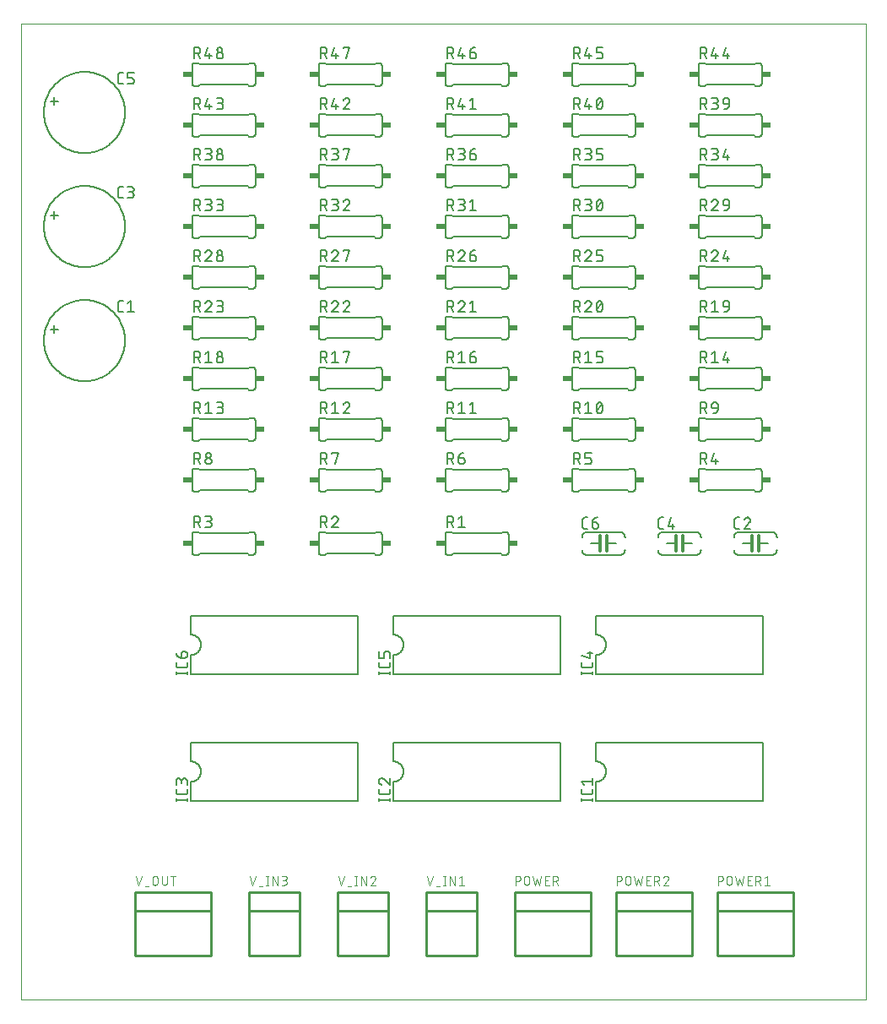
<source format=gto>
G75*
%MOIN*%
%OFA0B0*%
%FSLAX25Y25*%
%IPPOS*%
%LPD*%
%AMOC8*
5,1,8,0,0,1.08239X$1,22.5*
%
%ADD10C,0.00000*%
%ADD11C,0.00600*%
%ADD12C,0.00500*%
%ADD13C,0.01200*%
%ADD14C,0.01000*%
%ADD15C,0.00400*%
%ADD16R,0.03400X0.02400*%
D10*
X0001000Y0001000D02*
X0001000Y0385961D01*
X0334701Y0385961D01*
X0334701Y0001000D01*
X0001000Y0001000D01*
D11*
X0068000Y0079500D02*
X0068000Y0087000D01*
X0068126Y0087002D01*
X0068251Y0087008D01*
X0068376Y0087018D01*
X0068501Y0087032D01*
X0068626Y0087049D01*
X0068750Y0087071D01*
X0068873Y0087096D01*
X0068995Y0087126D01*
X0069116Y0087159D01*
X0069236Y0087196D01*
X0069355Y0087236D01*
X0069472Y0087281D01*
X0069589Y0087329D01*
X0069703Y0087381D01*
X0069816Y0087436D01*
X0069927Y0087495D01*
X0070036Y0087557D01*
X0070143Y0087623D01*
X0070248Y0087692D01*
X0070351Y0087764D01*
X0070452Y0087839D01*
X0070550Y0087918D01*
X0070645Y0088000D01*
X0070738Y0088084D01*
X0070828Y0088172D01*
X0070916Y0088262D01*
X0071000Y0088355D01*
X0071082Y0088450D01*
X0071161Y0088548D01*
X0071236Y0088649D01*
X0071308Y0088752D01*
X0071377Y0088857D01*
X0071443Y0088964D01*
X0071505Y0089073D01*
X0071564Y0089184D01*
X0071619Y0089297D01*
X0071671Y0089411D01*
X0071719Y0089528D01*
X0071764Y0089645D01*
X0071804Y0089764D01*
X0071841Y0089884D01*
X0071874Y0090005D01*
X0071904Y0090127D01*
X0071929Y0090250D01*
X0071951Y0090374D01*
X0071968Y0090499D01*
X0071982Y0090624D01*
X0071992Y0090749D01*
X0071998Y0090874D01*
X0072000Y0091000D01*
X0071998Y0091126D01*
X0071992Y0091251D01*
X0071982Y0091376D01*
X0071968Y0091501D01*
X0071951Y0091626D01*
X0071929Y0091750D01*
X0071904Y0091873D01*
X0071874Y0091995D01*
X0071841Y0092116D01*
X0071804Y0092236D01*
X0071764Y0092355D01*
X0071719Y0092472D01*
X0071671Y0092589D01*
X0071619Y0092703D01*
X0071564Y0092816D01*
X0071505Y0092927D01*
X0071443Y0093036D01*
X0071377Y0093143D01*
X0071308Y0093248D01*
X0071236Y0093351D01*
X0071161Y0093452D01*
X0071082Y0093550D01*
X0071000Y0093645D01*
X0070916Y0093738D01*
X0070828Y0093828D01*
X0070738Y0093916D01*
X0070645Y0094000D01*
X0070550Y0094082D01*
X0070452Y0094161D01*
X0070351Y0094236D01*
X0070248Y0094308D01*
X0070143Y0094377D01*
X0070036Y0094443D01*
X0069927Y0094505D01*
X0069816Y0094564D01*
X0069703Y0094619D01*
X0069589Y0094671D01*
X0069472Y0094719D01*
X0069355Y0094764D01*
X0069236Y0094804D01*
X0069116Y0094841D01*
X0068995Y0094874D01*
X0068873Y0094904D01*
X0068750Y0094929D01*
X0068626Y0094951D01*
X0068501Y0094968D01*
X0068376Y0094982D01*
X0068251Y0094992D01*
X0068126Y0094998D01*
X0068000Y0095000D01*
X0068000Y0102500D01*
X0134000Y0102500D01*
X0134000Y0079500D01*
X0068000Y0079500D01*
X0068000Y0129500D02*
X0068000Y0137000D01*
X0068126Y0137002D01*
X0068251Y0137008D01*
X0068376Y0137018D01*
X0068501Y0137032D01*
X0068626Y0137049D01*
X0068750Y0137071D01*
X0068873Y0137096D01*
X0068995Y0137126D01*
X0069116Y0137159D01*
X0069236Y0137196D01*
X0069355Y0137236D01*
X0069472Y0137281D01*
X0069589Y0137329D01*
X0069703Y0137381D01*
X0069816Y0137436D01*
X0069927Y0137495D01*
X0070036Y0137557D01*
X0070143Y0137623D01*
X0070248Y0137692D01*
X0070351Y0137764D01*
X0070452Y0137839D01*
X0070550Y0137918D01*
X0070645Y0138000D01*
X0070738Y0138084D01*
X0070828Y0138172D01*
X0070916Y0138262D01*
X0071000Y0138355D01*
X0071082Y0138450D01*
X0071161Y0138548D01*
X0071236Y0138649D01*
X0071308Y0138752D01*
X0071377Y0138857D01*
X0071443Y0138964D01*
X0071505Y0139073D01*
X0071564Y0139184D01*
X0071619Y0139297D01*
X0071671Y0139411D01*
X0071719Y0139528D01*
X0071764Y0139645D01*
X0071804Y0139764D01*
X0071841Y0139884D01*
X0071874Y0140005D01*
X0071904Y0140127D01*
X0071929Y0140250D01*
X0071951Y0140374D01*
X0071968Y0140499D01*
X0071982Y0140624D01*
X0071992Y0140749D01*
X0071998Y0140874D01*
X0072000Y0141000D01*
X0071998Y0141126D01*
X0071992Y0141251D01*
X0071982Y0141376D01*
X0071968Y0141501D01*
X0071951Y0141626D01*
X0071929Y0141750D01*
X0071904Y0141873D01*
X0071874Y0141995D01*
X0071841Y0142116D01*
X0071804Y0142236D01*
X0071764Y0142355D01*
X0071719Y0142472D01*
X0071671Y0142589D01*
X0071619Y0142703D01*
X0071564Y0142816D01*
X0071505Y0142927D01*
X0071443Y0143036D01*
X0071377Y0143143D01*
X0071308Y0143248D01*
X0071236Y0143351D01*
X0071161Y0143452D01*
X0071082Y0143550D01*
X0071000Y0143645D01*
X0070916Y0143738D01*
X0070828Y0143828D01*
X0070738Y0143916D01*
X0070645Y0144000D01*
X0070550Y0144082D01*
X0070452Y0144161D01*
X0070351Y0144236D01*
X0070248Y0144308D01*
X0070143Y0144377D01*
X0070036Y0144443D01*
X0069927Y0144505D01*
X0069816Y0144564D01*
X0069703Y0144619D01*
X0069589Y0144671D01*
X0069472Y0144719D01*
X0069355Y0144764D01*
X0069236Y0144804D01*
X0069116Y0144841D01*
X0068995Y0144874D01*
X0068873Y0144904D01*
X0068750Y0144929D01*
X0068626Y0144951D01*
X0068501Y0144968D01*
X0068376Y0144982D01*
X0068251Y0144992D01*
X0068126Y0144998D01*
X0068000Y0145000D01*
X0068000Y0152500D01*
X0134000Y0152500D01*
X0134000Y0129500D01*
X0068000Y0129500D01*
X0069500Y0176500D02*
X0071000Y0176500D01*
X0071500Y0177000D01*
X0090500Y0177000D01*
X0091000Y0176500D01*
X0092500Y0176500D01*
X0092560Y0176502D01*
X0092621Y0176507D01*
X0092680Y0176516D01*
X0092739Y0176529D01*
X0092798Y0176545D01*
X0092855Y0176565D01*
X0092910Y0176588D01*
X0092965Y0176615D01*
X0093017Y0176644D01*
X0093068Y0176677D01*
X0093117Y0176713D01*
X0093163Y0176751D01*
X0093207Y0176793D01*
X0093249Y0176837D01*
X0093287Y0176883D01*
X0093323Y0176932D01*
X0093356Y0176983D01*
X0093385Y0177035D01*
X0093412Y0177090D01*
X0093435Y0177145D01*
X0093455Y0177202D01*
X0093471Y0177261D01*
X0093484Y0177320D01*
X0093493Y0177379D01*
X0093498Y0177440D01*
X0093500Y0177500D01*
X0093500Y0184500D01*
X0093498Y0184560D01*
X0093493Y0184621D01*
X0093484Y0184680D01*
X0093471Y0184739D01*
X0093455Y0184798D01*
X0093435Y0184855D01*
X0093412Y0184910D01*
X0093385Y0184965D01*
X0093356Y0185017D01*
X0093323Y0185068D01*
X0093287Y0185117D01*
X0093249Y0185163D01*
X0093207Y0185207D01*
X0093163Y0185249D01*
X0093117Y0185287D01*
X0093068Y0185323D01*
X0093017Y0185356D01*
X0092965Y0185385D01*
X0092910Y0185412D01*
X0092855Y0185435D01*
X0092798Y0185455D01*
X0092739Y0185471D01*
X0092680Y0185484D01*
X0092621Y0185493D01*
X0092560Y0185498D01*
X0092500Y0185500D01*
X0091000Y0185500D01*
X0090500Y0185000D01*
X0071500Y0185000D01*
X0071000Y0185500D01*
X0069500Y0185500D01*
X0069440Y0185498D01*
X0069379Y0185493D01*
X0069320Y0185484D01*
X0069261Y0185471D01*
X0069202Y0185455D01*
X0069145Y0185435D01*
X0069090Y0185412D01*
X0069035Y0185385D01*
X0068983Y0185356D01*
X0068932Y0185323D01*
X0068883Y0185287D01*
X0068837Y0185249D01*
X0068793Y0185207D01*
X0068751Y0185163D01*
X0068713Y0185117D01*
X0068677Y0185068D01*
X0068644Y0185017D01*
X0068615Y0184965D01*
X0068588Y0184910D01*
X0068565Y0184855D01*
X0068545Y0184798D01*
X0068529Y0184739D01*
X0068516Y0184680D01*
X0068507Y0184621D01*
X0068502Y0184560D01*
X0068500Y0184500D01*
X0068500Y0177500D01*
X0068502Y0177440D01*
X0068507Y0177379D01*
X0068516Y0177320D01*
X0068529Y0177261D01*
X0068545Y0177202D01*
X0068565Y0177145D01*
X0068588Y0177090D01*
X0068615Y0177035D01*
X0068644Y0176983D01*
X0068677Y0176932D01*
X0068713Y0176883D01*
X0068751Y0176837D01*
X0068793Y0176793D01*
X0068837Y0176751D01*
X0068883Y0176713D01*
X0068932Y0176677D01*
X0068983Y0176644D01*
X0069035Y0176615D01*
X0069090Y0176588D01*
X0069145Y0176565D01*
X0069202Y0176545D01*
X0069261Y0176529D01*
X0069320Y0176516D01*
X0069379Y0176507D01*
X0069440Y0176502D01*
X0069500Y0176500D01*
X0069500Y0201500D02*
X0071000Y0201500D01*
X0071500Y0202000D01*
X0090500Y0202000D01*
X0091000Y0201500D01*
X0092500Y0201500D01*
X0092560Y0201502D01*
X0092621Y0201507D01*
X0092680Y0201516D01*
X0092739Y0201529D01*
X0092798Y0201545D01*
X0092855Y0201565D01*
X0092910Y0201588D01*
X0092965Y0201615D01*
X0093017Y0201644D01*
X0093068Y0201677D01*
X0093117Y0201713D01*
X0093163Y0201751D01*
X0093207Y0201793D01*
X0093249Y0201837D01*
X0093287Y0201883D01*
X0093323Y0201932D01*
X0093356Y0201983D01*
X0093385Y0202035D01*
X0093412Y0202090D01*
X0093435Y0202145D01*
X0093455Y0202202D01*
X0093471Y0202261D01*
X0093484Y0202320D01*
X0093493Y0202379D01*
X0093498Y0202440D01*
X0093500Y0202500D01*
X0093500Y0209500D01*
X0093498Y0209560D01*
X0093493Y0209621D01*
X0093484Y0209680D01*
X0093471Y0209739D01*
X0093455Y0209798D01*
X0093435Y0209855D01*
X0093412Y0209910D01*
X0093385Y0209965D01*
X0093356Y0210017D01*
X0093323Y0210068D01*
X0093287Y0210117D01*
X0093249Y0210163D01*
X0093207Y0210207D01*
X0093163Y0210249D01*
X0093117Y0210287D01*
X0093068Y0210323D01*
X0093017Y0210356D01*
X0092965Y0210385D01*
X0092910Y0210412D01*
X0092855Y0210435D01*
X0092798Y0210455D01*
X0092739Y0210471D01*
X0092680Y0210484D01*
X0092621Y0210493D01*
X0092560Y0210498D01*
X0092500Y0210500D01*
X0091000Y0210500D01*
X0090500Y0210000D01*
X0071500Y0210000D01*
X0071000Y0210500D01*
X0069500Y0210500D01*
X0069440Y0210498D01*
X0069379Y0210493D01*
X0069320Y0210484D01*
X0069261Y0210471D01*
X0069202Y0210455D01*
X0069145Y0210435D01*
X0069090Y0210412D01*
X0069035Y0210385D01*
X0068983Y0210356D01*
X0068932Y0210323D01*
X0068883Y0210287D01*
X0068837Y0210249D01*
X0068793Y0210207D01*
X0068751Y0210163D01*
X0068713Y0210117D01*
X0068677Y0210068D01*
X0068644Y0210017D01*
X0068615Y0209965D01*
X0068588Y0209910D01*
X0068565Y0209855D01*
X0068545Y0209798D01*
X0068529Y0209739D01*
X0068516Y0209680D01*
X0068507Y0209621D01*
X0068502Y0209560D01*
X0068500Y0209500D01*
X0068500Y0202500D01*
X0068502Y0202440D01*
X0068507Y0202379D01*
X0068516Y0202320D01*
X0068529Y0202261D01*
X0068545Y0202202D01*
X0068565Y0202145D01*
X0068588Y0202090D01*
X0068615Y0202035D01*
X0068644Y0201983D01*
X0068677Y0201932D01*
X0068713Y0201883D01*
X0068751Y0201837D01*
X0068793Y0201793D01*
X0068837Y0201751D01*
X0068883Y0201713D01*
X0068932Y0201677D01*
X0068983Y0201644D01*
X0069035Y0201615D01*
X0069090Y0201588D01*
X0069145Y0201565D01*
X0069202Y0201545D01*
X0069261Y0201529D01*
X0069320Y0201516D01*
X0069379Y0201507D01*
X0069440Y0201502D01*
X0069500Y0201500D01*
X0069500Y0221500D02*
X0071000Y0221500D01*
X0071500Y0222000D01*
X0090500Y0222000D01*
X0091000Y0221500D01*
X0092500Y0221500D01*
X0092560Y0221502D01*
X0092621Y0221507D01*
X0092680Y0221516D01*
X0092739Y0221529D01*
X0092798Y0221545D01*
X0092855Y0221565D01*
X0092910Y0221588D01*
X0092965Y0221615D01*
X0093017Y0221644D01*
X0093068Y0221677D01*
X0093117Y0221713D01*
X0093163Y0221751D01*
X0093207Y0221793D01*
X0093249Y0221837D01*
X0093287Y0221883D01*
X0093323Y0221932D01*
X0093356Y0221983D01*
X0093385Y0222035D01*
X0093412Y0222090D01*
X0093435Y0222145D01*
X0093455Y0222202D01*
X0093471Y0222261D01*
X0093484Y0222320D01*
X0093493Y0222379D01*
X0093498Y0222440D01*
X0093500Y0222500D01*
X0093500Y0229500D01*
X0093498Y0229560D01*
X0093493Y0229621D01*
X0093484Y0229680D01*
X0093471Y0229739D01*
X0093455Y0229798D01*
X0093435Y0229855D01*
X0093412Y0229910D01*
X0093385Y0229965D01*
X0093356Y0230017D01*
X0093323Y0230068D01*
X0093287Y0230117D01*
X0093249Y0230163D01*
X0093207Y0230207D01*
X0093163Y0230249D01*
X0093117Y0230287D01*
X0093068Y0230323D01*
X0093017Y0230356D01*
X0092965Y0230385D01*
X0092910Y0230412D01*
X0092855Y0230435D01*
X0092798Y0230455D01*
X0092739Y0230471D01*
X0092680Y0230484D01*
X0092621Y0230493D01*
X0092560Y0230498D01*
X0092500Y0230500D01*
X0091000Y0230500D01*
X0090500Y0230000D01*
X0071500Y0230000D01*
X0071000Y0230500D01*
X0069500Y0230500D01*
X0069440Y0230498D01*
X0069379Y0230493D01*
X0069320Y0230484D01*
X0069261Y0230471D01*
X0069202Y0230455D01*
X0069145Y0230435D01*
X0069090Y0230412D01*
X0069035Y0230385D01*
X0068983Y0230356D01*
X0068932Y0230323D01*
X0068883Y0230287D01*
X0068837Y0230249D01*
X0068793Y0230207D01*
X0068751Y0230163D01*
X0068713Y0230117D01*
X0068677Y0230068D01*
X0068644Y0230017D01*
X0068615Y0229965D01*
X0068588Y0229910D01*
X0068565Y0229855D01*
X0068545Y0229798D01*
X0068529Y0229739D01*
X0068516Y0229680D01*
X0068507Y0229621D01*
X0068502Y0229560D01*
X0068500Y0229500D01*
X0068500Y0222500D01*
X0068502Y0222440D01*
X0068507Y0222379D01*
X0068516Y0222320D01*
X0068529Y0222261D01*
X0068545Y0222202D01*
X0068565Y0222145D01*
X0068588Y0222090D01*
X0068615Y0222035D01*
X0068644Y0221983D01*
X0068677Y0221932D01*
X0068713Y0221883D01*
X0068751Y0221837D01*
X0068793Y0221793D01*
X0068837Y0221751D01*
X0068883Y0221713D01*
X0068932Y0221677D01*
X0068983Y0221644D01*
X0069035Y0221615D01*
X0069090Y0221588D01*
X0069145Y0221565D01*
X0069202Y0221545D01*
X0069261Y0221529D01*
X0069320Y0221516D01*
X0069379Y0221507D01*
X0069440Y0221502D01*
X0069500Y0221500D01*
X0069500Y0241500D02*
X0071000Y0241500D01*
X0071500Y0242000D01*
X0090500Y0242000D01*
X0091000Y0241500D01*
X0092500Y0241500D01*
X0092560Y0241502D01*
X0092621Y0241507D01*
X0092680Y0241516D01*
X0092739Y0241529D01*
X0092798Y0241545D01*
X0092855Y0241565D01*
X0092910Y0241588D01*
X0092965Y0241615D01*
X0093017Y0241644D01*
X0093068Y0241677D01*
X0093117Y0241713D01*
X0093163Y0241751D01*
X0093207Y0241793D01*
X0093249Y0241837D01*
X0093287Y0241883D01*
X0093323Y0241932D01*
X0093356Y0241983D01*
X0093385Y0242035D01*
X0093412Y0242090D01*
X0093435Y0242145D01*
X0093455Y0242202D01*
X0093471Y0242261D01*
X0093484Y0242320D01*
X0093493Y0242379D01*
X0093498Y0242440D01*
X0093500Y0242500D01*
X0093500Y0249500D01*
X0093498Y0249560D01*
X0093493Y0249621D01*
X0093484Y0249680D01*
X0093471Y0249739D01*
X0093455Y0249798D01*
X0093435Y0249855D01*
X0093412Y0249910D01*
X0093385Y0249965D01*
X0093356Y0250017D01*
X0093323Y0250068D01*
X0093287Y0250117D01*
X0093249Y0250163D01*
X0093207Y0250207D01*
X0093163Y0250249D01*
X0093117Y0250287D01*
X0093068Y0250323D01*
X0093017Y0250356D01*
X0092965Y0250385D01*
X0092910Y0250412D01*
X0092855Y0250435D01*
X0092798Y0250455D01*
X0092739Y0250471D01*
X0092680Y0250484D01*
X0092621Y0250493D01*
X0092560Y0250498D01*
X0092500Y0250500D01*
X0091000Y0250500D01*
X0090500Y0250000D01*
X0071500Y0250000D01*
X0071000Y0250500D01*
X0069500Y0250500D01*
X0069440Y0250498D01*
X0069379Y0250493D01*
X0069320Y0250484D01*
X0069261Y0250471D01*
X0069202Y0250455D01*
X0069145Y0250435D01*
X0069090Y0250412D01*
X0069035Y0250385D01*
X0068983Y0250356D01*
X0068932Y0250323D01*
X0068883Y0250287D01*
X0068837Y0250249D01*
X0068793Y0250207D01*
X0068751Y0250163D01*
X0068713Y0250117D01*
X0068677Y0250068D01*
X0068644Y0250017D01*
X0068615Y0249965D01*
X0068588Y0249910D01*
X0068565Y0249855D01*
X0068545Y0249798D01*
X0068529Y0249739D01*
X0068516Y0249680D01*
X0068507Y0249621D01*
X0068502Y0249560D01*
X0068500Y0249500D01*
X0068500Y0242500D01*
X0068502Y0242440D01*
X0068507Y0242379D01*
X0068516Y0242320D01*
X0068529Y0242261D01*
X0068545Y0242202D01*
X0068565Y0242145D01*
X0068588Y0242090D01*
X0068615Y0242035D01*
X0068644Y0241983D01*
X0068677Y0241932D01*
X0068713Y0241883D01*
X0068751Y0241837D01*
X0068793Y0241793D01*
X0068837Y0241751D01*
X0068883Y0241713D01*
X0068932Y0241677D01*
X0068983Y0241644D01*
X0069035Y0241615D01*
X0069090Y0241588D01*
X0069145Y0241565D01*
X0069202Y0241545D01*
X0069261Y0241529D01*
X0069320Y0241516D01*
X0069379Y0241507D01*
X0069440Y0241502D01*
X0069500Y0241500D01*
X0069500Y0261500D02*
X0071000Y0261500D01*
X0071500Y0262000D01*
X0090500Y0262000D01*
X0091000Y0261500D01*
X0092500Y0261500D01*
X0092560Y0261502D01*
X0092621Y0261507D01*
X0092680Y0261516D01*
X0092739Y0261529D01*
X0092798Y0261545D01*
X0092855Y0261565D01*
X0092910Y0261588D01*
X0092965Y0261615D01*
X0093017Y0261644D01*
X0093068Y0261677D01*
X0093117Y0261713D01*
X0093163Y0261751D01*
X0093207Y0261793D01*
X0093249Y0261837D01*
X0093287Y0261883D01*
X0093323Y0261932D01*
X0093356Y0261983D01*
X0093385Y0262035D01*
X0093412Y0262090D01*
X0093435Y0262145D01*
X0093455Y0262202D01*
X0093471Y0262261D01*
X0093484Y0262320D01*
X0093493Y0262379D01*
X0093498Y0262440D01*
X0093500Y0262500D01*
X0093500Y0269500D01*
X0093498Y0269560D01*
X0093493Y0269621D01*
X0093484Y0269680D01*
X0093471Y0269739D01*
X0093455Y0269798D01*
X0093435Y0269855D01*
X0093412Y0269910D01*
X0093385Y0269965D01*
X0093356Y0270017D01*
X0093323Y0270068D01*
X0093287Y0270117D01*
X0093249Y0270163D01*
X0093207Y0270207D01*
X0093163Y0270249D01*
X0093117Y0270287D01*
X0093068Y0270323D01*
X0093017Y0270356D01*
X0092965Y0270385D01*
X0092910Y0270412D01*
X0092855Y0270435D01*
X0092798Y0270455D01*
X0092739Y0270471D01*
X0092680Y0270484D01*
X0092621Y0270493D01*
X0092560Y0270498D01*
X0092500Y0270500D01*
X0091000Y0270500D01*
X0090500Y0270000D01*
X0071500Y0270000D01*
X0071000Y0270500D01*
X0069500Y0270500D01*
X0069440Y0270498D01*
X0069379Y0270493D01*
X0069320Y0270484D01*
X0069261Y0270471D01*
X0069202Y0270455D01*
X0069145Y0270435D01*
X0069090Y0270412D01*
X0069035Y0270385D01*
X0068983Y0270356D01*
X0068932Y0270323D01*
X0068883Y0270287D01*
X0068837Y0270249D01*
X0068793Y0270207D01*
X0068751Y0270163D01*
X0068713Y0270117D01*
X0068677Y0270068D01*
X0068644Y0270017D01*
X0068615Y0269965D01*
X0068588Y0269910D01*
X0068565Y0269855D01*
X0068545Y0269798D01*
X0068529Y0269739D01*
X0068516Y0269680D01*
X0068507Y0269621D01*
X0068502Y0269560D01*
X0068500Y0269500D01*
X0068500Y0262500D01*
X0068502Y0262440D01*
X0068507Y0262379D01*
X0068516Y0262320D01*
X0068529Y0262261D01*
X0068545Y0262202D01*
X0068565Y0262145D01*
X0068588Y0262090D01*
X0068615Y0262035D01*
X0068644Y0261983D01*
X0068677Y0261932D01*
X0068713Y0261883D01*
X0068751Y0261837D01*
X0068793Y0261793D01*
X0068837Y0261751D01*
X0068883Y0261713D01*
X0068932Y0261677D01*
X0068983Y0261644D01*
X0069035Y0261615D01*
X0069090Y0261588D01*
X0069145Y0261565D01*
X0069202Y0261545D01*
X0069261Y0261529D01*
X0069320Y0261516D01*
X0069379Y0261507D01*
X0069440Y0261502D01*
X0069500Y0261500D01*
X0069500Y0281500D02*
X0071000Y0281500D01*
X0071500Y0282000D01*
X0090500Y0282000D01*
X0091000Y0281500D01*
X0092500Y0281500D01*
X0092560Y0281502D01*
X0092621Y0281507D01*
X0092680Y0281516D01*
X0092739Y0281529D01*
X0092798Y0281545D01*
X0092855Y0281565D01*
X0092910Y0281588D01*
X0092965Y0281615D01*
X0093017Y0281644D01*
X0093068Y0281677D01*
X0093117Y0281713D01*
X0093163Y0281751D01*
X0093207Y0281793D01*
X0093249Y0281837D01*
X0093287Y0281883D01*
X0093323Y0281932D01*
X0093356Y0281983D01*
X0093385Y0282035D01*
X0093412Y0282090D01*
X0093435Y0282145D01*
X0093455Y0282202D01*
X0093471Y0282261D01*
X0093484Y0282320D01*
X0093493Y0282379D01*
X0093498Y0282440D01*
X0093500Y0282500D01*
X0093500Y0289500D01*
X0093498Y0289560D01*
X0093493Y0289621D01*
X0093484Y0289680D01*
X0093471Y0289739D01*
X0093455Y0289798D01*
X0093435Y0289855D01*
X0093412Y0289910D01*
X0093385Y0289965D01*
X0093356Y0290017D01*
X0093323Y0290068D01*
X0093287Y0290117D01*
X0093249Y0290163D01*
X0093207Y0290207D01*
X0093163Y0290249D01*
X0093117Y0290287D01*
X0093068Y0290323D01*
X0093017Y0290356D01*
X0092965Y0290385D01*
X0092910Y0290412D01*
X0092855Y0290435D01*
X0092798Y0290455D01*
X0092739Y0290471D01*
X0092680Y0290484D01*
X0092621Y0290493D01*
X0092560Y0290498D01*
X0092500Y0290500D01*
X0091000Y0290500D01*
X0090500Y0290000D01*
X0071500Y0290000D01*
X0071000Y0290500D01*
X0069500Y0290500D01*
X0069440Y0290498D01*
X0069379Y0290493D01*
X0069320Y0290484D01*
X0069261Y0290471D01*
X0069202Y0290455D01*
X0069145Y0290435D01*
X0069090Y0290412D01*
X0069035Y0290385D01*
X0068983Y0290356D01*
X0068932Y0290323D01*
X0068883Y0290287D01*
X0068837Y0290249D01*
X0068793Y0290207D01*
X0068751Y0290163D01*
X0068713Y0290117D01*
X0068677Y0290068D01*
X0068644Y0290017D01*
X0068615Y0289965D01*
X0068588Y0289910D01*
X0068565Y0289855D01*
X0068545Y0289798D01*
X0068529Y0289739D01*
X0068516Y0289680D01*
X0068507Y0289621D01*
X0068502Y0289560D01*
X0068500Y0289500D01*
X0068500Y0282500D01*
X0068502Y0282440D01*
X0068507Y0282379D01*
X0068516Y0282320D01*
X0068529Y0282261D01*
X0068545Y0282202D01*
X0068565Y0282145D01*
X0068588Y0282090D01*
X0068615Y0282035D01*
X0068644Y0281983D01*
X0068677Y0281932D01*
X0068713Y0281883D01*
X0068751Y0281837D01*
X0068793Y0281793D01*
X0068837Y0281751D01*
X0068883Y0281713D01*
X0068932Y0281677D01*
X0068983Y0281644D01*
X0069035Y0281615D01*
X0069090Y0281588D01*
X0069145Y0281565D01*
X0069202Y0281545D01*
X0069261Y0281529D01*
X0069320Y0281516D01*
X0069379Y0281507D01*
X0069440Y0281502D01*
X0069500Y0281500D01*
X0069500Y0301500D02*
X0071000Y0301500D01*
X0071500Y0302000D01*
X0090500Y0302000D01*
X0091000Y0301500D01*
X0092500Y0301500D01*
X0092560Y0301502D01*
X0092621Y0301507D01*
X0092680Y0301516D01*
X0092739Y0301529D01*
X0092798Y0301545D01*
X0092855Y0301565D01*
X0092910Y0301588D01*
X0092965Y0301615D01*
X0093017Y0301644D01*
X0093068Y0301677D01*
X0093117Y0301713D01*
X0093163Y0301751D01*
X0093207Y0301793D01*
X0093249Y0301837D01*
X0093287Y0301883D01*
X0093323Y0301932D01*
X0093356Y0301983D01*
X0093385Y0302035D01*
X0093412Y0302090D01*
X0093435Y0302145D01*
X0093455Y0302202D01*
X0093471Y0302261D01*
X0093484Y0302320D01*
X0093493Y0302379D01*
X0093498Y0302440D01*
X0093500Y0302500D01*
X0093500Y0309500D01*
X0093498Y0309560D01*
X0093493Y0309621D01*
X0093484Y0309680D01*
X0093471Y0309739D01*
X0093455Y0309798D01*
X0093435Y0309855D01*
X0093412Y0309910D01*
X0093385Y0309965D01*
X0093356Y0310017D01*
X0093323Y0310068D01*
X0093287Y0310117D01*
X0093249Y0310163D01*
X0093207Y0310207D01*
X0093163Y0310249D01*
X0093117Y0310287D01*
X0093068Y0310323D01*
X0093017Y0310356D01*
X0092965Y0310385D01*
X0092910Y0310412D01*
X0092855Y0310435D01*
X0092798Y0310455D01*
X0092739Y0310471D01*
X0092680Y0310484D01*
X0092621Y0310493D01*
X0092560Y0310498D01*
X0092500Y0310500D01*
X0091000Y0310500D01*
X0090500Y0310000D01*
X0071500Y0310000D01*
X0071000Y0310500D01*
X0069500Y0310500D01*
X0069440Y0310498D01*
X0069379Y0310493D01*
X0069320Y0310484D01*
X0069261Y0310471D01*
X0069202Y0310455D01*
X0069145Y0310435D01*
X0069090Y0310412D01*
X0069035Y0310385D01*
X0068983Y0310356D01*
X0068932Y0310323D01*
X0068883Y0310287D01*
X0068837Y0310249D01*
X0068793Y0310207D01*
X0068751Y0310163D01*
X0068713Y0310117D01*
X0068677Y0310068D01*
X0068644Y0310017D01*
X0068615Y0309965D01*
X0068588Y0309910D01*
X0068565Y0309855D01*
X0068545Y0309798D01*
X0068529Y0309739D01*
X0068516Y0309680D01*
X0068507Y0309621D01*
X0068502Y0309560D01*
X0068500Y0309500D01*
X0068500Y0302500D01*
X0068502Y0302440D01*
X0068507Y0302379D01*
X0068516Y0302320D01*
X0068529Y0302261D01*
X0068545Y0302202D01*
X0068565Y0302145D01*
X0068588Y0302090D01*
X0068615Y0302035D01*
X0068644Y0301983D01*
X0068677Y0301932D01*
X0068713Y0301883D01*
X0068751Y0301837D01*
X0068793Y0301793D01*
X0068837Y0301751D01*
X0068883Y0301713D01*
X0068932Y0301677D01*
X0068983Y0301644D01*
X0069035Y0301615D01*
X0069090Y0301588D01*
X0069145Y0301565D01*
X0069202Y0301545D01*
X0069261Y0301529D01*
X0069320Y0301516D01*
X0069379Y0301507D01*
X0069440Y0301502D01*
X0069500Y0301500D01*
X0069500Y0321500D02*
X0071000Y0321500D01*
X0071500Y0322000D01*
X0090500Y0322000D01*
X0091000Y0321500D01*
X0092500Y0321500D01*
X0092560Y0321502D01*
X0092621Y0321507D01*
X0092680Y0321516D01*
X0092739Y0321529D01*
X0092798Y0321545D01*
X0092855Y0321565D01*
X0092910Y0321588D01*
X0092965Y0321615D01*
X0093017Y0321644D01*
X0093068Y0321677D01*
X0093117Y0321713D01*
X0093163Y0321751D01*
X0093207Y0321793D01*
X0093249Y0321837D01*
X0093287Y0321883D01*
X0093323Y0321932D01*
X0093356Y0321983D01*
X0093385Y0322035D01*
X0093412Y0322090D01*
X0093435Y0322145D01*
X0093455Y0322202D01*
X0093471Y0322261D01*
X0093484Y0322320D01*
X0093493Y0322379D01*
X0093498Y0322440D01*
X0093500Y0322500D01*
X0093500Y0329500D01*
X0093498Y0329560D01*
X0093493Y0329621D01*
X0093484Y0329680D01*
X0093471Y0329739D01*
X0093455Y0329798D01*
X0093435Y0329855D01*
X0093412Y0329910D01*
X0093385Y0329965D01*
X0093356Y0330017D01*
X0093323Y0330068D01*
X0093287Y0330117D01*
X0093249Y0330163D01*
X0093207Y0330207D01*
X0093163Y0330249D01*
X0093117Y0330287D01*
X0093068Y0330323D01*
X0093017Y0330356D01*
X0092965Y0330385D01*
X0092910Y0330412D01*
X0092855Y0330435D01*
X0092798Y0330455D01*
X0092739Y0330471D01*
X0092680Y0330484D01*
X0092621Y0330493D01*
X0092560Y0330498D01*
X0092500Y0330500D01*
X0091000Y0330500D01*
X0090500Y0330000D01*
X0071500Y0330000D01*
X0071000Y0330500D01*
X0069500Y0330500D01*
X0069440Y0330498D01*
X0069379Y0330493D01*
X0069320Y0330484D01*
X0069261Y0330471D01*
X0069202Y0330455D01*
X0069145Y0330435D01*
X0069090Y0330412D01*
X0069035Y0330385D01*
X0068983Y0330356D01*
X0068932Y0330323D01*
X0068883Y0330287D01*
X0068837Y0330249D01*
X0068793Y0330207D01*
X0068751Y0330163D01*
X0068713Y0330117D01*
X0068677Y0330068D01*
X0068644Y0330017D01*
X0068615Y0329965D01*
X0068588Y0329910D01*
X0068565Y0329855D01*
X0068545Y0329798D01*
X0068529Y0329739D01*
X0068516Y0329680D01*
X0068507Y0329621D01*
X0068502Y0329560D01*
X0068500Y0329500D01*
X0068500Y0322500D01*
X0068502Y0322440D01*
X0068507Y0322379D01*
X0068516Y0322320D01*
X0068529Y0322261D01*
X0068545Y0322202D01*
X0068565Y0322145D01*
X0068588Y0322090D01*
X0068615Y0322035D01*
X0068644Y0321983D01*
X0068677Y0321932D01*
X0068713Y0321883D01*
X0068751Y0321837D01*
X0068793Y0321793D01*
X0068837Y0321751D01*
X0068883Y0321713D01*
X0068932Y0321677D01*
X0068983Y0321644D01*
X0069035Y0321615D01*
X0069090Y0321588D01*
X0069145Y0321565D01*
X0069202Y0321545D01*
X0069261Y0321529D01*
X0069320Y0321516D01*
X0069379Y0321507D01*
X0069440Y0321502D01*
X0069500Y0321500D01*
X0069500Y0341500D02*
X0071000Y0341500D01*
X0071500Y0342000D01*
X0090500Y0342000D01*
X0091000Y0341500D01*
X0092500Y0341500D01*
X0092560Y0341502D01*
X0092621Y0341507D01*
X0092680Y0341516D01*
X0092739Y0341529D01*
X0092798Y0341545D01*
X0092855Y0341565D01*
X0092910Y0341588D01*
X0092965Y0341615D01*
X0093017Y0341644D01*
X0093068Y0341677D01*
X0093117Y0341713D01*
X0093163Y0341751D01*
X0093207Y0341793D01*
X0093249Y0341837D01*
X0093287Y0341883D01*
X0093323Y0341932D01*
X0093356Y0341983D01*
X0093385Y0342035D01*
X0093412Y0342090D01*
X0093435Y0342145D01*
X0093455Y0342202D01*
X0093471Y0342261D01*
X0093484Y0342320D01*
X0093493Y0342379D01*
X0093498Y0342440D01*
X0093500Y0342500D01*
X0093500Y0349500D01*
X0093498Y0349560D01*
X0093493Y0349621D01*
X0093484Y0349680D01*
X0093471Y0349739D01*
X0093455Y0349798D01*
X0093435Y0349855D01*
X0093412Y0349910D01*
X0093385Y0349965D01*
X0093356Y0350017D01*
X0093323Y0350068D01*
X0093287Y0350117D01*
X0093249Y0350163D01*
X0093207Y0350207D01*
X0093163Y0350249D01*
X0093117Y0350287D01*
X0093068Y0350323D01*
X0093017Y0350356D01*
X0092965Y0350385D01*
X0092910Y0350412D01*
X0092855Y0350435D01*
X0092798Y0350455D01*
X0092739Y0350471D01*
X0092680Y0350484D01*
X0092621Y0350493D01*
X0092560Y0350498D01*
X0092500Y0350500D01*
X0091000Y0350500D01*
X0090500Y0350000D01*
X0071500Y0350000D01*
X0071000Y0350500D01*
X0069500Y0350500D01*
X0069440Y0350498D01*
X0069379Y0350493D01*
X0069320Y0350484D01*
X0069261Y0350471D01*
X0069202Y0350455D01*
X0069145Y0350435D01*
X0069090Y0350412D01*
X0069035Y0350385D01*
X0068983Y0350356D01*
X0068932Y0350323D01*
X0068883Y0350287D01*
X0068837Y0350249D01*
X0068793Y0350207D01*
X0068751Y0350163D01*
X0068713Y0350117D01*
X0068677Y0350068D01*
X0068644Y0350017D01*
X0068615Y0349965D01*
X0068588Y0349910D01*
X0068565Y0349855D01*
X0068545Y0349798D01*
X0068529Y0349739D01*
X0068516Y0349680D01*
X0068507Y0349621D01*
X0068502Y0349560D01*
X0068500Y0349500D01*
X0068500Y0342500D01*
X0068502Y0342440D01*
X0068507Y0342379D01*
X0068516Y0342320D01*
X0068529Y0342261D01*
X0068545Y0342202D01*
X0068565Y0342145D01*
X0068588Y0342090D01*
X0068615Y0342035D01*
X0068644Y0341983D01*
X0068677Y0341932D01*
X0068713Y0341883D01*
X0068751Y0341837D01*
X0068793Y0341793D01*
X0068837Y0341751D01*
X0068883Y0341713D01*
X0068932Y0341677D01*
X0068983Y0341644D01*
X0069035Y0341615D01*
X0069090Y0341588D01*
X0069145Y0341565D01*
X0069202Y0341545D01*
X0069261Y0341529D01*
X0069320Y0341516D01*
X0069379Y0341507D01*
X0069440Y0341502D01*
X0069500Y0341500D01*
X0069500Y0361500D02*
X0071000Y0361500D01*
X0071500Y0362000D01*
X0090500Y0362000D01*
X0091000Y0361500D01*
X0092500Y0361500D01*
X0092560Y0361502D01*
X0092621Y0361507D01*
X0092680Y0361516D01*
X0092739Y0361529D01*
X0092798Y0361545D01*
X0092855Y0361565D01*
X0092910Y0361588D01*
X0092965Y0361615D01*
X0093017Y0361644D01*
X0093068Y0361677D01*
X0093117Y0361713D01*
X0093163Y0361751D01*
X0093207Y0361793D01*
X0093249Y0361837D01*
X0093287Y0361883D01*
X0093323Y0361932D01*
X0093356Y0361983D01*
X0093385Y0362035D01*
X0093412Y0362090D01*
X0093435Y0362145D01*
X0093455Y0362202D01*
X0093471Y0362261D01*
X0093484Y0362320D01*
X0093493Y0362379D01*
X0093498Y0362440D01*
X0093500Y0362500D01*
X0093500Y0369500D01*
X0093498Y0369560D01*
X0093493Y0369621D01*
X0093484Y0369680D01*
X0093471Y0369739D01*
X0093455Y0369798D01*
X0093435Y0369855D01*
X0093412Y0369910D01*
X0093385Y0369965D01*
X0093356Y0370017D01*
X0093323Y0370068D01*
X0093287Y0370117D01*
X0093249Y0370163D01*
X0093207Y0370207D01*
X0093163Y0370249D01*
X0093117Y0370287D01*
X0093068Y0370323D01*
X0093017Y0370356D01*
X0092965Y0370385D01*
X0092910Y0370412D01*
X0092855Y0370435D01*
X0092798Y0370455D01*
X0092739Y0370471D01*
X0092680Y0370484D01*
X0092621Y0370493D01*
X0092560Y0370498D01*
X0092500Y0370500D01*
X0091000Y0370500D01*
X0090500Y0370000D01*
X0071500Y0370000D01*
X0071000Y0370500D01*
X0069500Y0370500D01*
X0069440Y0370498D01*
X0069379Y0370493D01*
X0069320Y0370484D01*
X0069261Y0370471D01*
X0069202Y0370455D01*
X0069145Y0370435D01*
X0069090Y0370412D01*
X0069035Y0370385D01*
X0068983Y0370356D01*
X0068932Y0370323D01*
X0068883Y0370287D01*
X0068837Y0370249D01*
X0068793Y0370207D01*
X0068751Y0370163D01*
X0068713Y0370117D01*
X0068677Y0370068D01*
X0068644Y0370017D01*
X0068615Y0369965D01*
X0068588Y0369910D01*
X0068565Y0369855D01*
X0068545Y0369798D01*
X0068529Y0369739D01*
X0068516Y0369680D01*
X0068507Y0369621D01*
X0068502Y0369560D01*
X0068500Y0369500D01*
X0068500Y0362500D01*
X0068502Y0362440D01*
X0068507Y0362379D01*
X0068516Y0362320D01*
X0068529Y0362261D01*
X0068545Y0362202D01*
X0068565Y0362145D01*
X0068588Y0362090D01*
X0068615Y0362035D01*
X0068644Y0361983D01*
X0068677Y0361932D01*
X0068713Y0361883D01*
X0068751Y0361837D01*
X0068793Y0361793D01*
X0068837Y0361751D01*
X0068883Y0361713D01*
X0068932Y0361677D01*
X0068983Y0361644D01*
X0069035Y0361615D01*
X0069090Y0361588D01*
X0069145Y0361565D01*
X0069202Y0361545D01*
X0069261Y0361529D01*
X0069320Y0361516D01*
X0069379Y0361507D01*
X0069440Y0361502D01*
X0069500Y0361500D01*
X0010000Y0351000D02*
X0010005Y0351393D01*
X0010019Y0351785D01*
X0010043Y0352177D01*
X0010077Y0352568D01*
X0010120Y0352959D01*
X0010173Y0353348D01*
X0010236Y0353735D01*
X0010307Y0354121D01*
X0010389Y0354506D01*
X0010479Y0354888D01*
X0010580Y0355267D01*
X0010689Y0355645D01*
X0010808Y0356019D01*
X0010935Y0356390D01*
X0011072Y0356758D01*
X0011218Y0357123D01*
X0011373Y0357484D01*
X0011536Y0357841D01*
X0011708Y0358194D01*
X0011889Y0358542D01*
X0012079Y0358886D01*
X0012276Y0359226D01*
X0012482Y0359560D01*
X0012696Y0359889D01*
X0012919Y0360213D01*
X0013149Y0360531D01*
X0013386Y0360844D01*
X0013632Y0361150D01*
X0013885Y0361451D01*
X0014145Y0361745D01*
X0014412Y0362033D01*
X0014686Y0362314D01*
X0014967Y0362588D01*
X0015255Y0362855D01*
X0015549Y0363115D01*
X0015850Y0363368D01*
X0016156Y0363614D01*
X0016469Y0363851D01*
X0016787Y0364081D01*
X0017111Y0364304D01*
X0017440Y0364518D01*
X0017774Y0364724D01*
X0018114Y0364921D01*
X0018458Y0365111D01*
X0018806Y0365292D01*
X0019159Y0365464D01*
X0019516Y0365627D01*
X0019877Y0365782D01*
X0020242Y0365928D01*
X0020610Y0366065D01*
X0020981Y0366192D01*
X0021355Y0366311D01*
X0021733Y0366420D01*
X0022112Y0366521D01*
X0022494Y0366611D01*
X0022879Y0366693D01*
X0023265Y0366764D01*
X0023652Y0366827D01*
X0024041Y0366880D01*
X0024432Y0366923D01*
X0024823Y0366957D01*
X0025215Y0366981D01*
X0025607Y0366995D01*
X0026000Y0367000D01*
X0026393Y0366995D01*
X0026785Y0366981D01*
X0027177Y0366957D01*
X0027568Y0366923D01*
X0027959Y0366880D01*
X0028348Y0366827D01*
X0028735Y0366764D01*
X0029121Y0366693D01*
X0029506Y0366611D01*
X0029888Y0366521D01*
X0030267Y0366420D01*
X0030645Y0366311D01*
X0031019Y0366192D01*
X0031390Y0366065D01*
X0031758Y0365928D01*
X0032123Y0365782D01*
X0032484Y0365627D01*
X0032841Y0365464D01*
X0033194Y0365292D01*
X0033542Y0365111D01*
X0033886Y0364921D01*
X0034226Y0364724D01*
X0034560Y0364518D01*
X0034889Y0364304D01*
X0035213Y0364081D01*
X0035531Y0363851D01*
X0035844Y0363614D01*
X0036150Y0363368D01*
X0036451Y0363115D01*
X0036745Y0362855D01*
X0037033Y0362588D01*
X0037314Y0362314D01*
X0037588Y0362033D01*
X0037855Y0361745D01*
X0038115Y0361451D01*
X0038368Y0361150D01*
X0038614Y0360844D01*
X0038851Y0360531D01*
X0039081Y0360213D01*
X0039304Y0359889D01*
X0039518Y0359560D01*
X0039724Y0359226D01*
X0039921Y0358886D01*
X0040111Y0358542D01*
X0040292Y0358194D01*
X0040464Y0357841D01*
X0040627Y0357484D01*
X0040782Y0357123D01*
X0040928Y0356758D01*
X0041065Y0356390D01*
X0041192Y0356019D01*
X0041311Y0355645D01*
X0041420Y0355267D01*
X0041521Y0354888D01*
X0041611Y0354506D01*
X0041693Y0354121D01*
X0041764Y0353735D01*
X0041827Y0353348D01*
X0041880Y0352959D01*
X0041923Y0352568D01*
X0041957Y0352177D01*
X0041981Y0351785D01*
X0041995Y0351393D01*
X0042000Y0351000D01*
X0041995Y0350607D01*
X0041981Y0350215D01*
X0041957Y0349823D01*
X0041923Y0349432D01*
X0041880Y0349041D01*
X0041827Y0348652D01*
X0041764Y0348265D01*
X0041693Y0347879D01*
X0041611Y0347494D01*
X0041521Y0347112D01*
X0041420Y0346733D01*
X0041311Y0346355D01*
X0041192Y0345981D01*
X0041065Y0345610D01*
X0040928Y0345242D01*
X0040782Y0344877D01*
X0040627Y0344516D01*
X0040464Y0344159D01*
X0040292Y0343806D01*
X0040111Y0343458D01*
X0039921Y0343114D01*
X0039724Y0342774D01*
X0039518Y0342440D01*
X0039304Y0342111D01*
X0039081Y0341787D01*
X0038851Y0341469D01*
X0038614Y0341156D01*
X0038368Y0340850D01*
X0038115Y0340549D01*
X0037855Y0340255D01*
X0037588Y0339967D01*
X0037314Y0339686D01*
X0037033Y0339412D01*
X0036745Y0339145D01*
X0036451Y0338885D01*
X0036150Y0338632D01*
X0035844Y0338386D01*
X0035531Y0338149D01*
X0035213Y0337919D01*
X0034889Y0337696D01*
X0034560Y0337482D01*
X0034226Y0337276D01*
X0033886Y0337079D01*
X0033542Y0336889D01*
X0033194Y0336708D01*
X0032841Y0336536D01*
X0032484Y0336373D01*
X0032123Y0336218D01*
X0031758Y0336072D01*
X0031390Y0335935D01*
X0031019Y0335808D01*
X0030645Y0335689D01*
X0030267Y0335580D01*
X0029888Y0335479D01*
X0029506Y0335389D01*
X0029121Y0335307D01*
X0028735Y0335236D01*
X0028348Y0335173D01*
X0027959Y0335120D01*
X0027568Y0335077D01*
X0027177Y0335043D01*
X0026785Y0335019D01*
X0026393Y0335005D01*
X0026000Y0335000D01*
X0025607Y0335005D01*
X0025215Y0335019D01*
X0024823Y0335043D01*
X0024432Y0335077D01*
X0024041Y0335120D01*
X0023652Y0335173D01*
X0023265Y0335236D01*
X0022879Y0335307D01*
X0022494Y0335389D01*
X0022112Y0335479D01*
X0021733Y0335580D01*
X0021355Y0335689D01*
X0020981Y0335808D01*
X0020610Y0335935D01*
X0020242Y0336072D01*
X0019877Y0336218D01*
X0019516Y0336373D01*
X0019159Y0336536D01*
X0018806Y0336708D01*
X0018458Y0336889D01*
X0018114Y0337079D01*
X0017774Y0337276D01*
X0017440Y0337482D01*
X0017111Y0337696D01*
X0016787Y0337919D01*
X0016469Y0338149D01*
X0016156Y0338386D01*
X0015850Y0338632D01*
X0015549Y0338885D01*
X0015255Y0339145D01*
X0014967Y0339412D01*
X0014686Y0339686D01*
X0014412Y0339967D01*
X0014145Y0340255D01*
X0013885Y0340549D01*
X0013632Y0340850D01*
X0013386Y0341156D01*
X0013149Y0341469D01*
X0012919Y0341787D01*
X0012696Y0342111D01*
X0012482Y0342440D01*
X0012276Y0342774D01*
X0012079Y0343114D01*
X0011889Y0343458D01*
X0011708Y0343806D01*
X0011536Y0344159D01*
X0011373Y0344516D01*
X0011218Y0344877D01*
X0011072Y0345242D01*
X0010935Y0345610D01*
X0010808Y0345981D01*
X0010689Y0346355D01*
X0010580Y0346733D01*
X0010479Y0347112D01*
X0010389Y0347494D01*
X0010307Y0347879D01*
X0010236Y0348265D01*
X0010173Y0348652D01*
X0010120Y0349041D01*
X0010077Y0349432D01*
X0010043Y0349823D01*
X0010019Y0350215D01*
X0010005Y0350607D01*
X0010000Y0351000D01*
X0012500Y0355500D02*
X0015500Y0355500D01*
X0014000Y0354000D02*
X0014000Y0357000D01*
X0014000Y0312000D02*
X0014000Y0309000D01*
X0012500Y0310500D02*
X0015500Y0310500D01*
X0010000Y0306000D02*
X0010005Y0306393D01*
X0010019Y0306785D01*
X0010043Y0307177D01*
X0010077Y0307568D01*
X0010120Y0307959D01*
X0010173Y0308348D01*
X0010236Y0308735D01*
X0010307Y0309121D01*
X0010389Y0309506D01*
X0010479Y0309888D01*
X0010580Y0310267D01*
X0010689Y0310645D01*
X0010808Y0311019D01*
X0010935Y0311390D01*
X0011072Y0311758D01*
X0011218Y0312123D01*
X0011373Y0312484D01*
X0011536Y0312841D01*
X0011708Y0313194D01*
X0011889Y0313542D01*
X0012079Y0313886D01*
X0012276Y0314226D01*
X0012482Y0314560D01*
X0012696Y0314889D01*
X0012919Y0315213D01*
X0013149Y0315531D01*
X0013386Y0315844D01*
X0013632Y0316150D01*
X0013885Y0316451D01*
X0014145Y0316745D01*
X0014412Y0317033D01*
X0014686Y0317314D01*
X0014967Y0317588D01*
X0015255Y0317855D01*
X0015549Y0318115D01*
X0015850Y0318368D01*
X0016156Y0318614D01*
X0016469Y0318851D01*
X0016787Y0319081D01*
X0017111Y0319304D01*
X0017440Y0319518D01*
X0017774Y0319724D01*
X0018114Y0319921D01*
X0018458Y0320111D01*
X0018806Y0320292D01*
X0019159Y0320464D01*
X0019516Y0320627D01*
X0019877Y0320782D01*
X0020242Y0320928D01*
X0020610Y0321065D01*
X0020981Y0321192D01*
X0021355Y0321311D01*
X0021733Y0321420D01*
X0022112Y0321521D01*
X0022494Y0321611D01*
X0022879Y0321693D01*
X0023265Y0321764D01*
X0023652Y0321827D01*
X0024041Y0321880D01*
X0024432Y0321923D01*
X0024823Y0321957D01*
X0025215Y0321981D01*
X0025607Y0321995D01*
X0026000Y0322000D01*
X0026393Y0321995D01*
X0026785Y0321981D01*
X0027177Y0321957D01*
X0027568Y0321923D01*
X0027959Y0321880D01*
X0028348Y0321827D01*
X0028735Y0321764D01*
X0029121Y0321693D01*
X0029506Y0321611D01*
X0029888Y0321521D01*
X0030267Y0321420D01*
X0030645Y0321311D01*
X0031019Y0321192D01*
X0031390Y0321065D01*
X0031758Y0320928D01*
X0032123Y0320782D01*
X0032484Y0320627D01*
X0032841Y0320464D01*
X0033194Y0320292D01*
X0033542Y0320111D01*
X0033886Y0319921D01*
X0034226Y0319724D01*
X0034560Y0319518D01*
X0034889Y0319304D01*
X0035213Y0319081D01*
X0035531Y0318851D01*
X0035844Y0318614D01*
X0036150Y0318368D01*
X0036451Y0318115D01*
X0036745Y0317855D01*
X0037033Y0317588D01*
X0037314Y0317314D01*
X0037588Y0317033D01*
X0037855Y0316745D01*
X0038115Y0316451D01*
X0038368Y0316150D01*
X0038614Y0315844D01*
X0038851Y0315531D01*
X0039081Y0315213D01*
X0039304Y0314889D01*
X0039518Y0314560D01*
X0039724Y0314226D01*
X0039921Y0313886D01*
X0040111Y0313542D01*
X0040292Y0313194D01*
X0040464Y0312841D01*
X0040627Y0312484D01*
X0040782Y0312123D01*
X0040928Y0311758D01*
X0041065Y0311390D01*
X0041192Y0311019D01*
X0041311Y0310645D01*
X0041420Y0310267D01*
X0041521Y0309888D01*
X0041611Y0309506D01*
X0041693Y0309121D01*
X0041764Y0308735D01*
X0041827Y0308348D01*
X0041880Y0307959D01*
X0041923Y0307568D01*
X0041957Y0307177D01*
X0041981Y0306785D01*
X0041995Y0306393D01*
X0042000Y0306000D01*
X0041995Y0305607D01*
X0041981Y0305215D01*
X0041957Y0304823D01*
X0041923Y0304432D01*
X0041880Y0304041D01*
X0041827Y0303652D01*
X0041764Y0303265D01*
X0041693Y0302879D01*
X0041611Y0302494D01*
X0041521Y0302112D01*
X0041420Y0301733D01*
X0041311Y0301355D01*
X0041192Y0300981D01*
X0041065Y0300610D01*
X0040928Y0300242D01*
X0040782Y0299877D01*
X0040627Y0299516D01*
X0040464Y0299159D01*
X0040292Y0298806D01*
X0040111Y0298458D01*
X0039921Y0298114D01*
X0039724Y0297774D01*
X0039518Y0297440D01*
X0039304Y0297111D01*
X0039081Y0296787D01*
X0038851Y0296469D01*
X0038614Y0296156D01*
X0038368Y0295850D01*
X0038115Y0295549D01*
X0037855Y0295255D01*
X0037588Y0294967D01*
X0037314Y0294686D01*
X0037033Y0294412D01*
X0036745Y0294145D01*
X0036451Y0293885D01*
X0036150Y0293632D01*
X0035844Y0293386D01*
X0035531Y0293149D01*
X0035213Y0292919D01*
X0034889Y0292696D01*
X0034560Y0292482D01*
X0034226Y0292276D01*
X0033886Y0292079D01*
X0033542Y0291889D01*
X0033194Y0291708D01*
X0032841Y0291536D01*
X0032484Y0291373D01*
X0032123Y0291218D01*
X0031758Y0291072D01*
X0031390Y0290935D01*
X0031019Y0290808D01*
X0030645Y0290689D01*
X0030267Y0290580D01*
X0029888Y0290479D01*
X0029506Y0290389D01*
X0029121Y0290307D01*
X0028735Y0290236D01*
X0028348Y0290173D01*
X0027959Y0290120D01*
X0027568Y0290077D01*
X0027177Y0290043D01*
X0026785Y0290019D01*
X0026393Y0290005D01*
X0026000Y0290000D01*
X0025607Y0290005D01*
X0025215Y0290019D01*
X0024823Y0290043D01*
X0024432Y0290077D01*
X0024041Y0290120D01*
X0023652Y0290173D01*
X0023265Y0290236D01*
X0022879Y0290307D01*
X0022494Y0290389D01*
X0022112Y0290479D01*
X0021733Y0290580D01*
X0021355Y0290689D01*
X0020981Y0290808D01*
X0020610Y0290935D01*
X0020242Y0291072D01*
X0019877Y0291218D01*
X0019516Y0291373D01*
X0019159Y0291536D01*
X0018806Y0291708D01*
X0018458Y0291889D01*
X0018114Y0292079D01*
X0017774Y0292276D01*
X0017440Y0292482D01*
X0017111Y0292696D01*
X0016787Y0292919D01*
X0016469Y0293149D01*
X0016156Y0293386D01*
X0015850Y0293632D01*
X0015549Y0293885D01*
X0015255Y0294145D01*
X0014967Y0294412D01*
X0014686Y0294686D01*
X0014412Y0294967D01*
X0014145Y0295255D01*
X0013885Y0295549D01*
X0013632Y0295850D01*
X0013386Y0296156D01*
X0013149Y0296469D01*
X0012919Y0296787D01*
X0012696Y0297111D01*
X0012482Y0297440D01*
X0012276Y0297774D01*
X0012079Y0298114D01*
X0011889Y0298458D01*
X0011708Y0298806D01*
X0011536Y0299159D01*
X0011373Y0299516D01*
X0011218Y0299877D01*
X0011072Y0300242D01*
X0010935Y0300610D01*
X0010808Y0300981D01*
X0010689Y0301355D01*
X0010580Y0301733D01*
X0010479Y0302112D01*
X0010389Y0302494D01*
X0010307Y0302879D01*
X0010236Y0303265D01*
X0010173Y0303652D01*
X0010120Y0304041D01*
X0010077Y0304432D01*
X0010043Y0304823D01*
X0010019Y0305215D01*
X0010005Y0305607D01*
X0010000Y0306000D01*
X0014000Y0267000D02*
X0014000Y0264000D01*
X0012500Y0265500D02*
X0015500Y0265500D01*
X0010000Y0261000D02*
X0010005Y0261393D01*
X0010019Y0261785D01*
X0010043Y0262177D01*
X0010077Y0262568D01*
X0010120Y0262959D01*
X0010173Y0263348D01*
X0010236Y0263735D01*
X0010307Y0264121D01*
X0010389Y0264506D01*
X0010479Y0264888D01*
X0010580Y0265267D01*
X0010689Y0265645D01*
X0010808Y0266019D01*
X0010935Y0266390D01*
X0011072Y0266758D01*
X0011218Y0267123D01*
X0011373Y0267484D01*
X0011536Y0267841D01*
X0011708Y0268194D01*
X0011889Y0268542D01*
X0012079Y0268886D01*
X0012276Y0269226D01*
X0012482Y0269560D01*
X0012696Y0269889D01*
X0012919Y0270213D01*
X0013149Y0270531D01*
X0013386Y0270844D01*
X0013632Y0271150D01*
X0013885Y0271451D01*
X0014145Y0271745D01*
X0014412Y0272033D01*
X0014686Y0272314D01*
X0014967Y0272588D01*
X0015255Y0272855D01*
X0015549Y0273115D01*
X0015850Y0273368D01*
X0016156Y0273614D01*
X0016469Y0273851D01*
X0016787Y0274081D01*
X0017111Y0274304D01*
X0017440Y0274518D01*
X0017774Y0274724D01*
X0018114Y0274921D01*
X0018458Y0275111D01*
X0018806Y0275292D01*
X0019159Y0275464D01*
X0019516Y0275627D01*
X0019877Y0275782D01*
X0020242Y0275928D01*
X0020610Y0276065D01*
X0020981Y0276192D01*
X0021355Y0276311D01*
X0021733Y0276420D01*
X0022112Y0276521D01*
X0022494Y0276611D01*
X0022879Y0276693D01*
X0023265Y0276764D01*
X0023652Y0276827D01*
X0024041Y0276880D01*
X0024432Y0276923D01*
X0024823Y0276957D01*
X0025215Y0276981D01*
X0025607Y0276995D01*
X0026000Y0277000D01*
X0026393Y0276995D01*
X0026785Y0276981D01*
X0027177Y0276957D01*
X0027568Y0276923D01*
X0027959Y0276880D01*
X0028348Y0276827D01*
X0028735Y0276764D01*
X0029121Y0276693D01*
X0029506Y0276611D01*
X0029888Y0276521D01*
X0030267Y0276420D01*
X0030645Y0276311D01*
X0031019Y0276192D01*
X0031390Y0276065D01*
X0031758Y0275928D01*
X0032123Y0275782D01*
X0032484Y0275627D01*
X0032841Y0275464D01*
X0033194Y0275292D01*
X0033542Y0275111D01*
X0033886Y0274921D01*
X0034226Y0274724D01*
X0034560Y0274518D01*
X0034889Y0274304D01*
X0035213Y0274081D01*
X0035531Y0273851D01*
X0035844Y0273614D01*
X0036150Y0273368D01*
X0036451Y0273115D01*
X0036745Y0272855D01*
X0037033Y0272588D01*
X0037314Y0272314D01*
X0037588Y0272033D01*
X0037855Y0271745D01*
X0038115Y0271451D01*
X0038368Y0271150D01*
X0038614Y0270844D01*
X0038851Y0270531D01*
X0039081Y0270213D01*
X0039304Y0269889D01*
X0039518Y0269560D01*
X0039724Y0269226D01*
X0039921Y0268886D01*
X0040111Y0268542D01*
X0040292Y0268194D01*
X0040464Y0267841D01*
X0040627Y0267484D01*
X0040782Y0267123D01*
X0040928Y0266758D01*
X0041065Y0266390D01*
X0041192Y0266019D01*
X0041311Y0265645D01*
X0041420Y0265267D01*
X0041521Y0264888D01*
X0041611Y0264506D01*
X0041693Y0264121D01*
X0041764Y0263735D01*
X0041827Y0263348D01*
X0041880Y0262959D01*
X0041923Y0262568D01*
X0041957Y0262177D01*
X0041981Y0261785D01*
X0041995Y0261393D01*
X0042000Y0261000D01*
X0041995Y0260607D01*
X0041981Y0260215D01*
X0041957Y0259823D01*
X0041923Y0259432D01*
X0041880Y0259041D01*
X0041827Y0258652D01*
X0041764Y0258265D01*
X0041693Y0257879D01*
X0041611Y0257494D01*
X0041521Y0257112D01*
X0041420Y0256733D01*
X0041311Y0256355D01*
X0041192Y0255981D01*
X0041065Y0255610D01*
X0040928Y0255242D01*
X0040782Y0254877D01*
X0040627Y0254516D01*
X0040464Y0254159D01*
X0040292Y0253806D01*
X0040111Y0253458D01*
X0039921Y0253114D01*
X0039724Y0252774D01*
X0039518Y0252440D01*
X0039304Y0252111D01*
X0039081Y0251787D01*
X0038851Y0251469D01*
X0038614Y0251156D01*
X0038368Y0250850D01*
X0038115Y0250549D01*
X0037855Y0250255D01*
X0037588Y0249967D01*
X0037314Y0249686D01*
X0037033Y0249412D01*
X0036745Y0249145D01*
X0036451Y0248885D01*
X0036150Y0248632D01*
X0035844Y0248386D01*
X0035531Y0248149D01*
X0035213Y0247919D01*
X0034889Y0247696D01*
X0034560Y0247482D01*
X0034226Y0247276D01*
X0033886Y0247079D01*
X0033542Y0246889D01*
X0033194Y0246708D01*
X0032841Y0246536D01*
X0032484Y0246373D01*
X0032123Y0246218D01*
X0031758Y0246072D01*
X0031390Y0245935D01*
X0031019Y0245808D01*
X0030645Y0245689D01*
X0030267Y0245580D01*
X0029888Y0245479D01*
X0029506Y0245389D01*
X0029121Y0245307D01*
X0028735Y0245236D01*
X0028348Y0245173D01*
X0027959Y0245120D01*
X0027568Y0245077D01*
X0027177Y0245043D01*
X0026785Y0245019D01*
X0026393Y0245005D01*
X0026000Y0245000D01*
X0025607Y0245005D01*
X0025215Y0245019D01*
X0024823Y0245043D01*
X0024432Y0245077D01*
X0024041Y0245120D01*
X0023652Y0245173D01*
X0023265Y0245236D01*
X0022879Y0245307D01*
X0022494Y0245389D01*
X0022112Y0245479D01*
X0021733Y0245580D01*
X0021355Y0245689D01*
X0020981Y0245808D01*
X0020610Y0245935D01*
X0020242Y0246072D01*
X0019877Y0246218D01*
X0019516Y0246373D01*
X0019159Y0246536D01*
X0018806Y0246708D01*
X0018458Y0246889D01*
X0018114Y0247079D01*
X0017774Y0247276D01*
X0017440Y0247482D01*
X0017111Y0247696D01*
X0016787Y0247919D01*
X0016469Y0248149D01*
X0016156Y0248386D01*
X0015850Y0248632D01*
X0015549Y0248885D01*
X0015255Y0249145D01*
X0014967Y0249412D01*
X0014686Y0249686D01*
X0014412Y0249967D01*
X0014145Y0250255D01*
X0013885Y0250549D01*
X0013632Y0250850D01*
X0013386Y0251156D01*
X0013149Y0251469D01*
X0012919Y0251787D01*
X0012696Y0252111D01*
X0012482Y0252440D01*
X0012276Y0252774D01*
X0012079Y0253114D01*
X0011889Y0253458D01*
X0011708Y0253806D01*
X0011536Y0254159D01*
X0011373Y0254516D01*
X0011218Y0254877D01*
X0011072Y0255242D01*
X0010935Y0255610D01*
X0010808Y0255981D01*
X0010689Y0256355D01*
X0010580Y0256733D01*
X0010479Y0257112D01*
X0010389Y0257494D01*
X0010307Y0257879D01*
X0010236Y0258265D01*
X0010173Y0258652D01*
X0010120Y0259041D01*
X0010077Y0259432D01*
X0010043Y0259823D01*
X0010019Y0260215D01*
X0010005Y0260607D01*
X0010000Y0261000D01*
X0118500Y0262500D02*
X0118500Y0269500D01*
X0118502Y0269560D01*
X0118507Y0269621D01*
X0118516Y0269680D01*
X0118529Y0269739D01*
X0118545Y0269798D01*
X0118565Y0269855D01*
X0118588Y0269910D01*
X0118615Y0269965D01*
X0118644Y0270017D01*
X0118677Y0270068D01*
X0118713Y0270117D01*
X0118751Y0270163D01*
X0118793Y0270207D01*
X0118837Y0270249D01*
X0118883Y0270287D01*
X0118932Y0270323D01*
X0118983Y0270356D01*
X0119035Y0270385D01*
X0119090Y0270412D01*
X0119145Y0270435D01*
X0119202Y0270455D01*
X0119261Y0270471D01*
X0119320Y0270484D01*
X0119379Y0270493D01*
X0119440Y0270498D01*
X0119500Y0270500D01*
X0121000Y0270500D01*
X0121500Y0270000D01*
X0140500Y0270000D01*
X0141000Y0270500D01*
X0142500Y0270500D01*
X0142560Y0270498D01*
X0142621Y0270493D01*
X0142680Y0270484D01*
X0142739Y0270471D01*
X0142798Y0270455D01*
X0142855Y0270435D01*
X0142910Y0270412D01*
X0142965Y0270385D01*
X0143017Y0270356D01*
X0143068Y0270323D01*
X0143117Y0270287D01*
X0143163Y0270249D01*
X0143207Y0270207D01*
X0143249Y0270163D01*
X0143287Y0270117D01*
X0143323Y0270068D01*
X0143356Y0270017D01*
X0143385Y0269965D01*
X0143412Y0269910D01*
X0143435Y0269855D01*
X0143455Y0269798D01*
X0143471Y0269739D01*
X0143484Y0269680D01*
X0143493Y0269621D01*
X0143498Y0269560D01*
X0143500Y0269500D01*
X0143500Y0262500D01*
X0143498Y0262440D01*
X0143493Y0262379D01*
X0143484Y0262320D01*
X0143471Y0262261D01*
X0143455Y0262202D01*
X0143435Y0262145D01*
X0143412Y0262090D01*
X0143385Y0262035D01*
X0143356Y0261983D01*
X0143323Y0261932D01*
X0143287Y0261883D01*
X0143249Y0261837D01*
X0143207Y0261793D01*
X0143163Y0261751D01*
X0143117Y0261713D01*
X0143068Y0261677D01*
X0143017Y0261644D01*
X0142965Y0261615D01*
X0142910Y0261588D01*
X0142855Y0261565D01*
X0142798Y0261545D01*
X0142739Y0261529D01*
X0142680Y0261516D01*
X0142621Y0261507D01*
X0142560Y0261502D01*
X0142500Y0261500D01*
X0141000Y0261500D01*
X0140500Y0262000D01*
X0121500Y0262000D01*
X0121000Y0261500D01*
X0119500Y0261500D01*
X0119440Y0261502D01*
X0119379Y0261507D01*
X0119320Y0261516D01*
X0119261Y0261529D01*
X0119202Y0261545D01*
X0119145Y0261565D01*
X0119090Y0261588D01*
X0119035Y0261615D01*
X0118983Y0261644D01*
X0118932Y0261677D01*
X0118883Y0261713D01*
X0118837Y0261751D01*
X0118793Y0261793D01*
X0118751Y0261837D01*
X0118713Y0261883D01*
X0118677Y0261932D01*
X0118644Y0261983D01*
X0118615Y0262035D01*
X0118588Y0262090D01*
X0118565Y0262145D01*
X0118545Y0262202D01*
X0118529Y0262261D01*
X0118516Y0262320D01*
X0118507Y0262379D01*
X0118502Y0262440D01*
X0118500Y0262500D01*
X0119500Y0250500D02*
X0121000Y0250500D01*
X0121500Y0250000D01*
X0140500Y0250000D01*
X0141000Y0250500D01*
X0142500Y0250500D01*
X0142560Y0250498D01*
X0142621Y0250493D01*
X0142680Y0250484D01*
X0142739Y0250471D01*
X0142798Y0250455D01*
X0142855Y0250435D01*
X0142910Y0250412D01*
X0142965Y0250385D01*
X0143017Y0250356D01*
X0143068Y0250323D01*
X0143117Y0250287D01*
X0143163Y0250249D01*
X0143207Y0250207D01*
X0143249Y0250163D01*
X0143287Y0250117D01*
X0143323Y0250068D01*
X0143356Y0250017D01*
X0143385Y0249965D01*
X0143412Y0249910D01*
X0143435Y0249855D01*
X0143455Y0249798D01*
X0143471Y0249739D01*
X0143484Y0249680D01*
X0143493Y0249621D01*
X0143498Y0249560D01*
X0143500Y0249500D01*
X0143500Y0242500D01*
X0143498Y0242440D01*
X0143493Y0242379D01*
X0143484Y0242320D01*
X0143471Y0242261D01*
X0143455Y0242202D01*
X0143435Y0242145D01*
X0143412Y0242090D01*
X0143385Y0242035D01*
X0143356Y0241983D01*
X0143323Y0241932D01*
X0143287Y0241883D01*
X0143249Y0241837D01*
X0143207Y0241793D01*
X0143163Y0241751D01*
X0143117Y0241713D01*
X0143068Y0241677D01*
X0143017Y0241644D01*
X0142965Y0241615D01*
X0142910Y0241588D01*
X0142855Y0241565D01*
X0142798Y0241545D01*
X0142739Y0241529D01*
X0142680Y0241516D01*
X0142621Y0241507D01*
X0142560Y0241502D01*
X0142500Y0241500D01*
X0141000Y0241500D01*
X0140500Y0242000D01*
X0121500Y0242000D01*
X0121000Y0241500D01*
X0119500Y0241500D01*
X0119440Y0241502D01*
X0119379Y0241507D01*
X0119320Y0241516D01*
X0119261Y0241529D01*
X0119202Y0241545D01*
X0119145Y0241565D01*
X0119090Y0241588D01*
X0119035Y0241615D01*
X0118983Y0241644D01*
X0118932Y0241677D01*
X0118883Y0241713D01*
X0118837Y0241751D01*
X0118793Y0241793D01*
X0118751Y0241837D01*
X0118713Y0241883D01*
X0118677Y0241932D01*
X0118644Y0241983D01*
X0118615Y0242035D01*
X0118588Y0242090D01*
X0118565Y0242145D01*
X0118545Y0242202D01*
X0118529Y0242261D01*
X0118516Y0242320D01*
X0118507Y0242379D01*
X0118502Y0242440D01*
X0118500Y0242500D01*
X0118500Y0249500D01*
X0118502Y0249560D01*
X0118507Y0249621D01*
X0118516Y0249680D01*
X0118529Y0249739D01*
X0118545Y0249798D01*
X0118565Y0249855D01*
X0118588Y0249910D01*
X0118615Y0249965D01*
X0118644Y0250017D01*
X0118677Y0250068D01*
X0118713Y0250117D01*
X0118751Y0250163D01*
X0118793Y0250207D01*
X0118837Y0250249D01*
X0118883Y0250287D01*
X0118932Y0250323D01*
X0118983Y0250356D01*
X0119035Y0250385D01*
X0119090Y0250412D01*
X0119145Y0250435D01*
X0119202Y0250455D01*
X0119261Y0250471D01*
X0119320Y0250484D01*
X0119379Y0250493D01*
X0119440Y0250498D01*
X0119500Y0250500D01*
X0119500Y0230500D02*
X0121000Y0230500D01*
X0121500Y0230000D01*
X0140500Y0230000D01*
X0141000Y0230500D01*
X0142500Y0230500D01*
X0142560Y0230498D01*
X0142621Y0230493D01*
X0142680Y0230484D01*
X0142739Y0230471D01*
X0142798Y0230455D01*
X0142855Y0230435D01*
X0142910Y0230412D01*
X0142965Y0230385D01*
X0143017Y0230356D01*
X0143068Y0230323D01*
X0143117Y0230287D01*
X0143163Y0230249D01*
X0143207Y0230207D01*
X0143249Y0230163D01*
X0143287Y0230117D01*
X0143323Y0230068D01*
X0143356Y0230017D01*
X0143385Y0229965D01*
X0143412Y0229910D01*
X0143435Y0229855D01*
X0143455Y0229798D01*
X0143471Y0229739D01*
X0143484Y0229680D01*
X0143493Y0229621D01*
X0143498Y0229560D01*
X0143500Y0229500D01*
X0143500Y0222500D01*
X0143498Y0222440D01*
X0143493Y0222379D01*
X0143484Y0222320D01*
X0143471Y0222261D01*
X0143455Y0222202D01*
X0143435Y0222145D01*
X0143412Y0222090D01*
X0143385Y0222035D01*
X0143356Y0221983D01*
X0143323Y0221932D01*
X0143287Y0221883D01*
X0143249Y0221837D01*
X0143207Y0221793D01*
X0143163Y0221751D01*
X0143117Y0221713D01*
X0143068Y0221677D01*
X0143017Y0221644D01*
X0142965Y0221615D01*
X0142910Y0221588D01*
X0142855Y0221565D01*
X0142798Y0221545D01*
X0142739Y0221529D01*
X0142680Y0221516D01*
X0142621Y0221507D01*
X0142560Y0221502D01*
X0142500Y0221500D01*
X0141000Y0221500D01*
X0140500Y0222000D01*
X0121500Y0222000D01*
X0121000Y0221500D01*
X0119500Y0221500D01*
X0119440Y0221502D01*
X0119379Y0221507D01*
X0119320Y0221516D01*
X0119261Y0221529D01*
X0119202Y0221545D01*
X0119145Y0221565D01*
X0119090Y0221588D01*
X0119035Y0221615D01*
X0118983Y0221644D01*
X0118932Y0221677D01*
X0118883Y0221713D01*
X0118837Y0221751D01*
X0118793Y0221793D01*
X0118751Y0221837D01*
X0118713Y0221883D01*
X0118677Y0221932D01*
X0118644Y0221983D01*
X0118615Y0222035D01*
X0118588Y0222090D01*
X0118565Y0222145D01*
X0118545Y0222202D01*
X0118529Y0222261D01*
X0118516Y0222320D01*
X0118507Y0222379D01*
X0118502Y0222440D01*
X0118500Y0222500D01*
X0118500Y0229500D01*
X0118502Y0229560D01*
X0118507Y0229621D01*
X0118516Y0229680D01*
X0118529Y0229739D01*
X0118545Y0229798D01*
X0118565Y0229855D01*
X0118588Y0229910D01*
X0118615Y0229965D01*
X0118644Y0230017D01*
X0118677Y0230068D01*
X0118713Y0230117D01*
X0118751Y0230163D01*
X0118793Y0230207D01*
X0118837Y0230249D01*
X0118883Y0230287D01*
X0118932Y0230323D01*
X0118983Y0230356D01*
X0119035Y0230385D01*
X0119090Y0230412D01*
X0119145Y0230435D01*
X0119202Y0230455D01*
X0119261Y0230471D01*
X0119320Y0230484D01*
X0119379Y0230493D01*
X0119440Y0230498D01*
X0119500Y0230500D01*
X0119500Y0210500D02*
X0121000Y0210500D01*
X0121500Y0210000D01*
X0140500Y0210000D01*
X0141000Y0210500D01*
X0142500Y0210500D01*
X0142560Y0210498D01*
X0142621Y0210493D01*
X0142680Y0210484D01*
X0142739Y0210471D01*
X0142798Y0210455D01*
X0142855Y0210435D01*
X0142910Y0210412D01*
X0142965Y0210385D01*
X0143017Y0210356D01*
X0143068Y0210323D01*
X0143117Y0210287D01*
X0143163Y0210249D01*
X0143207Y0210207D01*
X0143249Y0210163D01*
X0143287Y0210117D01*
X0143323Y0210068D01*
X0143356Y0210017D01*
X0143385Y0209965D01*
X0143412Y0209910D01*
X0143435Y0209855D01*
X0143455Y0209798D01*
X0143471Y0209739D01*
X0143484Y0209680D01*
X0143493Y0209621D01*
X0143498Y0209560D01*
X0143500Y0209500D01*
X0143500Y0202500D01*
X0143498Y0202440D01*
X0143493Y0202379D01*
X0143484Y0202320D01*
X0143471Y0202261D01*
X0143455Y0202202D01*
X0143435Y0202145D01*
X0143412Y0202090D01*
X0143385Y0202035D01*
X0143356Y0201983D01*
X0143323Y0201932D01*
X0143287Y0201883D01*
X0143249Y0201837D01*
X0143207Y0201793D01*
X0143163Y0201751D01*
X0143117Y0201713D01*
X0143068Y0201677D01*
X0143017Y0201644D01*
X0142965Y0201615D01*
X0142910Y0201588D01*
X0142855Y0201565D01*
X0142798Y0201545D01*
X0142739Y0201529D01*
X0142680Y0201516D01*
X0142621Y0201507D01*
X0142560Y0201502D01*
X0142500Y0201500D01*
X0141000Y0201500D01*
X0140500Y0202000D01*
X0121500Y0202000D01*
X0121000Y0201500D01*
X0119500Y0201500D01*
X0119440Y0201502D01*
X0119379Y0201507D01*
X0119320Y0201516D01*
X0119261Y0201529D01*
X0119202Y0201545D01*
X0119145Y0201565D01*
X0119090Y0201588D01*
X0119035Y0201615D01*
X0118983Y0201644D01*
X0118932Y0201677D01*
X0118883Y0201713D01*
X0118837Y0201751D01*
X0118793Y0201793D01*
X0118751Y0201837D01*
X0118713Y0201883D01*
X0118677Y0201932D01*
X0118644Y0201983D01*
X0118615Y0202035D01*
X0118588Y0202090D01*
X0118565Y0202145D01*
X0118545Y0202202D01*
X0118529Y0202261D01*
X0118516Y0202320D01*
X0118507Y0202379D01*
X0118502Y0202440D01*
X0118500Y0202500D01*
X0118500Y0209500D01*
X0118502Y0209560D01*
X0118507Y0209621D01*
X0118516Y0209680D01*
X0118529Y0209739D01*
X0118545Y0209798D01*
X0118565Y0209855D01*
X0118588Y0209910D01*
X0118615Y0209965D01*
X0118644Y0210017D01*
X0118677Y0210068D01*
X0118713Y0210117D01*
X0118751Y0210163D01*
X0118793Y0210207D01*
X0118837Y0210249D01*
X0118883Y0210287D01*
X0118932Y0210323D01*
X0118983Y0210356D01*
X0119035Y0210385D01*
X0119090Y0210412D01*
X0119145Y0210435D01*
X0119202Y0210455D01*
X0119261Y0210471D01*
X0119320Y0210484D01*
X0119379Y0210493D01*
X0119440Y0210498D01*
X0119500Y0210500D01*
X0119500Y0185500D02*
X0121000Y0185500D01*
X0121500Y0185000D01*
X0140500Y0185000D01*
X0141000Y0185500D01*
X0142500Y0185500D01*
X0142560Y0185498D01*
X0142621Y0185493D01*
X0142680Y0185484D01*
X0142739Y0185471D01*
X0142798Y0185455D01*
X0142855Y0185435D01*
X0142910Y0185412D01*
X0142965Y0185385D01*
X0143017Y0185356D01*
X0143068Y0185323D01*
X0143117Y0185287D01*
X0143163Y0185249D01*
X0143207Y0185207D01*
X0143249Y0185163D01*
X0143287Y0185117D01*
X0143323Y0185068D01*
X0143356Y0185017D01*
X0143385Y0184965D01*
X0143412Y0184910D01*
X0143435Y0184855D01*
X0143455Y0184798D01*
X0143471Y0184739D01*
X0143484Y0184680D01*
X0143493Y0184621D01*
X0143498Y0184560D01*
X0143500Y0184500D01*
X0143500Y0177500D01*
X0143498Y0177440D01*
X0143493Y0177379D01*
X0143484Y0177320D01*
X0143471Y0177261D01*
X0143455Y0177202D01*
X0143435Y0177145D01*
X0143412Y0177090D01*
X0143385Y0177035D01*
X0143356Y0176983D01*
X0143323Y0176932D01*
X0143287Y0176883D01*
X0143249Y0176837D01*
X0143207Y0176793D01*
X0143163Y0176751D01*
X0143117Y0176713D01*
X0143068Y0176677D01*
X0143017Y0176644D01*
X0142965Y0176615D01*
X0142910Y0176588D01*
X0142855Y0176565D01*
X0142798Y0176545D01*
X0142739Y0176529D01*
X0142680Y0176516D01*
X0142621Y0176507D01*
X0142560Y0176502D01*
X0142500Y0176500D01*
X0141000Y0176500D01*
X0140500Y0177000D01*
X0121500Y0177000D01*
X0121000Y0176500D01*
X0119500Y0176500D01*
X0119440Y0176502D01*
X0119379Y0176507D01*
X0119320Y0176516D01*
X0119261Y0176529D01*
X0119202Y0176545D01*
X0119145Y0176565D01*
X0119090Y0176588D01*
X0119035Y0176615D01*
X0118983Y0176644D01*
X0118932Y0176677D01*
X0118883Y0176713D01*
X0118837Y0176751D01*
X0118793Y0176793D01*
X0118751Y0176837D01*
X0118713Y0176883D01*
X0118677Y0176932D01*
X0118644Y0176983D01*
X0118615Y0177035D01*
X0118588Y0177090D01*
X0118565Y0177145D01*
X0118545Y0177202D01*
X0118529Y0177261D01*
X0118516Y0177320D01*
X0118507Y0177379D01*
X0118502Y0177440D01*
X0118500Y0177500D01*
X0118500Y0184500D01*
X0118502Y0184560D01*
X0118507Y0184621D01*
X0118516Y0184680D01*
X0118529Y0184739D01*
X0118545Y0184798D01*
X0118565Y0184855D01*
X0118588Y0184910D01*
X0118615Y0184965D01*
X0118644Y0185017D01*
X0118677Y0185068D01*
X0118713Y0185117D01*
X0118751Y0185163D01*
X0118793Y0185207D01*
X0118837Y0185249D01*
X0118883Y0185287D01*
X0118932Y0185323D01*
X0118983Y0185356D01*
X0119035Y0185385D01*
X0119090Y0185412D01*
X0119145Y0185435D01*
X0119202Y0185455D01*
X0119261Y0185471D01*
X0119320Y0185484D01*
X0119379Y0185493D01*
X0119440Y0185498D01*
X0119500Y0185500D01*
X0148000Y0152500D02*
X0148000Y0145000D01*
X0148126Y0144998D01*
X0148251Y0144992D01*
X0148376Y0144982D01*
X0148501Y0144968D01*
X0148626Y0144951D01*
X0148750Y0144929D01*
X0148873Y0144904D01*
X0148995Y0144874D01*
X0149116Y0144841D01*
X0149236Y0144804D01*
X0149355Y0144764D01*
X0149472Y0144719D01*
X0149589Y0144671D01*
X0149703Y0144619D01*
X0149816Y0144564D01*
X0149927Y0144505D01*
X0150036Y0144443D01*
X0150143Y0144377D01*
X0150248Y0144308D01*
X0150351Y0144236D01*
X0150452Y0144161D01*
X0150550Y0144082D01*
X0150645Y0144000D01*
X0150738Y0143916D01*
X0150828Y0143828D01*
X0150916Y0143738D01*
X0151000Y0143645D01*
X0151082Y0143550D01*
X0151161Y0143452D01*
X0151236Y0143351D01*
X0151308Y0143248D01*
X0151377Y0143143D01*
X0151443Y0143036D01*
X0151505Y0142927D01*
X0151564Y0142816D01*
X0151619Y0142703D01*
X0151671Y0142589D01*
X0151719Y0142472D01*
X0151764Y0142355D01*
X0151804Y0142236D01*
X0151841Y0142116D01*
X0151874Y0141995D01*
X0151904Y0141873D01*
X0151929Y0141750D01*
X0151951Y0141626D01*
X0151968Y0141501D01*
X0151982Y0141376D01*
X0151992Y0141251D01*
X0151998Y0141126D01*
X0152000Y0141000D01*
X0151998Y0140874D01*
X0151992Y0140749D01*
X0151982Y0140624D01*
X0151968Y0140499D01*
X0151951Y0140374D01*
X0151929Y0140250D01*
X0151904Y0140127D01*
X0151874Y0140005D01*
X0151841Y0139884D01*
X0151804Y0139764D01*
X0151764Y0139645D01*
X0151719Y0139528D01*
X0151671Y0139411D01*
X0151619Y0139297D01*
X0151564Y0139184D01*
X0151505Y0139073D01*
X0151443Y0138964D01*
X0151377Y0138857D01*
X0151308Y0138752D01*
X0151236Y0138649D01*
X0151161Y0138548D01*
X0151082Y0138450D01*
X0151000Y0138355D01*
X0150916Y0138262D01*
X0150828Y0138172D01*
X0150738Y0138084D01*
X0150645Y0138000D01*
X0150550Y0137918D01*
X0150452Y0137839D01*
X0150351Y0137764D01*
X0150248Y0137692D01*
X0150143Y0137623D01*
X0150036Y0137557D01*
X0149927Y0137495D01*
X0149816Y0137436D01*
X0149703Y0137381D01*
X0149589Y0137329D01*
X0149472Y0137281D01*
X0149355Y0137236D01*
X0149236Y0137196D01*
X0149116Y0137159D01*
X0148995Y0137126D01*
X0148873Y0137096D01*
X0148750Y0137071D01*
X0148626Y0137049D01*
X0148501Y0137032D01*
X0148376Y0137018D01*
X0148251Y0137008D01*
X0148126Y0137002D01*
X0148000Y0137000D01*
X0148000Y0129500D01*
X0214000Y0129500D01*
X0214000Y0152500D01*
X0148000Y0152500D01*
X0169500Y0176500D02*
X0171000Y0176500D01*
X0171500Y0177000D01*
X0190500Y0177000D01*
X0191000Y0176500D01*
X0192500Y0176500D01*
X0192560Y0176502D01*
X0192621Y0176507D01*
X0192680Y0176516D01*
X0192739Y0176529D01*
X0192798Y0176545D01*
X0192855Y0176565D01*
X0192910Y0176588D01*
X0192965Y0176615D01*
X0193017Y0176644D01*
X0193068Y0176677D01*
X0193117Y0176713D01*
X0193163Y0176751D01*
X0193207Y0176793D01*
X0193249Y0176837D01*
X0193287Y0176883D01*
X0193323Y0176932D01*
X0193356Y0176983D01*
X0193385Y0177035D01*
X0193412Y0177090D01*
X0193435Y0177145D01*
X0193455Y0177202D01*
X0193471Y0177261D01*
X0193484Y0177320D01*
X0193493Y0177379D01*
X0193498Y0177440D01*
X0193500Y0177500D01*
X0193500Y0184500D01*
X0193498Y0184560D01*
X0193493Y0184621D01*
X0193484Y0184680D01*
X0193471Y0184739D01*
X0193455Y0184798D01*
X0193435Y0184855D01*
X0193412Y0184910D01*
X0193385Y0184965D01*
X0193356Y0185017D01*
X0193323Y0185068D01*
X0193287Y0185117D01*
X0193249Y0185163D01*
X0193207Y0185207D01*
X0193163Y0185249D01*
X0193117Y0185287D01*
X0193068Y0185323D01*
X0193017Y0185356D01*
X0192965Y0185385D01*
X0192910Y0185412D01*
X0192855Y0185435D01*
X0192798Y0185455D01*
X0192739Y0185471D01*
X0192680Y0185484D01*
X0192621Y0185493D01*
X0192560Y0185498D01*
X0192500Y0185500D01*
X0191000Y0185500D01*
X0190500Y0185000D01*
X0171500Y0185000D01*
X0171000Y0185500D01*
X0169500Y0185500D01*
X0169440Y0185498D01*
X0169379Y0185493D01*
X0169320Y0185484D01*
X0169261Y0185471D01*
X0169202Y0185455D01*
X0169145Y0185435D01*
X0169090Y0185412D01*
X0169035Y0185385D01*
X0168983Y0185356D01*
X0168932Y0185323D01*
X0168883Y0185287D01*
X0168837Y0185249D01*
X0168793Y0185207D01*
X0168751Y0185163D01*
X0168713Y0185117D01*
X0168677Y0185068D01*
X0168644Y0185017D01*
X0168615Y0184965D01*
X0168588Y0184910D01*
X0168565Y0184855D01*
X0168545Y0184798D01*
X0168529Y0184739D01*
X0168516Y0184680D01*
X0168507Y0184621D01*
X0168502Y0184560D01*
X0168500Y0184500D01*
X0168500Y0177500D01*
X0168502Y0177440D01*
X0168507Y0177379D01*
X0168516Y0177320D01*
X0168529Y0177261D01*
X0168545Y0177202D01*
X0168565Y0177145D01*
X0168588Y0177090D01*
X0168615Y0177035D01*
X0168644Y0176983D01*
X0168677Y0176932D01*
X0168713Y0176883D01*
X0168751Y0176837D01*
X0168793Y0176793D01*
X0168837Y0176751D01*
X0168883Y0176713D01*
X0168932Y0176677D01*
X0168983Y0176644D01*
X0169035Y0176615D01*
X0169090Y0176588D01*
X0169145Y0176565D01*
X0169202Y0176545D01*
X0169261Y0176529D01*
X0169320Y0176516D01*
X0169379Y0176507D01*
X0169440Y0176502D01*
X0169500Y0176500D01*
X0169500Y0201500D02*
X0171000Y0201500D01*
X0171500Y0202000D01*
X0190500Y0202000D01*
X0191000Y0201500D01*
X0192500Y0201500D01*
X0192560Y0201502D01*
X0192621Y0201507D01*
X0192680Y0201516D01*
X0192739Y0201529D01*
X0192798Y0201545D01*
X0192855Y0201565D01*
X0192910Y0201588D01*
X0192965Y0201615D01*
X0193017Y0201644D01*
X0193068Y0201677D01*
X0193117Y0201713D01*
X0193163Y0201751D01*
X0193207Y0201793D01*
X0193249Y0201837D01*
X0193287Y0201883D01*
X0193323Y0201932D01*
X0193356Y0201983D01*
X0193385Y0202035D01*
X0193412Y0202090D01*
X0193435Y0202145D01*
X0193455Y0202202D01*
X0193471Y0202261D01*
X0193484Y0202320D01*
X0193493Y0202379D01*
X0193498Y0202440D01*
X0193500Y0202500D01*
X0193500Y0209500D01*
X0193498Y0209560D01*
X0193493Y0209621D01*
X0193484Y0209680D01*
X0193471Y0209739D01*
X0193455Y0209798D01*
X0193435Y0209855D01*
X0193412Y0209910D01*
X0193385Y0209965D01*
X0193356Y0210017D01*
X0193323Y0210068D01*
X0193287Y0210117D01*
X0193249Y0210163D01*
X0193207Y0210207D01*
X0193163Y0210249D01*
X0193117Y0210287D01*
X0193068Y0210323D01*
X0193017Y0210356D01*
X0192965Y0210385D01*
X0192910Y0210412D01*
X0192855Y0210435D01*
X0192798Y0210455D01*
X0192739Y0210471D01*
X0192680Y0210484D01*
X0192621Y0210493D01*
X0192560Y0210498D01*
X0192500Y0210500D01*
X0191000Y0210500D01*
X0190500Y0210000D01*
X0171500Y0210000D01*
X0171000Y0210500D01*
X0169500Y0210500D01*
X0169440Y0210498D01*
X0169379Y0210493D01*
X0169320Y0210484D01*
X0169261Y0210471D01*
X0169202Y0210455D01*
X0169145Y0210435D01*
X0169090Y0210412D01*
X0169035Y0210385D01*
X0168983Y0210356D01*
X0168932Y0210323D01*
X0168883Y0210287D01*
X0168837Y0210249D01*
X0168793Y0210207D01*
X0168751Y0210163D01*
X0168713Y0210117D01*
X0168677Y0210068D01*
X0168644Y0210017D01*
X0168615Y0209965D01*
X0168588Y0209910D01*
X0168565Y0209855D01*
X0168545Y0209798D01*
X0168529Y0209739D01*
X0168516Y0209680D01*
X0168507Y0209621D01*
X0168502Y0209560D01*
X0168500Y0209500D01*
X0168500Y0202500D01*
X0168502Y0202440D01*
X0168507Y0202379D01*
X0168516Y0202320D01*
X0168529Y0202261D01*
X0168545Y0202202D01*
X0168565Y0202145D01*
X0168588Y0202090D01*
X0168615Y0202035D01*
X0168644Y0201983D01*
X0168677Y0201932D01*
X0168713Y0201883D01*
X0168751Y0201837D01*
X0168793Y0201793D01*
X0168837Y0201751D01*
X0168883Y0201713D01*
X0168932Y0201677D01*
X0168983Y0201644D01*
X0169035Y0201615D01*
X0169090Y0201588D01*
X0169145Y0201565D01*
X0169202Y0201545D01*
X0169261Y0201529D01*
X0169320Y0201516D01*
X0169379Y0201507D01*
X0169440Y0201502D01*
X0169500Y0201500D01*
X0169500Y0221500D02*
X0171000Y0221500D01*
X0171500Y0222000D01*
X0190500Y0222000D01*
X0191000Y0221500D01*
X0192500Y0221500D01*
X0192560Y0221502D01*
X0192621Y0221507D01*
X0192680Y0221516D01*
X0192739Y0221529D01*
X0192798Y0221545D01*
X0192855Y0221565D01*
X0192910Y0221588D01*
X0192965Y0221615D01*
X0193017Y0221644D01*
X0193068Y0221677D01*
X0193117Y0221713D01*
X0193163Y0221751D01*
X0193207Y0221793D01*
X0193249Y0221837D01*
X0193287Y0221883D01*
X0193323Y0221932D01*
X0193356Y0221983D01*
X0193385Y0222035D01*
X0193412Y0222090D01*
X0193435Y0222145D01*
X0193455Y0222202D01*
X0193471Y0222261D01*
X0193484Y0222320D01*
X0193493Y0222379D01*
X0193498Y0222440D01*
X0193500Y0222500D01*
X0193500Y0229500D01*
X0193498Y0229560D01*
X0193493Y0229621D01*
X0193484Y0229680D01*
X0193471Y0229739D01*
X0193455Y0229798D01*
X0193435Y0229855D01*
X0193412Y0229910D01*
X0193385Y0229965D01*
X0193356Y0230017D01*
X0193323Y0230068D01*
X0193287Y0230117D01*
X0193249Y0230163D01*
X0193207Y0230207D01*
X0193163Y0230249D01*
X0193117Y0230287D01*
X0193068Y0230323D01*
X0193017Y0230356D01*
X0192965Y0230385D01*
X0192910Y0230412D01*
X0192855Y0230435D01*
X0192798Y0230455D01*
X0192739Y0230471D01*
X0192680Y0230484D01*
X0192621Y0230493D01*
X0192560Y0230498D01*
X0192500Y0230500D01*
X0191000Y0230500D01*
X0190500Y0230000D01*
X0171500Y0230000D01*
X0171000Y0230500D01*
X0169500Y0230500D01*
X0169440Y0230498D01*
X0169379Y0230493D01*
X0169320Y0230484D01*
X0169261Y0230471D01*
X0169202Y0230455D01*
X0169145Y0230435D01*
X0169090Y0230412D01*
X0169035Y0230385D01*
X0168983Y0230356D01*
X0168932Y0230323D01*
X0168883Y0230287D01*
X0168837Y0230249D01*
X0168793Y0230207D01*
X0168751Y0230163D01*
X0168713Y0230117D01*
X0168677Y0230068D01*
X0168644Y0230017D01*
X0168615Y0229965D01*
X0168588Y0229910D01*
X0168565Y0229855D01*
X0168545Y0229798D01*
X0168529Y0229739D01*
X0168516Y0229680D01*
X0168507Y0229621D01*
X0168502Y0229560D01*
X0168500Y0229500D01*
X0168500Y0222500D01*
X0168502Y0222440D01*
X0168507Y0222379D01*
X0168516Y0222320D01*
X0168529Y0222261D01*
X0168545Y0222202D01*
X0168565Y0222145D01*
X0168588Y0222090D01*
X0168615Y0222035D01*
X0168644Y0221983D01*
X0168677Y0221932D01*
X0168713Y0221883D01*
X0168751Y0221837D01*
X0168793Y0221793D01*
X0168837Y0221751D01*
X0168883Y0221713D01*
X0168932Y0221677D01*
X0168983Y0221644D01*
X0169035Y0221615D01*
X0169090Y0221588D01*
X0169145Y0221565D01*
X0169202Y0221545D01*
X0169261Y0221529D01*
X0169320Y0221516D01*
X0169379Y0221507D01*
X0169440Y0221502D01*
X0169500Y0221500D01*
X0169500Y0241500D02*
X0171000Y0241500D01*
X0171500Y0242000D01*
X0190500Y0242000D01*
X0191000Y0241500D01*
X0192500Y0241500D01*
X0192560Y0241502D01*
X0192621Y0241507D01*
X0192680Y0241516D01*
X0192739Y0241529D01*
X0192798Y0241545D01*
X0192855Y0241565D01*
X0192910Y0241588D01*
X0192965Y0241615D01*
X0193017Y0241644D01*
X0193068Y0241677D01*
X0193117Y0241713D01*
X0193163Y0241751D01*
X0193207Y0241793D01*
X0193249Y0241837D01*
X0193287Y0241883D01*
X0193323Y0241932D01*
X0193356Y0241983D01*
X0193385Y0242035D01*
X0193412Y0242090D01*
X0193435Y0242145D01*
X0193455Y0242202D01*
X0193471Y0242261D01*
X0193484Y0242320D01*
X0193493Y0242379D01*
X0193498Y0242440D01*
X0193500Y0242500D01*
X0193500Y0249500D01*
X0193498Y0249560D01*
X0193493Y0249621D01*
X0193484Y0249680D01*
X0193471Y0249739D01*
X0193455Y0249798D01*
X0193435Y0249855D01*
X0193412Y0249910D01*
X0193385Y0249965D01*
X0193356Y0250017D01*
X0193323Y0250068D01*
X0193287Y0250117D01*
X0193249Y0250163D01*
X0193207Y0250207D01*
X0193163Y0250249D01*
X0193117Y0250287D01*
X0193068Y0250323D01*
X0193017Y0250356D01*
X0192965Y0250385D01*
X0192910Y0250412D01*
X0192855Y0250435D01*
X0192798Y0250455D01*
X0192739Y0250471D01*
X0192680Y0250484D01*
X0192621Y0250493D01*
X0192560Y0250498D01*
X0192500Y0250500D01*
X0191000Y0250500D01*
X0190500Y0250000D01*
X0171500Y0250000D01*
X0171000Y0250500D01*
X0169500Y0250500D01*
X0169440Y0250498D01*
X0169379Y0250493D01*
X0169320Y0250484D01*
X0169261Y0250471D01*
X0169202Y0250455D01*
X0169145Y0250435D01*
X0169090Y0250412D01*
X0169035Y0250385D01*
X0168983Y0250356D01*
X0168932Y0250323D01*
X0168883Y0250287D01*
X0168837Y0250249D01*
X0168793Y0250207D01*
X0168751Y0250163D01*
X0168713Y0250117D01*
X0168677Y0250068D01*
X0168644Y0250017D01*
X0168615Y0249965D01*
X0168588Y0249910D01*
X0168565Y0249855D01*
X0168545Y0249798D01*
X0168529Y0249739D01*
X0168516Y0249680D01*
X0168507Y0249621D01*
X0168502Y0249560D01*
X0168500Y0249500D01*
X0168500Y0242500D01*
X0168502Y0242440D01*
X0168507Y0242379D01*
X0168516Y0242320D01*
X0168529Y0242261D01*
X0168545Y0242202D01*
X0168565Y0242145D01*
X0168588Y0242090D01*
X0168615Y0242035D01*
X0168644Y0241983D01*
X0168677Y0241932D01*
X0168713Y0241883D01*
X0168751Y0241837D01*
X0168793Y0241793D01*
X0168837Y0241751D01*
X0168883Y0241713D01*
X0168932Y0241677D01*
X0168983Y0241644D01*
X0169035Y0241615D01*
X0169090Y0241588D01*
X0169145Y0241565D01*
X0169202Y0241545D01*
X0169261Y0241529D01*
X0169320Y0241516D01*
X0169379Y0241507D01*
X0169440Y0241502D01*
X0169500Y0241500D01*
X0169500Y0261500D02*
X0171000Y0261500D01*
X0171500Y0262000D01*
X0190500Y0262000D01*
X0191000Y0261500D01*
X0192500Y0261500D01*
X0192560Y0261502D01*
X0192621Y0261507D01*
X0192680Y0261516D01*
X0192739Y0261529D01*
X0192798Y0261545D01*
X0192855Y0261565D01*
X0192910Y0261588D01*
X0192965Y0261615D01*
X0193017Y0261644D01*
X0193068Y0261677D01*
X0193117Y0261713D01*
X0193163Y0261751D01*
X0193207Y0261793D01*
X0193249Y0261837D01*
X0193287Y0261883D01*
X0193323Y0261932D01*
X0193356Y0261983D01*
X0193385Y0262035D01*
X0193412Y0262090D01*
X0193435Y0262145D01*
X0193455Y0262202D01*
X0193471Y0262261D01*
X0193484Y0262320D01*
X0193493Y0262379D01*
X0193498Y0262440D01*
X0193500Y0262500D01*
X0193500Y0269500D01*
X0193498Y0269560D01*
X0193493Y0269621D01*
X0193484Y0269680D01*
X0193471Y0269739D01*
X0193455Y0269798D01*
X0193435Y0269855D01*
X0193412Y0269910D01*
X0193385Y0269965D01*
X0193356Y0270017D01*
X0193323Y0270068D01*
X0193287Y0270117D01*
X0193249Y0270163D01*
X0193207Y0270207D01*
X0193163Y0270249D01*
X0193117Y0270287D01*
X0193068Y0270323D01*
X0193017Y0270356D01*
X0192965Y0270385D01*
X0192910Y0270412D01*
X0192855Y0270435D01*
X0192798Y0270455D01*
X0192739Y0270471D01*
X0192680Y0270484D01*
X0192621Y0270493D01*
X0192560Y0270498D01*
X0192500Y0270500D01*
X0191000Y0270500D01*
X0190500Y0270000D01*
X0171500Y0270000D01*
X0171000Y0270500D01*
X0169500Y0270500D01*
X0169440Y0270498D01*
X0169379Y0270493D01*
X0169320Y0270484D01*
X0169261Y0270471D01*
X0169202Y0270455D01*
X0169145Y0270435D01*
X0169090Y0270412D01*
X0169035Y0270385D01*
X0168983Y0270356D01*
X0168932Y0270323D01*
X0168883Y0270287D01*
X0168837Y0270249D01*
X0168793Y0270207D01*
X0168751Y0270163D01*
X0168713Y0270117D01*
X0168677Y0270068D01*
X0168644Y0270017D01*
X0168615Y0269965D01*
X0168588Y0269910D01*
X0168565Y0269855D01*
X0168545Y0269798D01*
X0168529Y0269739D01*
X0168516Y0269680D01*
X0168507Y0269621D01*
X0168502Y0269560D01*
X0168500Y0269500D01*
X0168500Y0262500D01*
X0168502Y0262440D01*
X0168507Y0262379D01*
X0168516Y0262320D01*
X0168529Y0262261D01*
X0168545Y0262202D01*
X0168565Y0262145D01*
X0168588Y0262090D01*
X0168615Y0262035D01*
X0168644Y0261983D01*
X0168677Y0261932D01*
X0168713Y0261883D01*
X0168751Y0261837D01*
X0168793Y0261793D01*
X0168837Y0261751D01*
X0168883Y0261713D01*
X0168932Y0261677D01*
X0168983Y0261644D01*
X0169035Y0261615D01*
X0169090Y0261588D01*
X0169145Y0261565D01*
X0169202Y0261545D01*
X0169261Y0261529D01*
X0169320Y0261516D01*
X0169379Y0261507D01*
X0169440Y0261502D01*
X0169500Y0261500D01*
X0169500Y0281500D02*
X0171000Y0281500D01*
X0171500Y0282000D01*
X0190500Y0282000D01*
X0191000Y0281500D01*
X0192500Y0281500D01*
X0192560Y0281502D01*
X0192621Y0281507D01*
X0192680Y0281516D01*
X0192739Y0281529D01*
X0192798Y0281545D01*
X0192855Y0281565D01*
X0192910Y0281588D01*
X0192965Y0281615D01*
X0193017Y0281644D01*
X0193068Y0281677D01*
X0193117Y0281713D01*
X0193163Y0281751D01*
X0193207Y0281793D01*
X0193249Y0281837D01*
X0193287Y0281883D01*
X0193323Y0281932D01*
X0193356Y0281983D01*
X0193385Y0282035D01*
X0193412Y0282090D01*
X0193435Y0282145D01*
X0193455Y0282202D01*
X0193471Y0282261D01*
X0193484Y0282320D01*
X0193493Y0282379D01*
X0193498Y0282440D01*
X0193500Y0282500D01*
X0193500Y0289500D01*
X0193498Y0289560D01*
X0193493Y0289621D01*
X0193484Y0289680D01*
X0193471Y0289739D01*
X0193455Y0289798D01*
X0193435Y0289855D01*
X0193412Y0289910D01*
X0193385Y0289965D01*
X0193356Y0290017D01*
X0193323Y0290068D01*
X0193287Y0290117D01*
X0193249Y0290163D01*
X0193207Y0290207D01*
X0193163Y0290249D01*
X0193117Y0290287D01*
X0193068Y0290323D01*
X0193017Y0290356D01*
X0192965Y0290385D01*
X0192910Y0290412D01*
X0192855Y0290435D01*
X0192798Y0290455D01*
X0192739Y0290471D01*
X0192680Y0290484D01*
X0192621Y0290493D01*
X0192560Y0290498D01*
X0192500Y0290500D01*
X0191000Y0290500D01*
X0190500Y0290000D01*
X0171500Y0290000D01*
X0171000Y0290500D01*
X0169500Y0290500D01*
X0169440Y0290498D01*
X0169379Y0290493D01*
X0169320Y0290484D01*
X0169261Y0290471D01*
X0169202Y0290455D01*
X0169145Y0290435D01*
X0169090Y0290412D01*
X0169035Y0290385D01*
X0168983Y0290356D01*
X0168932Y0290323D01*
X0168883Y0290287D01*
X0168837Y0290249D01*
X0168793Y0290207D01*
X0168751Y0290163D01*
X0168713Y0290117D01*
X0168677Y0290068D01*
X0168644Y0290017D01*
X0168615Y0289965D01*
X0168588Y0289910D01*
X0168565Y0289855D01*
X0168545Y0289798D01*
X0168529Y0289739D01*
X0168516Y0289680D01*
X0168507Y0289621D01*
X0168502Y0289560D01*
X0168500Y0289500D01*
X0168500Y0282500D01*
X0168502Y0282440D01*
X0168507Y0282379D01*
X0168516Y0282320D01*
X0168529Y0282261D01*
X0168545Y0282202D01*
X0168565Y0282145D01*
X0168588Y0282090D01*
X0168615Y0282035D01*
X0168644Y0281983D01*
X0168677Y0281932D01*
X0168713Y0281883D01*
X0168751Y0281837D01*
X0168793Y0281793D01*
X0168837Y0281751D01*
X0168883Y0281713D01*
X0168932Y0281677D01*
X0168983Y0281644D01*
X0169035Y0281615D01*
X0169090Y0281588D01*
X0169145Y0281565D01*
X0169202Y0281545D01*
X0169261Y0281529D01*
X0169320Y0281516D01*
X0169379Y0281507D01*
X0169440Y0281502D01*
X0169500Y0281500D01*
X0169500Y0301500D02*
X0171000Y0301500D01*
X0171500Y0302000D01*
X0190500Y0302000D01*
X0191000Y0301500D01*
X0192500Y0301500D01*
X0192560Y0301502D01*
X0192621Y0301507D01*
X0192680Y0301516D01*
X0192739Y0301529D01*
X0192798Y0301545D01*
X0192855Y0301565D01*
X0192910Y0301588D01*
X0192965Y0301615D01*
X0193017Y0301644D01*
X0193068Y0301677D01*
X0193117Y0301713D01*
X0193163Y0301751D01*
X0193207Y0301793D01*
X0193249Y0301837D01*
X0193287Y0301883D01*
X0193323Y0301932D01*
X0193356Y0301983D01*
X0193385Y0302035D01*
X0193412Y0302090D01*
X0193435Y0302145D01*
X0193455Y0302202D01*
X0193471Y0302261D01*
X0193484Y0302320D01*
X0193493Y0302379D01*
X0193498Y0302440D01*
X0193500Y0302500D01*
X0193500Y0309500D01*
X0193498Y0309560D01*
X0193493Y0309621D01*
X0193484Y0309680D01*
X0193471Y0309739D01*
X0193455Y0309798D01*
X0193435Y0309855D01*
X0193412Y0309910D01*
X0193385Y0309965D01*
X0193356Y0310017D01*
X0193323Y0310068D01*
X0193287Y0310117D01*
X0193249Y0310163D01*
X0193207Y0310207D01*
X0193163Y0310249D01*
X0193117Y0310287D01*
X0193068Y0310323D01*
X0193017Y0310356D01*
X0192965Y0310385D01*
X0192910Y0310412D01*
X0192855Y0310435D01*
X0192798Y0310455D01*
X0192739Y0310471D01*
X0192680Y0310484D01*
X0192621Y0310493D01*
X0192560Y0310498D01*
X0192500Y0310500D01*
X0191000Y0310500D01*
X0190500Y0310000D01*
X0171500Y0310000D01*
X0171000Y0310500D01*
X0169500Y0310500D01*
X0169440Y0310498D01*
X0169379Y0310493D01*
X0169320Y0310484D01*
X0169261Y0310471D01*
X0169202Y0310455D01*
X0169145Y0310435D01*
X0169090Y0310412D01*
X0169035Y0310385D01*
X0168983Y0310356D01*
X0168932Y0310323D01*
X0168883Y0310287D01*
X0168837Y0310249D01*
X0168793Y0310207D01*
X0168751Y0310163D01*
X0168713Y0310117D01*
X0168677Y0310068D01*
X0168644Y0310017D01*
X0168615Y0309965D01*
X0168588Y0309910D01*
X0168565Y0309855D01*
X0168545Y0309798D01*
X0168529Y0309739D01*
X0168516Y0309680D01*
X0168507Y0309621D01*
X0168502Y0309560D01*
X0168500Y0309500D01*
X0168500Y0302500D01*
X0168502Y0302440D01*
X0168507Y0302379D01*
X0168516Y0302320D01*
X0168529Y0302261D01*
X0168545Y0302202D01*
X0168565Y0302145D01*
X0168588Y0302090D01*
X0168615Y0302035D01*
X0168644Y0301983D01*
X0168677Y0301932D01*
X0168713Y0301883D01*
X0168751Y0301837D01*
X0168793Y0301793D01*
X0168837Y0301751D01*
X0168883Y0301713D01*
X0168932Y0301677D01*
X0168983Y0301644D01*
X0169035Y0301615D01*
X0169090Y0301588D01*
X0169145Y0301565D01*
X0169202Y0301545D01*
X0169261Y0301529D01*
X0169320Y0301516D01*
X0169379Y0301507D01*
X0169440Y0301502D01*
X0169500Y0301500D01*
X0169500Y0321500D02*
X0171000Y0321500D01*
X0171500Y0322000D01*
X0190500Y0322000D01*
X0191000Y0321500D01*
X0192500Y0321500D01*
X0192560Y0321502D01*
X0192621Y0321507D01*
X0192680Y0321516D01*
X0192739Y0321529D01*
X0192798Y0321545D01*
X0192855Y0321565D01*
X0192910Y0321588D01*
X0192965Y0321615D01*
X0193017Y0321644D01*
X0193068Y0321677D01*
X0193117Y0321713D01*
X0193163Y0321751D01*
X0193207Y0321793D01*
X0193249Y0321837D01*
X0193287Y0321883D01*
X0193323Y0321932D01*
X0193356Y0321983D01*
X0193385Y0322035D01*
X0193412Y0322090D01*
X0193435Y0322145D01*
X0193455Y0322202D01*
X0193471Y0322261D01*
X0193484Y0322320D01*
X0193493Y0322379D01*
X0193498Y0322440D01*
X0193500Y0322500D01*
X0193500Y0329500D01*
X0193498Y0329560D01*
X0193493Y0329621D01*
X0193484Y0329680D01*
X0193471Y0329739D01*
X0193455Y0329798D01*
X0193435Y0329855D01*
X0193412Y0329910D01*
X0193385Y0329965D01*
X0193356Y0330017D01*
X0193323Y0330068D01*
X0193287Y0330117D01*
X0193249Y0330163D01*
X0193207Y0330207D01*
X0193163Y0330249D01*
X0193117Y0330287D01*
X0193068Y0330323D01*
X0193017Y0330356D01*
X0192965Y0330385D01*
X0192910Y0330412D01*
X0192855Y0330435D01*
X0192798Y0330455D01*
X0192739Y0330471D01*
X0192680Y0330484D01*
X0192621Y0330493D01*
X0192560Y0330498D01*
X0192500Y0330500D01*
X0191000Y0330500D01*
X0190500Y0330000D01*
X0171500Y0330000D01*
X0171000Y0330500D01*
X0169500Y0330500D01*
X0169440Y0330498D01*
X0169379Y0330493D01*
X0169320Y0330484D01*
X0169261Y0330471D01*
X0169202Y0330455D01*
X0169145Y0330435D01*
X0169090Y0330412D01*
X0169035Y0330385D01*
X0168983Y0330356D01*
X0168932Y0330323D01*
X0168883Y0330287D01*
X0168837Y0330249D01*
X0168793Y0330207D01*
X0168751Y0330163D01*
X0168713Y0330117D01*
X0168677Y0330068D01*
X0168644Y0330017D01*
X0168615Y0329965D01*
X0168588Y0329910D01*
X0168565Y0329855D01*
X0168545Y0329798D01*
X0168529Y0329739D01*
X0168516Y0329680D01*
X0168507Y0329621D01*
X0168502Y0329560D01*
X0168500Y0329500D01*
X0168500Y0322500D01*
X0168502Y0322440D01*
X0168507Y0322379D01*
X0168516Y0322320D01*
X0168529Y0322261D01*
X0168545Y0322202D01*
X0168565Y0322145D01*
X0168588Y0322090D01*
X0168615Y0322035D01*
X0168644Y0321983D01*
X0168677Y0321932D01*
X0168713Y0321883D01*
X0168751Y0321837D01*
X0168793Y0321793D01*
X0168837Y0321751D01*
X0168883Y0321713D01*
X0168932Y0321677D01*
X0168983Y0321644D01*
X0169035Y0321615D01*
X0169090Y0321588D01*
X0169145Y0321565D01*
X0169202Y0321545D01*
X0169261Y0321529D01*
X0169320Y0321516D01*
X0169379Y0321507D01*
X0169440Y0321502D01*
X0169500Y0321500D01*
X0169500Y0341500D02*
X0171000Y0341500D01*
X0171500Y0342000D01*
X0190500Y0342000D01*
X0191000Y0341500D01*
X0192500Y0341500D01*
X0192560Y0341502D01*
X0192621Y0341507D01*
X0192680Y0341516D01*
X0192739Y0341529D01*
X0192798Y0341545D01*
X0192855Y0341565D01*
X0192910Y0341588D01*
X0192965Y0341615D01*
X0193017Y0341644D01*
X0193068Y0341677D01*
X0193117Y0341713D01*
X0193163Y0341751D01*
X0193207Y0341793D01*
X0193249Y0341837D01*
X0193287Y0341883D01*
X0193323Y0341932D01*
X0193356Y0341983D01*
X0193385Y0342035D01*
X0193412Y0342090D01*
X0193435Y0342145D01*
X0193455Y0342202D01*
X0193471Y0342261D01*
X0193484Y0342320D01*
X0193493Y0342379D01*
X0193498Y0342440D01*
X0193500Y0342500D01*
X0193500Y0349500D01*
X0193498Y0349560D01*
X0193493Y0349621D01*
X0193484Y0349680D01*
X0193471Y0349739D01*
X0193455Y0349798D01*
X0193435Y0349855D01*
X0193412Y0349910D01*
X0193385Y0349965D01*
X0193356Y0350017D01*
X0193323Y0350068D01*
X0193287Y0350117D01*
X0193249Y0350163D01*
X0193207Y0350207D01*
X0193163Y0350249D01*
X0193117Y0350287D01*
X0193068Y0350323D01*
X0193017Y0350356D01*
X0192965Y0350385D01*
X0192910Y0350412D01*
X0192855Y0350435D01*
X0192798Y0350455D01*
X0192739Y0350471D01*
X0192680Y0350484D01*
X0192621Y0350493D01*
X0192560Y0350498D01*
X0192500Y0350500D01*
X0191000Y0350500D01*
X0190500Y0350000D01*
X0171500Y0350000D01*
X0171000Y0350500D01*
X0169500Y0350500D01*
X0169440Y0350498D01*
X0169379Y0350493D01*
X0169320Y0350484D01*
X0169261Y0350471D01*
X0169202Y0350455D01*
X0169145Y0350435D01*
X0169090Y0350412D01*
X0169035Y0350385D01*
X0168983Y0350356D01*
X0168932Y0350323D01*
X0168883Y0350287D01*
X0168837Y0350249D01*
X0168793Y0350207D01*
X0168751Y0350163D01*
X0168713Y0350117D01*
X0168677Y0350068D01*
X0168644Y0350017D01*
X0168615Y0349965D01*
X0168588Y0349910D01*
X0168565Y0349855D01*
X0168545Y0349798D01*
X0168529Y0349739D01*
X0168516Y0349680D01*
X0168507Y0349621D01*
X0168502Y0349560D01*
X0168500Y0349500D01*
X0168500Y0342500D01*
X0168502Y0342440D01*
X0168507Y0342379D01*
X0168516Y0342320D01*
X0168529Y0342261D01*
X0168545Y0342202D01*
X0168565Y0342145D01*
X0168588Y0342090D01*
X0168615Y0342035D01*
X0168644Y0341983D01*
X0168677Y0341932D01*
X0168713Y0341883D01*
X0168751Y0341837D01*
X0168793Y0341793D01*
X0168837Y0341751D01*
X0168883Y0341713D01*
X0168932Y0341677D01*
X0168983Y0341644D01*
X0169035Y0341615D01*
X0169090Y0341588D01*
X0169145Y0341565D01*
X0169202Y0341545D01*
X0169261Y0341529D01*
X0169320Y0341516D01*
X0169379Y0341507D01*
X0169440Y0341502D01*
X0169500Y0341500D01*
X0169500Y0361500D02*
X0171000Y0361500D01*
X0171500Y0362000D01*
X0190500Y0362000D01*
X0191000Y0361500D01*
X0192500Y0361500D01*
X0192560Y0361502D01*
X0192621Y0361507D01*
X0192680Y0361516D01*
X0192739Y0361529D01*
X0192798Y0361545D01*
X0192855Y0361565D01*
X0192910Y0361588D01*
X0192965Y0361615D01*
X0193017Y0361644D01*
X0193068Y0361677D01*
X0193117Y0361713D01*
X0193163Y0361751D01*
X0193207Y0361793D01*
X0193249Y0361837D01*
X0193287Y0361883D01*
X0193323Y0361932D01*
X0193356Y0361983D01*
X0193385Y0362035D01*
X0193412Y0362090D01*
X0193435Y0362145D01*
X0193455Y0362202D01*
X0193471Y0362261D01*
X0193484Y0362320D01*
X0193493Y0362379D01*
X0193498Y0362440D01*
X0193500Y0362500D01*
X0193500Y0369500D01*
X0193498Y0369560D01*
X0193493Y0369621D01*
X0193484Y0369680D01*
X0193471Y0369739D01*
X0193455Y0369798D01*
X0193435Y0369855D01*
X0193412Y0369910D01*
X0193385Y0369965D01*
X0193356Y0370017D01*
X0193323Y0370068D01*
X0193287Y0370117D01*
X0193249Y0370163D01*
X0193207Y0370207D01*
X0193163Y0370249D01*
X0193117Y0370287D01*
X0193068Y0370323D01*
X0193017Y0370356D01*
X0192965Y0370385D01*
X0192910Y0370412D01*
X0192855Y0370435D01*
X0192798Y0370455D01*
X0192739Y0370471D01*
X0192680Y0370484D01*
X0192621Y0370493D01*
X0192560Y0370498D01*
X0192500Y0370500D01*
X0191000Y0370500D01*
X0190500Y0370000D01*
X0171500Y0370000D01*
X0171000Y0370500D01*
X0169500Y0370500D01*
X0169440Y0370498D01*
X0169379Y0370493D01*
X0169320Y0370484D01*
X0169261Y0370471D01*
X0169202Y0370455D01*
X0169145Y0370435D01*
X0169090Y0370412D01*
X0169035Y0370385D01*
X0168983Y0370356D01*
X0168932Y0370323D01*
X0168883Y0370287D01*
X0168837Y0370249D01*
X0168793Y0370207D01*
X0168751Y0370163D01*
X0168713Y0370117D01*
X0168677Y0370068D01*
X0168644Y0370017D01*
X0168615Y0369965D01*
X0168588Y0369910D01*
X0168565Y0369855D01*
X0168545Y0369798D01*
X0168529Y0369739D01*
X0168516Y0369680D01*
X0168507Y0369621D01*
X0168502Y0369560D01*
X0168500Y0369500D01*
X0168500Y0362500D01*
X0168502Y0362440D01*
X0168507Y0362379D01*
X0168516Y0362320D01*
X0168529Y0362261D01*
X0168545Y0362202D01*
X0168565Y0362145D01*
X0168588Y0362090D01*
X0168615Y0362035D01*
X0168644Y0361983D01*
X0168677Y0361932D01*
X0168713Y0361883D01*
X0168751Y0361837D01*
X0168793Y0361793D01*
X0168837Y0361751D01*
X0168883Y0361713D01*
X0168932Y0361677D01*
X0168983Y0361644D01*
X0169035Y0361615D01*
X0169090Y0361588D01*
X0169145Y0361565D01*
X0169202Y0361545D01*
X0169261Y0361529D01*
X0169320Y0361516D01*
X0169379Y0361507D01*
X0169440Y0361502D01*
X0169500Y0361500D01*
X0143500Y0362500D02*
X0143500Y0369500D01*
X0143498Y0369560D01*
X0143493Y0369621D01*
X0143484Y0369680D01*
X0143471Y0369739D01*
X0143455Y0369798D01*
X0143435Y0369855D01*
X0143412Y0369910D01*
X0143385Y0369965D01*
X0143356Y0370017D01*
X0143323Y0370068D01*
X0143287Y0370117D01*
X0143249Y0370163D01*
X0143207Y0370207D01*
X0143163Y0370249D01*
X0143117Y0370287D01*
X0143068Y0370323D01*
X0143017Y0370356D01*
X0142965Y0370385D01*
X0142910Y0370412D01*
X0142855Y0370435D01*
X0142798Y0370455D01*
X0142739Y0370471D01*
X0142680Y0370484D01*
X0142621Y0370493D01*
X0142560Y0370498D01*
X0142500Y0370500D01*
X0141000Y0370500D01*
X0140500Y0370000D01*
X0121500Y0370000D01*
X0121000Y0370500D01*
X0119500Y0370500D01*
X0119440Y0370498D01*
X0119379Y0370493D01*
X0119320Y0370484D01*
X0119261Y0370471D01*
X0119202Y0370455D01*
X0119145Y0370435D01*
X0119090Y0370412D01*
X0119035Y0370385D01*
X0118983Y0370356D01*
X0118932Y0370323D01*
X0118883Y0370287D01*
X0118837Y0370249D01*
X0118793Y0370207D01*
X0118751Y0370163D01*
X0118713Y0370117D01*
X0118677Y0370068D01*
X0118644Y0370017D01*
X0118615Y0369965D01*
X0118588Y0369910D01*
X0118565Y0369855D01*
X0118545Y0369798D01*
X0118529Y0369739D01*
X0118516Y0369680D01*
X0118507Y0369621D01*
X0118502Y0369560D01*
X0118500Y0369500D01*
X0118500Y0362500D01*
X0118502Y0362440D01*
X0118507Y0362379D01*
X0118516Y0362320D01*
X0118529Y0362261D01*
X0118545Y0362202D01*
X0118565Y0362145D01*
X0118588Y0362090D01*
X0118615Y0362035D01*
X0118644Y0361983D01*
X0118677Y0361932D01*
X0118713Y0361883D01*
X0118751Y0361837D01*
X0118793Y0361793D01*
X0118837Y0361751D01*
X0118883Y0361713D01*
X0118932Y0361677D01*
X0118983Y0361644D01*
X0119035Y0361615D01*
X0119090Y0361588D01*
X0119145Y0361565D01*
X0119202Y0361545D01*
X0119261Y0361529D01*
X0119320Y0361516D01*
X0119379Y0361507D01*
X0119440Y0361502D01*
X0119500Y0361500D01*
X0121000Y0361500D01*
X0121500Y0362000D01*
X0140500Y0362000D01*
X0141000Y0361500D01*
X0142500Y0361500D01*
X0142560Y0361502D01*
X0142621Y0361507D01*
X0142680Y0361516D01*
X0142739Y0361529D01*
X0142798Y0361545D01*
X0142855Y0361565D01*
X0142910Y0361588D01*
X0142965Y0361615D01*
X0143017Y0361644D01*
X0143068Y0361677D01*
X0143117Y0361713D01*
X0143163Y0361751D01*
X0143207Y0361793D01*
X0143249Y0361837D01*
X0143287Y0361883D01*
X0143323Y0361932D01*
X0143356Y0361983D01*
X0143385Y0362035D01*
X0143412Y0362090D01*
X0143435Y0362145D01*
X0143455Y0362202D01*
X0143471Y0362261D01*
X0143484Y0362320D01*
X0143493Y0362379D01*
X0143498Y0362440D01*
X0143500Y0362500D01*
X0142500Y0350500D02*
X0141000Y0350500D01*
X0140500Y0350000D01*
X0121500Y0350000D01*
X0121000Y0350500D01*
X0119500Y0350500D01*
X0119440Y0350498D01*
X0119379Y0350493D01*
X0119320Y0350484D01*
X0119261Y0350471D01*
X0119202Y0350455D01*
X0119145Y0350435D01*
X0119090Y0350412D01*
X0119035Y0350385D01*
X0118983Y0350356D01*
X0118932Y0350323D01*
X0118883Y0350287D01*
X0118837Y0350249D01*
X0118793Y0350207D01*
X0118751Y0350163D01*
X0118713Y0350117D01*
X0118677Y0350068D01*
X0118644Y0350017D01*
X0118615Y0349965D01*
X0118588Y0349910D01*
X0118565Y0349855D01*
X0118545Y0349798D01*
X0118529Y0349739D01*
X0118516Y0349680D01*
X0118507Y0349621D01*
X0118502Y0349560D01*
X0118500Y0349500D01*
X0118500Y0342500D01*
X0118502Y0342440D01*
X0118507Y0342379D01*
X0118516Y0342320D01*
X0118529Y0342261D01*
X0118545Y0342202D01*
X0118565Y0342145D01*
X0118588Y0342090D01*
X0118615Y0342035D01*
X0118644Y0341983D01*
X0118677Y0341932D01*
X0118713Y0341883D01*
X0118751Y0341837D01*
X0118793Y0341793D01*
X0118837Y0341751D01*
X0118883Y0341713D01*
X0118932Y0341677D01*
X0118983Y0341644D01*
X0119035Y0341615D01*
X0119090Y0341588D01*
X0119145Y0341565D01*
X0119202Y0341545D01*
X0119261Y0341529D01*
X0119320Y0341516D01*
X0119379Y0341507D01*
X0119440Y0341502D01*
X0119500Y0341500D01*
X0121000Y0341500D01*
X0121500Y0342000D01*
X0140500Y0342000D01*
X0141000Y0341500D01*
X0142500Y0341500D01*
X0142560Y0341502D01*
X0142621Y0341507D01*
X0142680Y0341516D01*
X0142739Y0341529D01*
X0142798Y0341545D01*
X0142855Y0341565D01*
X0142910Y0341588D01*
X0142965Y0341615D01*
X0143017Y0341644D01*
X0143068Y0341677D01*
X0143117Y0341713D01*
X0143163Y0341751D01*
X0143207Y0341793D01*
X0143249Y0341837D01*
X0143287Y0341883D01*
X0143323Y0341932D01*
X0143356Y0341983D01*
X0143385Y0342035D01*
X0143412Y0342090D01*
X0143435Y0342145D01*
X0143455Y0342202D01*
X0143471Y0342261D01*
X0143484Y0342320D01*
X0143493Y0342379D01*
X0143498Y0342440D01*
X0143500Y0342500D01*
X0143500Y0349500D01*
X0143498Y0349560D01*
X0143493Y0349621D01*
X0143484Y0349680D01*
X0143471Y0349739D01*
X0143455Y0349798D01*
X0143435Y0349855D01*
X0143412Y0349910D01*
X0143385Y0349965D01*
X0143356Y0350017D01*
X0143323Y0350068D01*
X0143287Y0350117D01*
X0143249Y0350163D01*
X0143207Y0350207D01*
X0143163Y0350249D01*
X0143117Y0350287D01*
X0143068Y0350323D01*
X0143017Y0350356D01*
X0142965Y0350385D01*
X0142910Y0350412D01*
X0142855Y0350435D01*
X0142798Y0350455D01*
X0142739Y0350471D01*
X0142680Y0350484D01*
X0142621Y0350493D01*
X0142560Y0350498D01*
X0142500Y0350500D01*
X0142500Y0330500D02*
X0141000Y0330500D01*
X0140500Y0330000D01*
X0121500Y0330000D01*
X0121000Y0330500D01*
X0119500Y0330500D01*
X0119440Y0330498D01*
X0119379Y0330493D01*
X0119320Y0330484D01*
X0119261Y0330471D01*
X0119202Y0330455D01*
X0119145Y0330435D01*
X0119090Y0330412D01*
X0119035Y0330385D01*
X0118983Y0330356D01*
X0118932Y0330323D01*
X0118883Y0330287D01*
X0118837Y0330249D01*
X0118793Y0330207D01*
X0118751Y0330163D01*
X0118713Y0330117D01*
X0118677Y0330068D01*
X0118644Y0330017D01*
X0118615Y0329965D01*
X0118588Y0329910D01*
X0118565Y0329855D01*
X0118545Y0329798D01*
X0118529Y0329739D01*
X0118516Y0329680D01*
X0118507Y0329621D01*
X0118502Y0329560D01*
X0118500Y0329500D01*
X0118500Y0322500D01*
X0118502Y0322440D01*
X0118507Y0322379D01*
X0118516Y0322320D01*
X0118529Y0322261D01*
X0118545Y0322202D01*
X0118565Y0322145D01*
X0118588Y0322090D01*
X0118615Y0322035D01*
X0118644Y0321983D01*
X0118677Y0321932D01*
X0118713Y0321883D01*
X0118751Y0321837D01*
X0118793Y0321793D01*
X0118837Y0321751D01*
X0118883Y0321713D01*
X0118932Y0321677D01*
X0118983Y0321644D01*
X0119035Y0321615D01*
X0119090Y0321588D01*
X0119145Y0321565D01*
X0119202Y0321545D01*
X0119261Y0321529D01*
X0119320Y0321516D01*
X0119379Y0321507D01*
X0119440Y0321502D01*
X0119500Y0321500D01*
X0121000Y0321500D01*
X0121500Y0322000D01*
X0140500Y0322000D01*
X0141000Y0321500D01*
X0142500Y0321500D01*
X0142560Y0321502D01*
X0142621Y0321507D01*
X0142680Y0321516D01*
X0142739Y0321529D01*
X0142798Y0321545D01*
X0142855Y0321565D01*
X0142910Y0321588D01*
X0142965Y0321615D01*
X0143017Y0321644D01*
X0143068Y0321677D01*
X0143117Y0321713D01*
X0143163Y0321751D01*
X0143207Y0321793D01*
X0143249Y0321837D01*
X0143287Y0321883D01*
X0143323Y0321932D01*
X0143356Y0321983D01*
X0143385Y0322035D01*
X0143412Y0322090D01*
X0143435Y0322145D01*
X0143455Y0322202D01*
X0143471Y0322261D01*
X0143484Y0322320D01*
X0143493Y0322379D01*
X0143498Y0322440D01*
X0143500Y0322500D01*
X0143500Y0329500D01*
X0143498Y0329560D01*
X0143493Y0329621D01*
X0143484Y0329680D01*
X0143471Y0329739D01*
X0143455Y0329798D01*
X0143435Y0329855D01*
X0143412Y0329910D01*
X0143385Y0329965D01*
X0143356Y0330017D01*
X0143323Y0330068D01*
X0143287Y0330117D01*
X0143249Y0330163D01*
X0143207Y0330207D01*
X0143163Y0330249D01*
X0143117Y0330287D01*
X0143068Y0330323D01*
X0143017Y0330356D01*
X0142965Y0330385D01*
X0142910Y0330412D01*
X0142855Y0330435D01*
X0142798Y0330455D01*
X0142739Y0330471D01*
X0142680Y0330484D01*
X0142621Y0330493D01*
X0142560Y0330498D01*
X0142500Y0330500D01*
X0142500Y0310500D02*
X0141000Y0310500D01*
X0140500Y0310000D01*
X0121500Y0310000D01*
X0121000Y0310500D01*
X0119500Y0310500D01*
X0119440Y0310498D01*
X0119379Y0310493D01*
X0119320Y0310484D01*
X0119261Y0310471D01*
X0119202Y0310455D01*
X0119145Y0310435D01*
X0119090Y0310412D01*
X0119035Y0310385D01*
X0118983Y0310356D01*
X0118932Y0310323D01*
X0118883Y0310287D01*
X0118837Y0310249D01*
X0118793Y0310207D01*
X0118751Y0310163D01*
X0118713Y0310117D01*
X0118677Y0310068D01*
X0118644Y0310017D01*
X0118615Y0309965D01*
X0118588Y0309910D01*
X0118565Y0309855D01*
X0118545Y0309798D01*
X0118529Y0309739D01*
X0118516Y0309680D01*
X0118507Y0309621D01*
X0118502Y0309560D01*
X0118500Y0309500D01*
X0118500Y0302500D01*
X0118502Y0302440D01*
X0118507Y0302379D01*
X0118516Y0302320D01*
X0118529Y0302261D01*
X0118545Y0302202D01*
X0118565Y0302145D01*
X0118588Y0302090D01*
X0118615Y0302035D01*
X0118644Y0301983D01*
X0118677Y0301932D01*
X0118713Y0301883D01*
X0118751Y0301837D01*
X0118793Y0301793D01*
X0118837Y0301751D01*
X0118883Y0301713D01*
X0118932Y0301677D01*
X0118983Y0301644D01*
X0119035Y0301615D01*
X0119090Y0301588D01*
X0119145Y0301565D01*
X0119202Y0301545D01*
X0119261Y0301529D01*
X0119320Y0301516D01*
X0119379Y0301507D01*
X0119440Y0301502D01*
X0119500Y0301500D01*
X0121000Y0301500D01*
X0121500Y0302000D01*
X0140500Y0302000D01*
X0141000Y0301500D01*
X0142500Y0301500D01*
X0142560Y0301502D01*
X0142621Y0301507D01*
X0142680Y0301516D01*
X0142739Y0301529D01*
X0142798Y0301545D01*
X0142855Y0301565D01*
X0142910Y0301588D01*
X0142965Y0301615D01*
X0143017Y0301644D01*
X0143068Y0301677D01*
X0143117Y0301713D01*
X0143163Y0301751D01*
X0143207Y0301793D01*
X0143249Y0301837D01*
X0143287Y0301883D01*
X0143323Y0301932D01*
X0143356Y0301983D01*
X0143385Y0302035D01*
X0143412Y0302090D01*
X0143435Y0302145D01*
X0143455Y0302202D01*
X0143471Y0302261D01*
X0143484Y0302320D01*
X0143493Y0302379D01*
X0143498Y0302440D01*
X0143500Y0302500D01*
X0143500Y0309500D01*
X0143498Y0309560D01*
X0143493Y0309621D01*
X0143484Y0309680D01*
X0143471Y0309739D01*
X0143455Y0309798D01*
X0143435Y0309855D01*
X0143412Y0309910D01*
X0143385Y0309965D01*
X0143356Y0310017D01*
X0143323Y0310068D01*
X0143287Y0310117D01*
X0143249Y0310163D01*
X0143207Y0310207D01*
X0143163Y0310249D01*
X0143117Y0310287D01*
X0143068Y0310323D01*
X0143017Y0310356D01*
X0142965Y0310385D01*
X0142910Y0310412D01*
X0142855Y0310435D01*
X0142798Y0310455D01*
X0142739Y0310471D01*
X0142680Y0310484D01*
X0142621Y0310493D01*
X0142560Y0310498D01*
X0142500Y0310500D01*
X0142500Y0290500D02*
X0141000Y0290500D01*
X0140500Y0290000D01*
X0121500Y0290000D01*
X0121000Y0290500D01*
X0119500Y0290500D01*
X0119440Y0290498D01*
X0119379Y0290493D01*
X0119320Y0290484D01*
X0119261Y0290471D01*
X0119202Y0290455D01*
X0119145Y0290435D01*
X0119090Y0290412D01*
X0119035Y0290385D01*
X0118983Y0290356D01*
X0118932Y0290323D01*
X0118883Y0290287D01*
X0118837Y0290249D01*
X0118793Y0290207D01*
X0118751Y0290163D01*
X0118713Y0290117D01*
X0118677Y0290068D01*
X0118644Y0290017D01*
X0118615Y0289965D01*
X0118588Y0289910D01*
X0118565Y0289855D01*
X0118545Y0289798D01*
X0118529Y0289739D01*
X0118516Y0289680D01*
X0118507Y0289621D01*
X0118502Y0289560D01*
X0118500Y0289500D01*
X0118500Y0282500D01*
X0118502Y0282440D01*
X0118507Y0282379D01*
X0118516Y0282320D01*
X0118529Y0282261D01*
X0118545Y0282202D01*
X0118565Y0282145D01*
X0118588Y0282090D01*
X0118615Y0282035D01*
X0118644Y0281983D01*
X0118677Y0281932D01*
X0118713Y0281883D01*
X0118751Y0281837D01*
X0118793Y0281793D01*
X0118837Y0281751D01*
X0118883Y0281713D01*
X0118932Y0281677D01*
X0118983Y0281644D01*
X0119035Y0281615D01*
X0119090Y0281588D01*
X0119145Y0281565D01*
X0119202Y0281545D01*
X0119261Y0281529D01*
X0119320Y0281516D01*
X0119379Y0281507D01*
X0119440Y0281502D01*
X0119500Y0281500D01*
X0121000Y0281500D01*
X0121500Y0282000D01*
X0140500Y0282000D01*
X0141000Y0281500D01*
X0142500Y0281500D01*
X0142560Y0281502D01*
X0142621Y0281507D01*
X0142680Y0281516D01*
X0142739Y0281529D01*
X0142798Y0281545D01*
X0142855Y0281565D01*
X0142910Y0281588D01*
X0142965Y0281615D01*
X0143017Y0281644D01*
X0143068Y0281677D01*
X0143117Y0281713D01*
X0143163Y0281751D01*
X0143207Y0281793D01*
X0143249Y0281837D01*
X0143287Y0281883D01*
X0143323Y0281932D01*
X0143356Y0281983D01*
X0143385Y0282035D01*
X0143412Y0282090D01*
X0143435Y0282145D01*
X0143455Y0282202D01*
X0143471Y0282261D01*
X0143484Y0282320D01*
X0143493Y0282379D01*
X0143498Y0282440D01*
X0143500Y0282500D01*
X0143500Y0289500D01*
X0143498Y0289560D01*
X0143493Y0289621D01*
X0143484Y0289680D01*
X0143471Y0289739D01*
X0143455Y0289798D01*
X0143435Y0289855D01*
X0143412Y0289910D01*
X0143385Y0289965D01*
X0143356Y0290017D01*
X0143323Y0290068D01*
X0143287Y0290117D01*
X0143249Y0290163D01*
X0143207Y0290207D01*
X0143163Y0290249D01*
X0143117Y0290287D01*
X0143068Y0290323D01*
X0143017Y0290356D01*
X0142965Y0290385D01*
X0142910Y0290412D01*
X0142855Y0290435D01*
X0142798Y0290455D01*
X0142739Y0290471D01*
X0142680Y0290484D01*
X0142621Y0290493D01*
X0142560Y0290498D01*
X0142500Y0290500D01*
X0218500Y0289500D02*
X0218500Y0282500D01*
X0218502Y0282440D01*
X0218507Y0282379D01*
X0218516Y0282320D01*
X0218529Y0282261D01*
X0218545Y0282202D01*
X0218565Y0282145D01*
X0218588Y0282090D01*
X0218615Y0282035D01*
X0218644Y0281983D01*
X0218677Y0281932D01*
X0218713Y0281883D01*
X0218751Y0281837D01*
X0218793Y0281793D01*
X0218837Y0281751D01*
X0218883Y0281713D01*
X0218932Y0281677D01*
X0218983Y0281644D01*
X0219035Y0281615D01*
X0219090Y0281588D01*
X0219145Y0281565D01*
X0219202Y0281545D01*
X0219261Y0281529D01*
X0219320Y0281516D01*
X0219379Y0281507D01*
X0219440Y0281502D01*
X0219500Y0281500D01*
X0221000Y0281500D01*
X0221500Y0282000D01*
X0240500Y0282000D01*
X0241000Y0281500D01*
X0242500Y0281500D01*
X0242560Y0281502D01*
X0242621Y0281507D01*
X0242680Y0281516D01*
X0242739Y0281529D01*
X0242798Y0281545D01*
X0242855Y0281565D01*
X0242910Y0281588D01*
X0242965Y0281615D01*
X0243017Y0281644D01*
X0243068Y0281677D01*
X0243117Y0281713D01*
X0243163Y0281751D01*
X0243207Y0281793D01*
X0243249Y0281837D01*
X0243287Y0281883D01*
X0243323Y0281932D01*
X0243356Y0281983D01*
X0243385Y0282035D01*
X0243412Y0282090D01*
X0243435Y0282145D01*
X0243455Y0282202D01*
X0243471Y0282261D01*
X0243484Y0282320D01*
X0243493Y0282379D01*
X0243498Y0282440D01*
X0243500Y0282500D01*
X0243500Y0289500D01*
X0243498Y0289560D01*
X0243493Y0289621D01*
X0243484Y0289680D01*
X0243471Y0289739D01*
X0243455Y0289798D01*
X0243435Y0289855D01*
X0243412Y0289910D01*
X0243385Y0289965D01*
X0243356Y0290017D01*
X0243323Y0290068D01*
X0243287Y0290117D01*
X0243249Y0290163D01*
X0243207Y0290207D01*
X0243163Y0290249D01*
X0243117Y0290287D01*
X0243068Y0290323D01*
X0243017Y0290356D01*
X0242965Y0290385D01*
X0242910Y0290412D01*
X0242855Y0290435D01*
X0242798Y0290455D01*
X0242739Y0290471D01*
X0242680Y0290484D01*
X0242621Y0290493D01*
X0242560Y0290498D01*
X0242500Y0290500D01*
X0241000Y0290500D01*
X0240500Y0290000D01*
X0221500Y0290000D01*
X0221000Y0290500D01*
X0219500Y0290500D01*
X0219440Y0290498D01*
X0219379Y0290493D01*
X0219320Y0290484D01*
X0219261Y0290471D01*
X0219202Y0290455D01*
X0219145Y0290435D01*
X0219090Y0290412D01*
X0219035Y0290385D01*
X0218983Y0290356D01*
X0218932Y0290323D01*
X0218883Y0290287D01*
X0218837Y0290249D01*
X0218793Y0290207D01*
X0218751Y0290163D01*
X0218713Y0290117D01*
X0218677Y0290068D01*
X0218644Y0290017D01*
X0218615Y0289965D01*
X0218588Y0289910D01*
X0218565Y0289855D01*
X0218545Y0289798D01*
X0218529Y0289739D01*
X0218516Y0289680D01*
X0218507Y0289621D01*
X0218502Y0289560D01*
X0218500Y0289500D01*
X0219500Y0301500D02*
X0221000Y0301500D01*
X0221500Y0302000D01*
X0240500Y0302000D01*
X0241000Y0301500D01*
X0242500Y0301500D01*
X0242560Y0301502D01*
X0242621Y0301507D01*
X0242680Y0301516D01*
X0242739Y0301529D01*
X0242798Y0301545D01*
X0242855Y0301565D01*
X0242910Y0301588D01*
X0242965Y0301615D01*
X0243017Y0301644D01*
X0243068Y0301677D01*
X0243117Y0301713D01*
X0243163Y0301751D01*
X0243207Y0301793D01*
X0243249Y0301837D01*
X0243287Y0301883D01*
X0243323Y0301932D01*
X0243356Y0301983D01*
X0243385Y0302035D01*
X0243412Y0302090D01*
X0243435Y0302145D01*
X0243455Y0302202D01*
X0243471Y0302261D01*
X0243484Y0302320D01*
X0243493Y0302379D01*
X0243498Y0302440D01*
X0243500Y0302500D01*
X0243500Y0309500D01*
X0243498Y0309560D01*
X0243493Y0309621D01*
X0243484Y0309680D01*
X0243471Y0309739D01*
X0243455Y0309798D01*
X0243435Y0309855D01*
X0243412Y0309910D01*
X0243385Y0309965D01*
X0243356Y0310017D01*
X0243323Y0310068D01*
X0243287Y0310117D01*
X0243249Y0310163D01*
X0243207Y0310207D01*
X0243163Y0310249D01*
X0243117Y0310287D01*
X0243068Y0310323D01*
X0243017Y0310356D01*
X0242965Y0310385D01*
X0242910Y0310412D01*
X0242855Y0310435D01*
X0242798Y0310455D01*
X0242739Y0310471D01*
X0242680Y0310484D01*
X0242621Y0310493D01*
X0242560Y0310498D01*
X0242500Y0310500D01*
X0241000Y0310500D01*
X0240500Y0310000D01*
X0221500Y0310000D01*
X0221000Y0310500D01*
X0219500Y0310500D01*
X0219440Y0310498D01*
X0219379Y0310493D01*
X0219320Y0310484D01*
X0219261Y0310471D01*
X0219202Y0310455D01*
X0219145Y0310435D01*
X0219090Y0310412D01*
X0219035Y0310385D01*
X0218983Y0310356D01*
X0218932Y0310323D01*
X0218883Y0310287D01*
X0218837Y0310249D01*
X0218793Y0310207D01*
X0218751Y0310163D01*
X0218713Y0310117D01*
X0218677Y0310068D01*
X0218644Y0310017D01*
X0218615Y0309965D01*
X0218588Y0309910D01*
X0218565Y0309855D01*
X0218545Y0309798D01*
X0218529Y0309739D01*
X0218516Y0309680D01*
X0218507Y0309621D01*
X0218502Y0309560D01*
X0218500Y0309500D01*
X0218500Y0302500D01*
X0218502Y0302440D01*
X0218507Y0302379D01*
X0218516Y0302320D01*
X0218529Y0302261D01*
X0218545Y0302202D01*
X0218565Y0302145D01*
X0218588Y0302090D01*
X0218615Y0302035D01*
X0218644Y0301983D01*
X0218677Y0301932D01*
X0218713Y0301883D01*
X0218751Y0301837D01*
X0218793Y0301793D01*
X0218837Y0301751D01*
X0218883Y0301713D01*
X0218932Y0301677D01*
X0218983Y0301644D01*
X0219035Y0301615D01*
X0219090Y0301588D01*
X0219145Y0301565D01*
X0219202Y0301545D01*
X0219261Y0301529D01*
X0219320Y0301516D01*
X0219379Y0301507D01*
X0219440Y0301502D01*
X0219500Y0301500D01*
X0219500Y0321500D02*
X0221000Y0321500D01*
X0221500Y0322000D01*
X0240500Y0322000D01*
X0241000Y0321500D01*
X0242500Y0321500D01*
X0242560Y0321502D01*
X0242621Y0321507D01*
X0242680Y0321516D01*
X0242739Y0321529D01*
X0242798Y0321545D01*
X0242855Y0321565D01*
X0242910Y0321588D01*
X0242965Y0321615D01*
X0243017Y0321644D01*
X0243068Y0321677D01*
X0243117Y0321713D01*
X0243163Y0321751D01*
X0243207Y0321793D01*
X0243249Y0321837D01*
X0243287Y0321883D01*
X0243323Y0321932D01*
X0243356Y0321983D01*
X0243385Y0322035D01*
X0243412Y0322090D01*
X0243435Y0322145D01*
X0243455Y0322202D01*
X0243471Y0322261D01*
X0243484Y0322320D01*
X0243493Y0322379D01*
X0243498Y0322440D01*
X0243500Y0322500D01*
X0243500Y0329500D01*
X0243498Y0329560D01*
X0243493Y0329621D01*
X0243484Y0329680D01*
X0243471Y0329739D01*
X0243455Y0329798D01*
X0243435Y0329855D01*
X0243412Y0329910D01*
X0243385Y0329965D01*
X0243356Y0330017D01*
X0243323Y0330068D01*
X0243287Y0330117D01*
X0243249Y0330163D01*
X0243207Y0330207D01*
X0243163Y0330249D01*
X0243117Y0330287D01*
X0243068Y0330323D01*
X0243017Y0330356D01*
X0242965Y0330385D01*
X0242910Y0330412D01*
X0242855Y0330435D01*
X0242798Y0330455D01*
X0242739Y0330471D01*
X0242680Y0330484D01*
X0242621Y0330493D01*
X0242560Y0330498D01*
X0242500Y0330500D01*
X0241000Y0330500D01*
X0240500Y0330000D01*
X0221500Y0330000D01*
X0221000Y0330500D01*
X0219500Y0330500D01*
X0219440Y0330498D01*
X0219379Y0330493D01*
X0219320Y0330484D01*
X0219261Y0330471D01*
X0219202Y0330455D01*
X0219145Y0330435D01*
X0219090Y0330412D01*
X0219035Y0330385D01*
X0218983Y0330356D01*
X0218932Y0330323D01*
X0218883Y0330287D01*
X0218837Y0330249D01*
X0218793Y0330207D01*
X0218751Y0330163D01*
X0218713Y0330117D01*
X0218677Y0330068D01*
X0218644Y0330017D01*
X0218615Y0329965D01*
X0218588Y0329910D01*
X0218565Y0329855D01*
X0218545Y0329798D01*
X0218529Y0329739D01*
X0218516Y0329680D01*
X0218507Y0329621D01*
X0218502Y0329560D01*
X0218500Y0329500D01*
X0218500Y0322500D01*
X0218502Y0322440D01*
X0218507Y0322379D01*
X0218516Y0322320D01*
X0218529Y0322261D01*
X0218545Y0322202D01*
X0218565Y0322145D01*
X0218588Y0322090D01*
X0218615Y0322035D01*
X0218644Y0321983D01*
X0218677Y0321932D01*
X0218713Y0321883D01*
X0218751Y0321837D01*
X0218793Y0321793D01*
X0218837Y0321751D01*
X0218883Y0321713D01*
X0218932Y0321677D01*
X0218983Y0321644D01*
X0219035Y0321615D01*
X0219090Y0321588D01*
X0219145Y0321565D01*
X0219202Y0321545D01*
X0219261Y0321529D01*
X0219320Y0321516D01*
X0219379Y0321507D01*
X0219440Y0321502D01*
X0219500Y0321500D01*
X0219500Y0341500D02*
X0221000Y0341500D01*
X0221500Y0342000D01*
X0240500Y0342000D01*
X0241000Y0341500D01*
X0242500Y0341500D01*
X0242560Y0341502D01*
X0242621Y0341507D01*
X0242680Y0341516D01*
X0242739Y0341529D01*
X0242798Y0341545D01*
X0242855Y0341565D01*
X0242910Y0341588D01*
X0242965Y0341615D01*
X0243017Y0341644D01*
X0243068Y0341677D01*
X0243117Y0341713D01*
X0243163Y0341751D01*
X0243207Y0341793D01*
X0243249Y0341837D01*
X0243287Y0341883D01*
X0243323Y0341932D01*
X0243356Y0341983D01*
X0243385Y0342035D01*
X0243412Y0342090D01*
X0243435Y0342145D01*
X0243455Y0342202D01*
X0243471Y0342261D01*
X0243484Y0342320D01*
X0243493Y0342379D01*
X0243498Y0342440D01*
X0243500Y0342500D01*
X0243500Y0349500D01*
X0243498Y0349560D01*
X0243493Y0349621D01*
X0243484Y0349680D01*
X0243471Y0349739D01*
X0243455Y0349798D01*
X0243435Y0349855D01*
X0243412Y0349910D01*
X0243385Y0349965D01*
X0243356Y0350017D01*
X0243323Y0350068D01*
X0243287Y0350117D01*
X0243249Y0350163D01*
X0243207Y0350207D01*
X0243163Y0350249D01*
X0243117Y0350287D01*
X0243068Y0350323D01*
X0243017Y0350356D01*
X0242965Y0350385D01*
X0242910Y0350412D01*
X0242855Y0350435D01*
X0242798Y0350455D01*
X0242739Y0350471D01*
X0242680Y0350484D01*
X0242621Y0350493D01*
X0242560Y0350498D01*
X0242500Y0350500D01*
X0241000Y0350500D01*
X0240500Y0350000D01*
X0221500Y0350000D01*
X0221000Y0350500D01*
X0219500Y0350500D01*
X0219440Y0350498D01*
X0219379Y0350493D01*
X0219320Y0350484D01*
X0219261Y0350471D01*
X0219202Y0350455D01*
X0219145Y0350435D01*
X0219090Y0350412D01*
X0219035Y0350385D01*
X0218983Y0350356D01*
X0218932Y0350323D01*
X0218883Y0350287D01*
X0218837Y0350249D01*
X0218793Y0350207D01*
X0218751Y0350163D01*
X0218713Y0350117D01*
X0218677Y0350068D01*
X0218644Y0350017D01*
X0218615Y0349965D01*
X0218588Y0349910D01*
X0218565Y0349855D01*
X0218545Y0349798D01*
X0218529Y0349739D01*
X0218516Y0349680D01*
X0218507Y0349621D01*
X0218502Y0349560D01*
X0218500Y0349500D01*
X0218500Y0342500D01*
X0218502Y0342440D01*
X0218507Y0342379D01*
X0218516Y0342320D01*
X0218529Y0342261D01*
X0218545Y0342202D01*
X0218565Y0342145D01*
X0218588Y0342090D01*
X0218615Y0342035D01*
X0218644Y0341983D01*
X0218677Y0341932D01*
X0218713Y0341883D01*
X0218751Y0341837D01*
X0218793Y0341793D01*
X0218837Y0341751D01*
X0218883Y0341713D01*
X0218932Y0341677D01*
X0218983Y0341644D01*
X0219035Y0341615D01*
X0219090Y0341588D01*
X0219145Y0341565D01*
X0219202Y0341545D01*
X0219261Y0341529D01*
X0219320Y0341516D01*
X0219379Y0341507D01*
X0219440Y0341502D01*
X0219500Y0341500D01*
X0219500Y0361500D02*
X0221000Y0361500D01*
X0221500Y0362000D01*
X0240500Y0362000D01*
X0241000Y0361500D01*
X0242500Y0361500D01*
X0242560Y0361502D01*
X0242621Y0361507D01*
X0242680Y0361516D01*
X0242739Y0361529D01*
X0242798Y0361545D01*
X0242855Y0361565D01*
X0242910Y0361588D01*
X0242965Y0361615D01*
X0243017Y0361644D01*
X0243068Y0361677D01*
X0243117Y0361713D01*
X0243163Y0361751D01*
X0243207Y0361793D01*
X0243249Y0361837D01*
X0243287Y0361883D01*
X0243323Y0361932D01*
X0243356Y0361983D01*
X0243385Y0362035D01*
X0243412Y0362090D01*
X0243435Y0362145D01*
X0243455Y0362202D01*
X0243471Y0362261D01*
X0243484Y0362320D01*
X0243493Y0362379D01*
X0243498Y0362440D01*
X0243500Y0362500D01*
X0243500Y0369500D01*
X0243498Y0369560D01*
X0243493Y0369621D01*
X0243484Y0369680D01*
X0243471Y0369739D01*
X0243455Y0369798D01*
X0243435Y0369855D01*
X0243412Y0369910D01*
X0243385Y0369965D01*
X0243356Y0370017D01*
X0243323Y0370068D01*
X0243287Y0370117D01*
X0243249Y0370163D01*
X0243207Y0370207D01*
X0243163Y0370249D01*
X0243117Y0370287D01*
X0243068Y0370323D01*
X0243017Y0370356D01*
X0242965Y0370385D01*
X0242910Y0370412D01*
X0242855Y0370435D01*
X0242798Y0370455D01*
X0242739Y0370471D01*
X0242680Y0370484D01*
X0242621Y0370493D01*
X0242560Y0370498D01*
X0242500Y0370500D01*
X0241000Y0370500D01*
X0240500Y0370000D01*
X0221500Y0370000D01*
X0221000Y0370500D01*
X0219500Y0370500D01*
X0219440Y0370498D01*
X0219379Y0370493D01*
X0219320Y0370484D01*
X0219261Y0370471D01*
X0219202Y0370455D01*
X0219145Y0370435D01*
X0219090Y0370412D01*
X0219035Y0370385D01*
X0218983Y0370356D01*
X0218932Y0370323D01*
X0218883Y0370287D01*
X0218837Y0370249D01*
X0218793Y0370207D01*
X0218751Y0370163D01*
X0218713Y0370117D01*
X0218677Y0370068D01*
X0218644Y0370017D01*
X0218615Y0369965D01*
X0218588Y0369910D01*
X0218565Y0369855D01*
X0218545Y0369798D01*
X0218529Y0369739D01*
X0218516Y0369680D01*
X0218507Y0369621D01*
X0218502Y0369560D01*
X0218500Y0369500D01*
X0218500Y0362500D01*
X0218502Y0362440D01*
X0218507Y0362379D01*
X0218516Y0362320D01*
X0218529Y0362261D01*
X0218545Y0362202D01*
X0218565Y0362145D01*
X0218588Y0362090D01*
X0218615Y0362035D01*
X0218644Y0361983D01*
X0218677Y0361932D01*
X0218713Y0361883D01*
X0218751Y0361837D01*
X0218793Y0361793D01*
X0218837Y0361751D01*
X0218883Y0361713D01*
X0218932Y0361677D01*
X0218983Y0361644D01*
X0219035Y0361615D01*
X0219090Y0361588D01*
X0219145Y0361565D01*
X0219202Y0361545D01*
X0219261Y0361529D01*
X0219320Y0361516D01*
X0219379Y0361507D01*
X0219440Y0361502D01*
X0219500Y0361500D01*
X0268500Y0362500D02*
X0268500Y0369500D01*
X0268502Y0369560D01*
X0268507Y0369621D01*
X0268516Y0369680D01*
X0268529Y0369739D01*
X0268545Y0369798D01*
X0268565Y0369855D01*
X0268588Y0369910D01*
X0268615Y0369965D01*
X0268644Y0370017D01*
X0268677Y0370068D01*
X0268713Y0370117D01*
X0268751Y0370163D01*
X0268793Y0370207D01*
X0268837Y0370249D01*
X0268883Y0370287D01*
X0268932Y0370323D01*
X0268983Y0370356D01*
X0269035Y0370385D01*
X0269090Y0370412D01*
X0269145Y0370435D01*
X0269202Y0370455D01*
X0269261Y0370471D01*
X0269320Y0370484D01*
X0269379Y0370493D01*
X0269440Y0370498D01*
X0269500Y0370500D01*
X0271000Y0370500D01*
X0271500Y0370000D01*
X0290500Y0370000D01*
X0291000Y0370500D01*
X0292500Y0370500D01*
X0292560Y0370498D01*
X0292621Y0370493D01*
X0292680Y0370484D01*
X0292739Y0370471D01*
X0292798Y0370455D01*
X0292855Y0370435D01*
X0292910Y0370412D01*
X0292965Y0370385D01*
X0293017Y0370356D01*
X0293068Y0370323D01*
X0293117Y0370287D01*
X0293163Y0370249D01*
X0293207Y0370207D01*
X0293249Y0370163D01*
X0293287Y0370117D01*
X0293323Y0370068D01*
X0293356Y0370017D01*
X0293385Y0369965D01*
X0293412Y0369910D01*
X0293435Y0369855D01*
X0293455Y0369798D01*
X0293471Y0369739D01*
X0293484Y0369680D01*
X0293493Y0369621D01*
X0293498Y0369560D01*
X0293500Y0369500D01*
X0293500Y0362500D01*
X0293498Y0362440D01*
X0293493Y0362379D01*
X0293484Y0362320D01*
X0293471Y0362261D01*
X0293455Y0362202D01*
X0293435Y0362145D01*
X0293412Y0362090D01*
X0293385Y0362035D01*
X0293356Y0361983D01*
X0293323Y0361932D01*
X0293287Y0361883D01*
X0293249Y0361837D01*
X0293207Y0361793D01*
X0293163Y0361751D01*
X0293117Y0361713D01*
X0293068Y0361677D01*
X0293017Y0361644D01*
X0292965Y0361615D01*
X0292910Y0361588D01*
X0292855Y0361565D01*
X0292798Y0361545D01*
X0292739Y0361529D01*
X0292680Y0361516D01*
X0292621Y0361507D01*
X0292560Y0361502D01*
X0292500Y0361500D01*
X0291000Y0361500D01*
X0290500Y0362000D01*
X0271500Y0362000D01*
X0271000Y0361500D01*
X0269500Y0361500D01*
X0269440Y0361502D01*
X0269379Y0361507D01*
X0269320Y0361516D01*
X0269261Y0361529D01*
X0269202Y0361545D01*
X0269145Y0361565D01*
X0269090Y0361588D01*
X0269035Y0361615D01*
X0268983Y0361644D01*
X0268932Y0361677D01*
X0268883Y0361713D01*
X0268837Y0361751D01*
X0268793Y0361793D01*
X0268751Y0361837D01*
X0268713Y0361883D01*
X0268677Y0361932D01*
X0268644Y0361983D01*
X0268615Y0362035D01*
X0268588Y0362090D01*
X0268565Y0362145D01*
X0268545Y0362202D01*
X0268529Y0362261D01*
X0268516Y0362320D01*
X0268507Y0362379D01*
X0268502Y0362440D01*
X0268500Y0362500D01*
X0269500Y0350500D02*
X0271000Y0350500D01*
X0271500Y0350000D01*
X0290500Y0350000D01*
X0291000Y0350500D01*
X0292500Y0350500D01*
X0292560Y0350498D01*
X0292621Y0350493D01*
X0292680Y0350484D01*
X0292739Y0350471D01*
X0292798Y0350455D01*
X0292855Y0350435D01*
X0292910Y0350412D01*
X0292965Y0350385D01*
X0293017Y0350356D01*
X0293068Y0350323D01*
X0293117Y0350287D01*
X0293163Y0350249D01*
X0293207Y0350207D01*
X0293249Y0350163D01*
X0293287Y0350117D01*
X0293323Y0350068D01*
X0293356Y0350017D01*
X0293385Y0349965D01*
X0293412Y0349910D01*
X0293435Y0349855D01*
X0293455Y0349798D01*
X0293471Y0349739D01*
X0293484Y0349680D01*
X0293493Y0349621D01*
X0293498Y0349560D01*
X0293500Y0349500D01*
X0293500Y0342500D01*
X0293498Y0342440D01*
X0293493Y0342379D01*
X0293484Y0342320D01*
X0293471Y0342261D01*
X0293455Y0342202D01*
X0293435Y0342145D01*
X0293412Y0342090D01*
X0293385Y0342035D01*
X0293356Y0341983D01*
X0293323Y0341932D01*
X0293287Y0341883D01*
X0293249Y0341837D01*
X0293207Y0341793D01*
X0293163Y0341751D01*
X0293117Y0341713D01*
X0293068Y0341677D01*
X0293017Y0341644D01*
X0292965Y0341615D01*
X0292910Y0341588D01*
X0292855Y0341565D01*
X0292798Y0341545D01*
X0292739Y0341529D01*
X0292680Y0341516D01*
X0292621Y0341507D01*
X0292560Y0341502D01*
X0292500Y0341500D01*
X0291000Y0341500D01*
X0290500Y0342000D01*
X0271500Y0342000D01*
X0271000Y0341500D01*
X0269500Y0341500D01*
X0269440Y0341502D01*
X0269379Y0341507D01*
X0269320Y0341516D01*
X0269261Y0341529D01*
X0269202Y0341545D01*
X0269145Y0341565D01*
X0269090Y0341588D01*
X0269035Y0341615D01*
X0268983Y0341644D01*
X0268932Y0341677D01*
X0268883Y0341713D01*
X0268837Y0341751D01*
X0268793Y0341793D01*
X0268751Y0341837D01*
X0268713Y0341883D01*
X0268677Y0341932D01*
X0268644Y0341983D01*
X0268615Y0342035D01*
X0268588Y0342090D01*
X0268565Y0342145D01*
X0268545Y0342202D01*
X0268529Y0342261D01*
X0268516Y0342320D01*
X0268507Y0342379D01*
X0268502Y0342440D01*
X0268500Y0342500D01*
X0268500Y0349500D01*
X0268502Y0349560D01*
X0268507Y0349621D01*
X0268516Y0349680D01*
X0268529Y0349739D01*
X0268545Y0349798D01*
X0268565Y0349855D01*
X0268588Y0349910D01*
X0268615Y0349965D01*
X0268644Y0350017D01*
X0268677Y0350068D01*
X0268713Y0350117D01*
X0268751Y0350163D01*
X0268793Y0350207D01*
X0268837Y0350249D01*
X0268883Y0350287D01*
X0268932Y0350323D01*
X0268983Y0350356D01*
X0269035Y0350385D01*
X0269090Y0350412D01*
X0269145Y0350435D01*
X0269202Y0350455D01*
X0269261Y0350471D01*
X0269320Y0350484D01*
X0269379Y0350493D01*
X0269440Y0350498D01*
X0269500Y0350500D01*
X0269500Y0330500D02*
X0271000Y0330500D01*
X0271500Y0330000D01*
X0290500Y0330000D01*
X0291000Y0330500D01*
X0292500Y0330500D01*
X0292560Y0330498D01*
X0292621Y0330493D01*
X0292680Y0330484D01*
X0292739Y0330471D01*
X0292798Y0330455D01*
X0292855Y0330435D01*
X0292910Y0330412D01*
X0292965Y0330385D01*
X0293017Y0330356D01*
X0293068Y0330323D01*
X0293117Y0330287D01*
X0293163Y0330249D01*
X0293207Y0330207D01*
X0293249Y0330163D01*
X0293287Y0330117D01*
X0293323Y0330068D01*
X0293356Y0330017D01*
X0293385Y0329965D01*
X0293412Y0329910D01*
X0293435Y0329855D01*
X0293455Y0329798D01*
X0293471Y0329739D01*
X0293484Y0329680D01*
X0293493Y0329621D01*
X0293498Y0329560D01*
X0293500Y0329500D01*
X0293500Y0322500D01*
X0293498Y0322440D01*
X0293493Y0322379D01*
X0293484Y0322320D01*
X0293471Y0322261D01*
X0293455Y0322202D01*
X0293435Y0322145D01*
X0293412Y0322090D01*
X0293385Y0322035D01*
X0293356Y0321983D01*
X0293323Y0321932D01*
X0293287Y0321883D01*
X0293249Y0321837D01*
X0293207Y0321793D01*
X0293163Y0321751D01*
X0293117Y0321713D01*
X0293068Y0321677D01*
X0293017Y0321644D01*
X0292965Y0321615D01*
X0292910Y0321588D01*
X0292855Y0321565D01*
X0292798Y0321545D01*
X0292739Y0321529D01*
X0292680Y0321516D01*
X0292621Y0321507D01*
X0292560Y0321502D01*
X0292500Y0321500D01*
X0291000Y0321500D01*
X0290500Y0322000D01*
X0271500Y0322000D01*
X0271000Y0321500D01*
X0269500Y0321500D01*
X0269440Y0321502D01*
X0269379Y0321507D01*
X0269320Y0321516D01*
X0269261Y0321529D01*
X0269202Y0321545D01*
X0269145Y0321565D01*
X0269090Y0321588D01*
X0269035Y0321615D01*
X0268983Y0321644D01*
X0268932Y0321677D01*
X0268883Y0321713D01*
X0268837Y0321751D01*
X0268793Y0321793D01*
X0268751Y0321837D01*
X0268713Y0321883D01*
X0268677Y0321932D01*
X0268644Y0321983D01*
X0268615Y0322035D01*
X0268588Y0322090D01*
X0268565Y0322145D01*
X0268545Y0322202D01*
X0268529Y0322261D01*
X0268516Y0322320D01*
X0268507Y0322379D01*
X0268502Y0322440D01*
X0268500Y0322500D01*
X0268500Y0329500D01*
X0268502Y0329560D01*
X0268507Y0329621D01*
X0268516Y0329680D01*
X0268529Y0329739D01*
X0268545Y0329798D01*
X0268565Y0329855D01*
X0268588Y0329910D01*
X0268615Y0329965D01*
X0268644Y0330017D01*
X0268677Y0330068D01*
X0268713Y0330117D01*
X0268751Y0330163D01*
X0268793Y0330207D01*
X0268837Y0330249D01*
X0268883Y0330287D01*
X0268932Y0330323D01*
X0268983Y0330356D01*
X0269035Y0330385D01*
X0269090Y0330412D01*
X0269145Y0330435D01*
X0269202Y0330455D01*
X0269261Y0330471D01*
X0269320Y0330484D01*
X0269379Y0330493D01*
X0269440Y0330498D01*
X0269500Y0330500D01*
X0269500Y0310500D02*
X0271000Y0310500D01*
X0271500Y0310000D01*
X0290500Y0310000D01*
X0291000Y0310500D01*
X0292500Y0310500D01*
X0292560Y0310498D01*
X0292621Y0310493D01*
X0292680Y0310484D01*
X0292739Y0310471D01*
X0292798Y0310455D01*
X0292855Y0310435D01*
X0292910Y0310412D01*
X0292965Y0310385D01*
X0293017Y0310356D01*
X0293068Y0310323D01*
X0293117Y0310287D01*
X0293163Y0310249D01*
X0293207Y0310207D01*
X0293249Y0310163D01*
X0293287Y0310117D01*
X0293323Y0310068D01*
X0293356Y0310017D01*
X0293385Y0309965D01*
X0293412Y0309910D01*
X0293435Y0309855D01*
X0293455Y0309798D01*
X0293471Y0309739D01*
X0293484Y0309680D01*
X0293493Y0309621D01*
X0293498Y0309560D01*
X0293500Y0309500D01*
X0293500Y0302500D01*
X0293498Y0302440D01*
X0293493Y0302379D01*
X0293484Y0302320D01*
X0293471Y0302261D01*
X0293455Y0302202D01*
X0293435Y0302145D01*
X0293412Y0302090D01*
X0293385Y0302035D01*
X0293356Y0301983D01*
X0293323Y0301932D01*
X0293287Y0301883D01*
X0293249Y0301837D01*
X0293207Y0301793D01*
X0293163Y0301751D01*
X0293117Y0301713D01*
X0293068Y0301677D01*
X0293017Y0301644D01*
X0292965Y0301615D01*
X0292910Y0301588D01*
X0292855Y0301565D01*
X0292798Y0301545D01*
X0292739Y0301529D01*
X0292680Y0301516D01*
X0292621Y0301507D01*
X0292560Y0301502D01*
X0292500Y0301500D01*
X0291000Y0301500D01*
X0290500Y0302000D01*
X0271500Y0302000D01*
X0271000Y0301500D01*
X0269500Y0301500D01*
X0269440Y0301502D01*
X0269379Y0301507D01*
X0269320Y0301516D01*
X0269261Y0301529D01*
X0269202Y0301545D01*
X0269145Y0301565D01*
X0269090Y0301588D01*
X0269035Y0301615D01*
X0268983Y0301644D01*
X0268932Y0301677D01*
X0268883Y0301713D01*
X0268837Y0301751D01*
X0268793Y0301793D01*
X0268751Y0301837D01*
X0268713Y0301883D01*
X0268677Y0301932D01*
X0268644Y0301983D01*
X0268615Y0302035D01*
X0268588Y0302090D01*
X0268565Y0302145D01*
X0268545Y0302202D01*
X0268529Y0302261D01*
X0268516Y0302320D01*
X0268507Y0302379D01*
X0268502Y0302440D01*
X0268500Y0302500D01*
X0268500Y0309500D01*
X0268502Y0309560D01*
X0268507Y0309621D01*
X0268516Y0309680D01*
X0268529Y0309739D01*
X0268545Y0309798D01*
X0268565Y0309855D01*
X0268588Y0309910D01*
X0268615Y0309965D01*
X0268644Y0310017D01*
X0268677Y0310068D01*
X0268713Y0310117D01*
X0268751Y0310163D01*
X0268793Y0310207D01*
X0268837Y0310249D01*
X0268883Y0310287D01*
X0268932Y0310323D01*
X0268983Y0310356D01*
X0269035Y0310385D01*
X0269090Y0310412D01*
X0269145Y0310435D01*
X0269202Y0310455D01*
X0269261Y0310471D01*
X0269320Y0310484D01*
X0269379Y0310493D01*
X0269440Y0310498D01*
X0269500Y0310500D01*
X0269500Y0290500D02*
X0271000Y0290500D01*
X0271500Y0290000D01*
X0290500Y0290000D01*
X0291000Y0290500D01*
X0292500Y0290500D01*
X0292560Y0290498D01*
X0292621Y0290493D01*
X0292680Y0290484D01*
X0292739Y0290471D01*
X0292798Y0290455D01*
X0292855Y0290435D01*
X0292910Y0290412D01*
X0292965Y0290385D01*
X0293017Y0290356D01*
X0293068Y0290323D01*
X0293117Y0290287D01*
X0293163Y0290249D01*
X0293207Y0290207D01*
X0293249Y0290163D01*
X0293287Y0290117D01*
X0293323Y0290068D01*
X0293356Y0290017D01*
X0293385Y0289965D01*
X0293412Y0289910D01*
X0293435Y0289855D01*
X0293455Y0289798D01*
X0293471Y0289739D01*
X0293484Y0289680D01*
X0293493Y0289621D01*
X0293498Y0289560D01*
X0293500Y0289500D01*
X0293500Y0282500D01*
X0293498Y0282440D01*
X0293493Y0282379D01*
X0293484Y0282320D01*
X0293471Y0282261D01*
X0293455Y0282202D01*
X0293435Y0282145D01*
X0293412Y0282090D01*
X0293385Y0282035D01*
X0293356Y0281983D01*
X0293323Y0281932D01*
X0293287Y0281883D01*
X0293249Y0281837D01*
X0293207Y0281793D01*
X0293163Y0281751D01*
X0293117Y0281713D01*
X0293068Y0281677D01*
X0293017Y0281644D01*
X0292965Y0281615D01*
X0292910Y0281588D01*
X0292855Y0281565D01*
X0292798Y0281545D01*
X0292739Y0281529D01*
X0292680Y0281516D01*
X0292621Y0281507D01*
X0292560Y0281502D01*
X0292500Y0281500D01*
X0291000Y0281500D01*
X0290500Y0282000D01*
X0271500Y0282000D01*
X0271000Y0281500D01*
X0269500Y0281500D01*
X0269440Y0281502D01*
X0269379Y0281507D01*
X0269320Y0281516D01*
X0269261Y0281529D01*
X0269202Y0281545D01*
X0269145Y0281565D01*
X0269090Y0281588D01*
X0269035Y0281615D01*
X0268983Y0281644D01*
X0268932Y0281677D01*
X0268883Y0281713D01*
X0268837Y0281751D01*
X0268793Y0281793D01*
X0268751Y0281837D01*
X0268713Y0281883D01*
X0268677Y0281932D01*
X0268644Y0281983D01*
X0268615Y0282035D01*
X0268588Y0282090D01*
X0268565Y0282145D01*
X0268545Y0282202D01*
X0268529Y0282261D01*
X0268516Y0282320D01*
X0268507Y0282379D01*
X0268502Y0282440D01*
X0268500Y0282500D01*
X0268500Y0289500D01*
X0268502Y0289560D01*
X0268507Y0289621D01*
X0268516Y0289680D01*
X0268529Y0289739D01*
X0268545Y0289798D01*
X0268565Y0289855D01*
X0268588Y0289910D01*
X0268615Y0289965D01*
X0268644Y0290017D01*
X0268677Y0290068D01*
X0268713Y0290117D01*
X0268751Y0290163D01*
X0268793Y0290207D01*
X0268837Y0290249D01*
X0268883Y0290287D01*
X0268932Y0290323D01*
X0268983Y0290356D01*
X0269035Y0290385D01*
X0269090Y0290412D01*
X0269145Y0290435D01*
X0269202Y0290455D01*
X0269261Y0290471D01*
X0269320Y0290484D01*
X0269379Y0290493D01*
X0269440Y0290498D01*
X0269500Y0290500D01*
X0269500Y0270500D02*
X0271000Y0270500D01*
X0271500Y0270000D01*
X0290500Y0270000D01*
X0291000Y0270500D01*
X0292500Y0270500D01*
X0292560Y0270498D01*
X0292621Y0270493D01*
X0292680Y0270484D01*
X0292739Y0270471D01*
X0292798Y0270455D01*
X0292855Y0270435D01*
X0292910Y0270412D01*
X0292965Y0270385D01*
X0293017Y0270356D01*
X0293068Y0270323D01*
X0293117Y0270287D01*
X0293163Y0270249D01*
X0293207Y0270207D01*
X0293249Y0270163D01*
X0293287Y0270117D01*
X0293323Y0270068D01*
X0293356Y0270017D01*
X0293385Y0269965D01*
X0293412Y0269910D01*
X0293435Y0269855D01*
X0293455Y0269798D01*
X0293471Y0269739D01*
X0293484Y0269680D01*
X0293493Y0269621D01*
X0293498Y0269560D01*
X0293500Y0269500D01*
X0293500Y0262500D01*
X0293498Y0262440D01*
X0293493Y0262379D01*
X0293484Y0262320D01*
X0293471Y0262261D01*
X0293455Y0262202D01*
X0293435Y0262145D01*
X0293412Y0262090D01*
X0293385Y0262035D01*
X0293356Y0261983D01*
X0293323Y0261932D01*
X0293287Y0261883D01*
X0293249Y0261837D01*
X0293207Y0261793D01*
X0293163Y0261751D01*
X0293117Y0261713D01*
X0293068Y0261677D01*
X0293017Y0261644D01*
X0292965Y0261615D01*
X0292910Y0261588D01*
X0292855Y0261565D01*
X0292798Y0261545D01*
X0292739Y0261529D01*
X0292680Y0261516D01*
X0292621Y0261507D01*
X0292560Y0261502D01*
X0292500Y0261500D01*
X0291000Y0261500D01*
X0290500Y0262000D01*
X0271500Y0262000D01*
X0271000Y0261500D01*
X0269500Y0261500D01*
X0269440Y0261502D01*
X0269379Y0261507D01*
X0269320Y0261516D01*
X0269261Y0261529D01*
X0269202Y0261545D01*
X0269145Y0261565D01*
X0269090Y0261588D01*
X0269035Y0261615D01*
X0268983Y0261644D01*
X0268932Y0261677D01*
X0268883Y0261713D01*
X0268837Y0261751D01*
X0268793Y0261793D01*
X0268751Y0261837D01*
X0268713Y0261883D01*
X0268677Y0261932D01*
X0268644Y0261983D01*
X0268615Y0262035D01*
X0268588Y0262090D01*
X0268565Y0262145D01*
X0268545Y0262202D01*
X0268529Y0262261D01*
X0268516Y0262320D01*
X0268507Y0262379D01*
X0268502Y0262440D01*
X0268500Y0262500D01*
X0268500Y0269500D01*
X0268502Y0269560D01*
X0268507Y0269621D01*
X0268516Y0269680D01*
X0268529Y0269739D01*
X0268545Y0269798D01*
X0268565Y0269855D01*
X0268588Y0269910D01*
X0268615Y0269965D01*
X0268644Y0270017D01*
X0268677Y0270068D01*
X0268713Y0270117D01*
X0268751Y0270163D01*
X0268793Y0270207D01*
X0268837Y0270249D01*
X0268883Y0270287D01*
X0268932Y0270323D01*
X0268983Y0270356D01*
X0269035Y0270385D01*
X0269090Y0270412D01*
X0269145Y0270435D01*
X0269202Y0270455D01*
X0269261Y0270471D01*
X0269320Y0270484D01*
X0269379Y0270493D01*
X0269440Y0270498D01*
X0269500Y0270500D01*
X0269500Y0250500D02*
X0271000Y0250500D01*
X0271500Y0250000D01*
X0290500Y0250000D01*
X0291000Y0250500D01*
X0292500Y0250500D01*
X0292560Y0250498D01*
X0292621Y0250493D01*
X0292680Y0250484D01*
X0292739Y0250471D01*
X0292798Y0250455D01*
X0292855Y0250435D01*
X0292910Y0250412D01*
X0292965Y0250385D01*
X0293017Y0250356D01*
X0293068Y0250323D01*
X0293117Y0250287D01*
X0293163Y0250249D01*
X0293207Y0250207D01*
X0293249Y0250163D01*
X0293287Y0250117D01*
X0293323Y0250068D01*
X0293356Y0250017D01*
X0293385Y0249965D01*
X0293412Y0249910D01*
X0293435Y0249855D01*
X0293455Y0249798D01*
X0293471Y0249739D01*
X0293484Y0249680D01*
X0293493Y0249621D01*
X0293498Y0249560D01*
X0293500Y0249500D01*
X0293500Y0242500D01*
X0293498Y0242440D01*
X0293493Y0242379D01*
X0293484Y0242320D01*
X0293471Y0242261D01*
X0293455Y0242202D01*
X0293435Y0242145D01*
X0293412Y0242090D01*
X0293385Y0242035D01*
X0293356Y0241983D01*
X0293323Y0241932D01*
X0293287Y0241883D01*
X0293249Y0241837D01*
X0293207Y0241793D01*
X0293163Y0241751D01*
X0293117Y0241713D01*
X0293068Y0241677D01*
X0293017Y0241644D01*
X0292965Y0241615D01*
X0292910Y0241588D01*
X0292855Y0241565D01*
X0292798Y0241545D01*
X0292739Y0241529D01*
X0292680Y0241516D01*
X0292621Y0241507D01*
X0292560Y0241502D01*
X0292500Y0241500D01*
X0291000Y0241500D01*
X0290500Y0242000D01*
X0271500Y0242000D01*
X0271000Y0241500D01*
X0269500Y0241500D01*
X0269440Y0241502D01*
X0269379Y0241507D01*
X0269320Y0241516D01*
X0269261Y0241529D01*
X0269202Y0241545D01*
X0269145Y0241565D01*
X0269090Y0241588D01*
X0269035Y0241615D01*
X0268983Y0241644D01*
X0268932Y0241677D01*
X0268883Y0241713D01*
X0268837Y0241751D01*
X0268793Y0241793D01*
X0268751Y0241837D01*
X0268713Y0241883D01*
X0268677Y0241932D01*
X0268644Y0241983D01*
X0268615Y0242035D01*
X0268588Y0242090D01*
X0268565Y0242145D01*
X0268545Y0242202D01*
X0268529Y0242261D01*
X0268516Y0242320D01*
X0268507Y0242379D01*
X0268502Y0242440D01*
X0268500Y0242500D01*
X0268500Y0249500D01*
X0268502Y0249560D01*
X0268507Y0249621D01*
X0268516Y0249680D01*
X0268529Y0249739D01*
X0268545Y0249798D01*
X0268565Y0249855D01*
X0268588Y0249910D01*
X0268615Y0249965D01*
X0268644Y0250017D01*
X0268677Y0250068D01*
X0268713Y0250117D01*
X0268751Y0250163D01*
X0268793Y0250207D01*
X0268837Y0250249D01*
X0268883Y0250287D01*
X0268932Y0250323D01*
X0268983Y0250356D01*
X0269035Y0250385D01*
X0269090Y0250412D01*
X0269145Y0250435D01*
X0269202Y0250455D01*
X0269261Y0250471D01*
X0269320Y0250484D01*
X0269379Y0250493D01*
X0269440Y0250498D01*
X0269500Y0250500D01*
X0269500Y0230500D02*
X0271000Y0230500D01*
X0271500Y0230000D01*
X0290500Y0230000D01*
X0291000Y0230500D01*
X0292500Y0230500D01*
X0292560Y0230498D01*
X0292621Y0230493D01*
X0292680Y0230484D01*
X0292739Y0230471D01*
X0292798Y0230455D01*
X0292855Y0230435D01*
X0292910Y0230412D01*
X0292965Y0230385D01*
X0293017Y0230356D01*
X0293068Y0230323D01*
X0293117Y0230287D01*
X0293163Y0230249D01*
X0293207Y0230207D01*
X0293249Y0230163D01*
X0293287Y0230117D01*
X0293323Y0230068D01*
X0293356Y0230017D01*
X0293385Y0229965D01*
X0293412Y0229910D01*
X0293435Y0229855D01*
X0293455Y0229798D01*
X0293471Y0229739D01*
X0293484Y0229680D01*
X0293493Y0229621D01*
X0293498Y0229560D01*
X0293500Y0229500D01*
X0293500Y0222500D01*
X0293498Y0222440D01*
X0293493Y0222379D01*
X0293484Y0222320D01*
X0293471Y0222261D01*
X0293455Y0222202D01*
X0293435Y0222145D01*
X0293412Y0222090D01*
X0293385Y0222035D01*
X0293356Y0221983D01*
X0293323Y0221932D01*
X0293287Y0221883D01*
X0293249Y0221837D01*
X0293207Y0221793D01*
X0293163Y0221751D01*
X0293117Y0221713D01*
X0293068Y0221677D01*
X0293017Y0221644D01*
X0292965Y0221615D01*
X0292910Y0221588D01*
X0292855Y0221565D01*
X0292798Y0221545D01*
X0292739Y0221529D01*
X0292680Y0221516D01*
X0292621Y0221507D01*
X0292560Y0221502D01*
X0292500Y0221500D01*
X0291000Y0221500D01*
X0290500Y0222000D01*
X0271500Y0222000D01*
X0271000Y0221500D01*
X0269500Y0221500D01*
X0269440Y0221502D01*
X0269379Y0221507D01*
X0269320Y0221516D01*
X0269261Y0221529D01*
X0269202Y0221545D01*
X0269145Y0221565D01*
X0269090Y0221588D01*
X0269035Y0221615D01*
X0268983Y0221644D01*
X0268932Y0221677D01*
X0268883Y0221713D01*
X0268837Y0221751D01*
X0268793Y0221793D01*
X0268751Y0221837D01*
X0268713Y0221883D01*
X0268677Y0221932D01*
X0268644Y0221983D01*
X0268615Y0222035D01*
X0268588Y0222090D01*
X0268565Y0222145D01*
X0268545Y0222202D01*
X0268529Y0222261D01*
X0268516Y0222320D01*
X0268507Y0222379D01*
X0268502Y0222440D01*
X0268500Y0222500D01*
X0268500Y0229500D01*
X0268502Y0229560D01*
X0268507Y0229621D01*
X0268516Y0229680D01*
X0268529Y0229739D01*
X0268545Y0229798D01*
X0268565Y0229855D01*
X0268588Y0229910D01*
X0268615Y0229965D01*
X0268644Y0230017D01*
X0268677Y0230068D01*
X0268713Y0230117D01*
X0268751Y0230163D01*
X0268793Y0230207D01*
X0268837Y0230249D01*
X0268883Y0230287D01*
X0268932Y0230323D01*
X0268983Y0230356D01*
X0269035Y0230385D01*
X0269090Y0230412D01*
X0269145Y0230435D01*
X0269202Y0230455D01*
X0269261Y0230471D01*
X0269320Y0230484D01*
X0269379Y0230493D01*
X0269440Y0230498D01*
X0269500Y0230500D01*
X0269500Y0210500D02*
X0271000Y0210500D01*
X0271500Y0210000D01*
X0290500Y0210000D01*
X0291000Y0210500D01*
X0292500Y0210500D01*
X0292560Y0210498D01*
X0292621Y0210493D01*
X0292680Y0210484D01*
X0292739Y0210471D01*
X0292798Y0210455D01*
X0292855Y0210435D01*
X0292910Y0210412D01*
X0292965Y0210385D01*
X0293017Y0210356D01*
X0293068Y0210323D01*
X0293117Y0210287D01*
X0293163Y0210249D01*
X0293207Y0210207D01*
X0293249Y0210163D01*
X0293287Y0210117D01*
X0293323Y0210068D01*
X0293356Y0210017D01*
X0293385Y0209965D01*
X0293412Y0209910D01*
X0293435Y0209855D01*
X0293455Y0209798D01*
X0293471Y0209739D01*
X0293484Y0209680D01*
X0293493Y0209621D01*
X0293498Y0209560D01*
X0293500Y0209500D01*
X0293500Y0202500D01*
X0293498Y0202440D01*
X0293493Y0202379D01*
X0293484Y0202320D01*
X0293471Y0202261D01*
X0293455Y0202202D01*
X0293435Y0202145D01*
X0293412Y0202090D01*
X0293385Y0202035D01*
X0293356Y0201983D01*
X0293323Y0201932D01*
X0293287Y0201883D01*
X0293249Y0201837D01*
X0293207Y0201793D01*
X0293163Y0201751D01*
X0293117Y0201713D01*
X0293068Y0201677D01*
X0293017Y0201644D01*
X0292965Y0201615D01*
X0292910Y0201588D01*
X0292855Y0201565D01*
X0292798Y0201545D01*
X0292739Y0201529D01*
X0292680Y0201516D01*
X0292621Y0201507D01*
X0292560Y0201502D01*
X0292500Y0201500D01*
X0291000Y0201500D01*
X0290500Y0202000D01*
X0271500Y0202000D01*
X0271000Y0201500D01*
X0269500Y0201500D01*
X0269440Y0201502D01*
X0269379Y0201507D01*
X0269320Y0201516D01*
X0269261Y0201529D01*
X0269202Y0201545D01*
X0269145Y0201565D01*
X0269090Y0201588D01*
X0269035Y0201615D01*
X0268983Y0201644D01*
X0268932Y0201677D01*
X0268883Y0201713D01*
X0268837Y0201751D01*
X0268793Y0201793D01*
X0268751Y0201837D01*
X0268713Y0201883D01*
X0268677Y0201932D01*
X0268644Y0201983D01*
X0268615Y0202035D01*
X0268588Y0202090D01*
X0268565Y0202145D01*
X0268545Y0202202D01*
X0268529Y0202261D01*
X0268516Y0202320D01*
X0268507Y0202379D01*
X0268502Y0202440D01*
X0268500Y0202500D01*
X0268500Y0209500D01*
X0268502Y0209560D01*
X0268507Y0209621D01*
X0268516Y0209680D01*
X0268529Y0209739D01*
X0268545Y0209798D01*
X0268565Y0209855D01*
X0268588Y0209910D01*
X0268615Y0209965D01*
X0268644Y0210017D01*
X0268677Y0210068D01*
X0268713Y0210117D01*
X0268751Y0210163D01*
X0268793Y0210207D01*
X0268837Y0210249D01*
X0268883Y0210287D01*
X0268932Y0210323D01*
X0268983Y0210356D01*
X0269035Y0210385D01*
X0269090Y0210412D01*
X0269145Y0210435D01*
X0269202Y0210455D01*
X0269261Y0210471D01*
X0269320Y0210484D01*
X0269379Y0210493D01*
X0269440Y0210498D01*
X0269500Y0210500D01*
X0267500Y0185500D02*
X0254500Y0185500D01*
X0254413Y0185498D01*
X0254326Y0185492D01*
X0254239Y0185483D01*
X0254153Y0185470D01*
X0254067Y0185453D01*
X0253982Y0185432D01*
X0253899Y0185407D01*
X0253816Y0185379D01*
X0253735Y0185348D01*
X0253655Y0185313D01*
X0253577Y0185274D01*
X0253500Y0185232D01*
X0253425Y0185187D01*
X0253353Y0185138D01*
X0253282Y0185087D01*
X0253214Y0185032D01*
X0253149Y0184975D01*
X0253086Y0184914D01*
X0253025Y0184851D01*
X0252968Y0184786D01*
X0252913Y0184718D01*
X0252862Y0184647D01*
X0252813Y0184575D01*
X0252768Y0184500D01*
X0252726Y0184423D01*
X0252687Y0184345D01*
X0252652Y0184265D01*
X0252621Y0184184D01*
X0252593Y0184101D01*
X0252568Y0184018D01*
X0252547Y0183933D01*
X0252530Y0183847D01*
X0252517Y0183761D01*
X0252508Y0183674D01*
X0252502Y0183587D01*
X0252500Y0183500D01*
X0256000Y0181000D02*
X0259800Y0181000D01*
X0262300Y0181000D02*
X0266000Y0181000D01*
X0269500Y0178500D02*
X0269498Y0178413D01*
X0269492Y0178326D01*
X0269483Y0178239D01*
X0269470Y0178153D01*
X0269453Y0178067D01*
X0269432Y0177982D01*
X0269407Y0177899D01*
X0269379Y0177816D01*
X0269348Y0177735D01*
X0269313Y0177655D01*
X0269274Y0177577D01*
X0269232Y0177500D01*
X0269187Y0177425D01*
X0269138Y0177353D01*
X0269087Y0177282D01*
X0269032Y0177214D01*
X0268975Y0177149D01*
X0268914Y0177086D01*
X0268851Y0177025D01*
X0268786Y0176968D01*
X0268718Y0176913D01*
X0268647Y0176862D01*
X0268575Y0176813D01*
X0268500Y0176768D01*
X0268423Y0176726D01*
X0268345Y0176687D01*
X0268265Y0176652D01*
X0268184Y0176621D01*
X0268101Y0176593D01*
X0268018Y0176568D01*
X0267933Y0176547D01*
X0267847Y0176530D01*
X0267761Y0176517D01*
X0267674Y0176508D01*
X0267587Y0176502D01*
X0267500Y0176500D01*
X0254500Y0176500D01*
X0254413Y0176502D01*
X0254326Y0176508D01*
X0254239Y0176517D01*
X0254153Y0176530D01*
X0254067Y0176547D01*
X0253982Y0176568D01*
X0253899Y0176593D01*
X0253816Y0176621D01*
X0253735Y0176652D01*
X0253655Y0176687D01*
X0253577Y0176726D01*
X0253500Y0176768D01*
X0253425Y0176813D01*
X0253353Y0176862D01*
X0253282Y0176913D01*
X0253214Y0176968D01*
X0253149Y0177025D01*
X0253086Y0177086D01*
X0253025Y0177149D01*
X0252968Y0177214D01*
X0252913Y0177282D01*
X0252862Y0177353D01*
X0252813Y0177425D01*
X0252768Y0177500D01*
X0252726Y0177577D01*
X0252687Y0177655D01*
X0252652Y0177735D01*
X0252621Y0177816D01*
X0252593Y0177899D01*
X0252568Y0177982D01*
X0252547Y0178067D01*
X0252530Y0178153D01*
X0252517Y0178239D01*
X0252508Y0178326D01*
X0252502Y0178413D01*
X0252500Y0178500D01*
X0267500Y0185500D02*
X0267587Y0185498D01*
X0267674Y0185492D01*
X0267761Y0185483D01*
X0267847Y0185470D01*
X0267933Y0185453D01*
X0268018Y0185432D01*
X0268101Y0185407D01*
X0268184Y0185379D01*
X0268265Y0185348D01*
X0268345Y0185313D01*
X0268423Y0185274D01*
X0268500Y0185232D01*
X0268575Y0185187D01*
X0268647Y0185138D01*
X0268718Y0185087D01*
X0268786Y0185032D01*
X0268851Y0184975D01*
X0268914Y0184914D01*
X0268975Y0184851D01*
X0269032Y0184786D01*
X0269087Y0184718D01*
X0269138Y0184647D01*
X0269187Y0184575D01*
X0269232Y0184500D01*
X0269274Y0184423D01*
X0269313Y0184345D01*
X0269348Y0184265D01*
X0269379Y0184184D01*
X0269407Y0184101D01*
X0269432Y0184018D01*
X0269453Y0183933D01*
X0269470Y0183847D01*
X0269483Y0183761D01*
X0269492Y0183674D01*
X0269498Y0183587D01*
X0269500Y0183500D01*
X0282500Y0183500D02*
X0282502Y0183587D01*
X0282508Y0183674D01*
X0282517Y0183761D01*
X0282530Y0183847D01*
X0282547Y0183933D01*
X0282568Y0184018D01*
X0282593Y0184101D01*
X0282621Y0184184D01*
X0282652Y0184265D01*
X0282687Y0184345D01*
X0282726Y0184423D01*
X0282768Y0184500D01*
X0282813Y0184575D01*
X0282862Y0184647D01*
X0282913Y0184718D01*
X0282968Y0184786D01*
X0283025Y0184851D01*
X0283086Y0184914D01*
X0283149Y0184975D01*
X0283214Y0185032D01*
X0283282Y0185087D01*
X0283353Y0185138D01*
X0283425Y0185187D01*
X0283500Y0185232D01*
X0283577Y0185274D01*
X0283655Y0185313D01*
X0283735Y0185348D01*
X0283816Y0185379D01*
X0283899Y0185407D01*
X0283982Y0185432D01*
X0284067Y0185453D01*
X0284153Y0185470D01*
X0284239Y0185483D01*
X0284326Y0185492D01*
X0284413Y0185498D01*
X0284500Y0185500D01*
X0297500Y0185500D01*
X0297587Y0185498D01*
X0297674Y0185492D01*
X0297761Y0185483D01*
X0297847Y0185470D01*
X0297933Y0185453D01*
X0298018Y0185432D01*
X0298101Y0185407D01*
X0298184Y0185379D01*
X0298265Y0185348D01*
X0298345Y0185313D01*
X0298423Y0185274D01*
X0298500Y0185232D01*
X0298575Y0185187D01*
X0298647Y0185138D01*
X0298718Y0185087D01*
X0298786Y0185032D01*
X0298851Y0184975D01*
X0298914Y0184914D01*
X0298975Y0184851D01*
X0299032Y0184786D01*
X0299087Y0184718D01*
X0299138Y0184647D01*
X0299187Y0184575D01*
X0299232Y0184500D01*
X0299274Y0184423D01*
X0299313Y0184345D01*
X0299348Y0184265D01*
X0299379Y0184184D01*
X0299407Y0184101D01*
X0299432Y0184018D01*
X0299453Y0183933D01*
X0299470Y0183847D01*
X0299483Y0183761D01*
X0299492Y0183674D01*
X0299498Y0183587D01*
X0299500Y0183500D01*
X0296000Y0181000D02*
X0292300Y0181000D01*
X0289800Y0181000D02*
X0286000Y0181000D01*
X0282500Y0178500D02*
X0282502Y0178413D01*
X0282508Y0178326D01*
X0282517Y0178239D01*
X0282530Y0178153D01*
X0282547Y0178067D01*
X0282568Y0177982D01*
X0282593Y0177899D01*
X0282621Y0177816D01*
X0282652Y0177735D01*
X0282687Y0177655D01*
X0282726Y0177577D01*
X0282768Y0177500D01*
X0282813Y0177425D01*
X0282862Y0177353D01*
X0282913Y0177282D01*
X0282968Y0177214D01*
X0283025Y0177149D01*
X0283086Y0177086D01*
X0283149Y0177025D01*
X0283214Y0176968D01*
X0283282Y0176913D01*
X0283353Y0176862D01*
X0283425Y0176813D01*
X0283500Y0176768D01*
X0283577Y0176726D01*
X0283655Y0176687D01*
X0283735Y0176652D01*
X0283816Y0176621D01*
X0283899Y0176593D01*
X0283982Y0176568D01*
X0284067Y0176547D01*
X0284153Y0176530D01*
X0284239Y0176517D01*
X0284326Y0176508D01*
X0284413Y0176502D01*
X0284500Y0176500D01*
X0297500Y0176500D01*
X0297587Y0176502D01*
X0297674Y0176508D01*
X0297761Y0176517D01*
X0297847Y0176530D01*
X0297933Y0176547D01*
X0298018Y0176568D01*
X0298101Y0176593D01*
X0298184Y0176621D01*
X0298265Y0176652D01*
X0298345Y0176687D01*
X0298423Y0176726D01*
X0298500Y0176768D01*
X0298575Y0176813D01*
X0298647Y0176862D01*
X0298718Y0176913D01*
X0298786Y0176968D01*
X0298851Y0177025D01*
X0298914Y0177086D01*
X0298975Y0177149D01*
X0299032Y0177214D01*
X0299087Y0177282D01*
X0299138Y0177353D01*
X0299187Y0177425D01*
X0299232Y0177500D01*
X0299274Y0177577D01*
X0299313Y0177655D01*
X0299348Y0177735D01*
X0299379Y0177816D01*
X0299407Y0177899D01*
X0299432Y0177982D01*
X0299453Y0178067D01*
X0299470Y0178153D01*
X0299483Y0178239D01*
X0299492Y0178326D01*
X0299498Y0178413D01*
X0299500Y0178500D01*
X0294000Y0152500D02*
X0294000Y0129500D01*
X0228000Y0129500D01*
X0228000Y0137000D01*
X0228126Y0137002D01*
X0228251Y0137008D01*
X0228376Y0137018D01*
X0228501Y0137032D01*
X0228626Y0137049D01*
X0228750Y0137071D01*
X0228873Y0137096D01*
X0228995Y0137126D01*
X0229116Y0137159D01*
X0229236Y0137196D01*
X0229355Y0137236D01*
X0229472Y0137281D01*
X0229589Y0137329D01*
X0229703Y0137381D01*
X0229816Y0137436D01*
X0229927Y0137495D01*
X0230036Y0137557D01*
X0230143Y0137623D01*
X0230248Y0137692D01*
X0230351Y0137764D01*
X0230452Y0137839D01*
X0230550Y0137918D01*
X0230645Y0138000D01*
X0230738Y0138084D01*
X0230828Y0138172D01*
X0230916Y0138262D01*
X0231000Y0138355D01*
X0231082Y0138450D01*
X0231161Y0138548D01*
X0231236Y0138649D01*
X0231308Y0138752D01*
X0231377Y0138857D01*
X0231443Y0138964D01*
X0231505Y0139073D01*
X0231564Y0139184D01*
X0231619Y0139297D01*
X0231671Y0139411D01*
X0231719Y0139528D01*
X0231764Y0139645D01*
X0231804Y0139764D01*
X0231841Y0139884D01*
X0231874Y0140005D01*
X0231904Y0140127D01*
X0231929Y0140250D01*
X0231951Y0140374D01*
X0231968Y0140499D01*
X0231982Y0140624D01*
X0231992Y0140749D01*
X0231998Y0140874D01*
X0232000Y0141000D01*
X0231998Y0141126D01*
X0231992Y0141251D01*
X0231982Y0141376D01*
X0231968Y0141501D01*
X0231951Y0141626D01*
X0231929Y0141750D01*
X0231904Y0141873D01*
X0231874Y0141995D01*
X0231841Y0142116D01*
X0231804Y0142236D01*
X0231764Y0142355D01*
X0231719Y0142472D01*
X0231671Y0142589D01*
X0231619Y0142703D01*
X0231564Y0142816D01*
X0231505Y0142927D01*
X0231443Y0143036D01*
X0231377Y0143143D01*
X0231308Y0143248D01*
X0231236Y0143351D01*
X0231161Y0143452D01*
X0231082Y0143550D01*
X0231000Y0143645D01*
X0230916Y0143738D01*
X0230828Y0143828D01*
X0230738Y0143916D01*
X0230645Y0144000D01*
X0230550Y0144082D01*
X0230452Y0144161D01*
X0230351Y0144236D01*
X0230248Y0144308D01*
X0230143Y0144377D01*
X0230036Y0144443D01*
X0229927Y0144505D01*
X0229816Y0144564D01*
X0229703Y0144619D01*
X0229589Y0144671D01*
X0229472Y0144719D01*
X0229355Y0144764D01*
X0229236Y0144804D01*
X0229116Y0144841D01*
X0228995Y0144874D01*
X0228873Y0144904D01*
X0228750Y0144929D01*
X0228626Y0144951D01*
X0228501Y0144968D01*
X0228376Y0144982D01*
X0228251Y0144992D01*
X0228126Y0144998D01*
X0228000Y0145000D01*
X0228000Y0152500D01*
X0294000Y0152500D01*
X0294000Y0102500D02*
X0294000Y0079500D01*
X0228000Y0079500D01*
X0228000Y0087000D01*
X0228126Y0087002D01*
X0228251Y0087008D01*
X0228376Y0087018D01*
X0228501Y0087032D01*
X0228626Y0087049D01*
X0228750Y0087071D01*
X0228873Y0087096D01*
X0228995Y0087126D01*
X0229116Y0087159D01*
X0229236Y0087196D01*
X0229355Y0087236D01*
X0229472Y0087281D01*
X0229589Y0087329D01*
X0229703Y0087381D01*
X0229816Y0087436D01*
X0229927Y0087495D01*
X0230036Y0087557D01*
X0230143Y0087623D01*
X0230248Y0087692D01*
X0230351Y0087764D01*
X0230452Y0087839D01*
X0230550Y0087918D01*
X0230645Y0088000D01*
X0230738Y0088084D01*
X0230828Y0088172D01*
X0230916Y0088262D01*
X0231000Y0088355D01*
X0231082Y0088450D01*
X0231161Y0088548D01*
X0231236Y0088649D01*
X0231308Y0088752D01*
X0231377Y0088857D01*
X0231443Y0088964D01*
X0231505Y0089073D01*
X0231564Y0089184D01*
X0231619Y0089297D01*
X0231671Y0089411D01*
X0231719Y0089528D01*
X0231764Y0089645D01*
X0231804Y0089764D01*
X0231841Y0089884D01*
X0231874Y0090005D01*
X0231904Y0090127D01*
X0231929Y0090250D01*
X0231951Y0090374D01*
X0231968Y0090499D01*
X0231982Y0090624D01*
X0231992Y0090749D01*
X0231998Y0090874D01*
X0232000Y0091000D01*
X0231998Y0091126D01*
X0231992Y0091251D01*
X0231982Y0091376D01*
X0231968Y0091501D01*
X0231951Y0091626D01*
X0231929Y0091750D01*
X0231904Y0091873D01*
X0231874Y0091995D01*
X0231841Y0092116D01*
X0231804Y0092236D01*
X0231764Y0092355D01*
X0231719Y0092472D01*
X0231671Y0092589D01*
X0231619Y0092703D01*
X0231564Y0092816D01*
X0231505Y0092927D01*
X0231443Y0093036D01*
X0231377Y0093143D01*
X0231308Y0093248D01*
X0231236Y0093351D01*
X0231161Y0093452D01*
X0231082Y0093550D01*
X0231000Y0093645D01*
X0230916Y0093738D01*
X0230828Y0093828D01*
X0230738Y0093916D01*
X0230645Y0094000D01*
X0230550Y0094082D01*
X0230452Y0094161D01*
X0230351Y0094236D01*
X0230248Y0094308D01*
X0230143Y0094377D01*
X0230036Y0094443D01*
X0229927Y0094505D01*
X0229816Y0094564D01*
X0229703Y0094619D01*
X0229589Y0094671D01*
X0229472Y0094719D01*
X0229355Y0094764D01*
X0229236Y0094804D01*
X0229116Y0094841D01*
X0228995Y0094874D01*
X0228873Y0094904D01*
X0228750Y0094929D01*
X0228626Y0094951D01*
X0228501Y0094968D01*
X0228376Y0094982D01*
X0228251Y0094992D01*
X0228126Y0094998D01*
X0228000Y0095000D01*
X0228000Y0102500D01*
X0294000Y0102500D01*
X0237500Y0176500D02*
X0224500Y0176500D01*
X0224413Y0176502D01*
X0224326Y0176508D01*
X0224239Y0176517D01*
X0224153Y0176530D01*
X0224067Y0176547D01*
X0223982Y0176568D01*
X0223899Y0176593D01*
X0223816Y0176621D01*
X0223735Y0176652D01*
X0223655Y0176687D01*
X0223577Y0176726D01*
X0223500Y0176768D01*
X0223425Y0176813D01*
X0223353Y0176862D01*
X0223282Y0176913D01*
X0223214Y0176968D01*
X0223149Y0177025D01*
X0223086Y0177086D01*
X0223025Y0177149D01*
X0222968Y0177214D01*
X0222913Y0177282D01*
X0222862Y0177353D01*
X0222813Y0177425D01*
X0222768Y0177500D01*
X0222726Y0177577D01*
X0222687Y0177655D01*
X0222652Y0177735D01*
X0222621Y0177816D01*
X0222593Y0177899D01*
X0222568Y0177982D01*
X0222547Y0178067D01*
X0222530Y0178153D01*
X0222517Y0178239D01*
X0222508Y0178326D01*
X0222502Y0178413D01*
X0222500Y0178500D01*
X0226000Y0181000D02*
X0229800Y0181000D01*
X0232300Y0181000D02*
X0236000Y0181000D01*
X0239500Y0178500D02*
X0239498Y0178413D01*
X0239492Y0178326D01*
X0239483Y0178239D01*
X0239470Y0178153D01*
X0239453Y0178067D01*
X0239432Y0177982D01*
X0239407Y0177899D01*
X0239379Y0177816D01*
X0239348Y0177735D01*
X0239313Y0177655D01*
X0239274Y0177577D01*
X0239232Y0177500D01*
X0239187Y0177425D01*
X0239138Y0177353D01*
X0239087Y0177282D01*
X0239032Y0177214D01*
X0238975Y0177149D01*
X0238914Y0177086D01*
X0238851Y0177025D01*
X0238786Y0176968D01*
X0238718Y0176913D01*
X0238647Y0176862D01*
X0238575Y0176813D01*
X0238500Y0176768D01*
X0238423Y0176726D01*
X0238345Y0176687D01*
X0238265Y0176652D01*
X0238184Y0176621D01*
X0238101Y0176593D01*
X0238018Y0176568D01*
X0237933Y0176547D01*
X0237847Y0176530D01*
X0237761Y0176517D01*
X0237674Y0176508D01*
X0237587Y0176502D01*
X0237500Y0176500D01*
X0239500Y0183500D02*
X0239498Y0183587D01*
X0239492Y0183674D01*
X0239483Y0183761D01*
X0239470Y0183847D01*
X0239453Y0183933D01*
X0239432Y0184018D01*
X0239407Y0184101D01*
X0239379Y0184184D01*
X0239348Y0184265D01*
X0239313Y0184345D01*
X0239274Y0184423D01*
X0239232Y0184500D01*
X0239187Y0184575D01*
X0239138Y0184647D01*
X0239087Y0184718D01*
X0239032Y0184786D01*
X0238975Y0184851D01*
X0238914Y0184914D01*
X0238851Y0184975D01*
X0238786Y0185032D01*
X0238718Y0185087D01*
X0238647Y0185138D01*
X0238575Y0185187D01*
X0238500Y0185232D01*
X0238423Y0185274D01*
X0238345Y0185313D01*
X0238265Y0185348D01*
X0238184Y0185379D01*
X0238101Y0185407D01*
X0238018Y0185432D01*
X0237933Y0185453D01*
X0237847Y0185470D01*
X0237761Y0185483D01*
X0237674Y0185492D01*
X0237587Y0185498D01*
X0237500Y0185500D01*
X0224500Y0185500D01*
X0224413Y0185498D01*
X0224326Y0185492D01*
X0224239Y0185483D01*
X0224153Y0185470D01*
X0224067Y0185453D01*
X0223982Y0185432D01*
X0223899Y0185407D01*
X0223816Y0185379D01*
X0223735Y0185348D01*
X0223655Y0185313D01*
X0223577Y0185274D01*
X0223500Y0185232D01*
X0223425Y0185187D01*
X0223353Y0185138D01*
X0223282Y0185087D01*
X0223214Y0185032D01*
X0223149Y0184975D01*
X0223086Y0184914D01*
X0223025Y0184851D01*
X0222968Y0184786D01*
X0222913Y0184718D01*
X0222862Y0184647D01*
X0222813Y0184575D01*
X0222768Y0184500D01*
X0222726Y0184423D01*
X0222687Y0184345D01*
X0222652Y0184265D01*
X0222621Y0184184D01*
X0222593Y0184101D01*
X0222568Y0184018D01*
X0222547Y0183933D01*
X0222530Y0183847D01*
X0222517Y0183761D01*
X0222508Y0183674D01*
X0222502Y0183587D01*
X0222500Y0183500D01*
X0221000Y0201500D02*
X0221500Y0202000D01*
X0240500Y0202000D01*
X0241000Y0201500D01*
X0242500Y0201500D01*
X0242560Y0201502D01*
X0242621Y0201507D01*
X0242680Y0201516D01*
X0242739Y0201529D01*
X0242798Y0201545D01*
X0242855Y0201565D01*
X0242910Y0201588D01*
X0242965Y0201615D01*
X0243017Y0201644D01*
X0243068Y0201677D01*
X0243117Y0201713D01*
X0243163Y0201751D01*
X0243207Y0201793D01*
X0243249Y0201837D01*
X0243287Y0201883D01*
X0243323Y0201932D01*
X0243356Y0201983D01*
X0243385Y0202035D01*
X0243412Y0202090D01*
X0243435Y0202145D01*
X0243455Y0202202D01*
X0243471Y0202261D01*
X0243484Y0202320D01*
X0243493Y0202379D01*
X0243498Y0202440D01*
X0243500Y0202500D01*
X0243500Y0209500D01*
X0243498Y0209560D01*
X0243493Y0209621D01*
X0243484Y0209680D01*
X0243471Y0209739D01*
X0243455Y0209798D01*
X0243435Y0209855D01*
X0243412Y0209910D01*
X0243385Y0209965D01*
X0243356Y0210017D01*
X0243323Y0210068D01*
X0243287Y0210117D01*
X0243249Y0210163D01*
X0243207Y0210207D01*
X0243163Y0210249D01*
X0243117Y0210287D01*
X0243068Y0210323D01*
X0243017Y0210356D01*
X0242965Y0210385D01*
X0242910Y0210412D01*
X0242855Y0210435D01*
X0242798Y0210455D01*
X0242739Y0210471D01*
X0242680Y0210484D01*
X0242621Y0210493D01*
X0242560Y0210498D01*
X0242500Y0210500D01*
X0241000Y0210500D01*
X0240500Y0210000D01*
X0221500Y0210000D01*
X0221000Y0210500D01*
X0219500Y0210500D01*
X0219440Y0210498D01*
X0219379Y0210493D01*
X0219320Y0210484D01*
X0219261Y0210471D01*
X0219202Y0210455D01*
X0219145Y0210435D01*
X0219090Y0210412D01*
X0219035Y0210385D01*
X0218983Y0210356D01*
X0218932Y0210323D01*
X0218883Y0210287D01*
X0218837Y0210249D01*
X0218793Y0210207D01*
X0218751Y0210163D01*
X0218713Y0210117D01*
X0218677Y0210068D01*
X0218644Y0210017D01*
X0218615Y0209965D01*
X0218588Y0209910D01*
X0218565Y0209855D01*
X0218545Y0209798D01*
X0218529Y0209739D01*
X0218516Y0209680D01*
X0218507Y0209621D01*
X0218502Y0209560D01*
X0218500Y0209500D01*
X0218500Y0202500D01*
X0218502Y0202440D01*
X0218507Y0202379D01*
X0218516Y0202320D01*
X0218529Y0202261D01*
X0218545Y0202202D01*
X0218565Y0202145D01*
X0218588Y0202090D01*
X0218615Y0202035D01*
X0218644Y0201983D01*
X0218677Y0201932D01*
X0218713Y0201883D01*
X0218751Y0201837D01*
X0218793Y0201793D01*
X0218837Y0201751D01*
X0218883Y0201713D01*
X0218932Y0201677D01*
X0218983Y0201644D01*
X0219035Y0201615D01*
X0219090Y0201588D01*
X0219145Y0201565D01*
X0219202Y0201545D01*
X0219261Y0201529D01*
X0219320Y0201516D01*
X0219379Y0201507D01*
X0219440Y0201502D01*
X0219500Y0201500D01*
X0221000Y0201500D01*
X0221000Y0221500D02*
X0221500Y0222000D01*
X0240500Y0222000D01*
X0241000Y0221500D01*
X0242500Y0221500D01*
X0242560Y0221502D01*
X0242621Y0221507D01*
X0242680Y0221516D01*
X0242739Y0221529D01*
X0242798Y0221545D01*
X0242855Y0221565D01*
X0242910Y0221588D01*
X0242965Y0221615D01*
X0243017Y0221644D01*
X0243068Y0221677D01*
X0243117Y0221713D01*
X0243163Y0221751D01*
X0243207Y0221793D01*
X0243249Y0221837D01*
X0243287Y0221883D01*
X0243323Y0221932D01*
X0243356Y0221983D01*
X0243385Y0222035D01*
X0243412Y0222090D01*
X0243435Y0222145D01*
X0243455Y0222202D01*
X0243471Y0222261D01*
X0243484Y0222320D01*
X0243493Y0222379D01*
X0243498Y0222440D01*
X0243500Y0222500D01*
X0243500Y0229500D01*
X0243498Y0229560D01*
X0243493Y0229621D01*
X0243484Y0229680D01*
X0243471Y0229739D01*
X0243455Y0229798D01*
X0243435Y0229855D01*
X0243412Y0229910D01*
X0243385Y0229965D01*
X0243356Y0230017D01*
X0243323Y0230068D01*
X0243287Y0230117D01*
X0243249Y0230163D01*
X0243207Y0230207D01*
X0243163Y0230249D01*
X0243117Y0230287D01*
X0243068Y0230323D01*
X0243017Y0230356D01*
X0242965Y0230385D01*
X0242910Y0230412D01*
X0242855Y0230435D01*
X0242798Y0230455D01*
X0242739Y0230471D01*
X0242680Y0230484D01*
X0242621Y0230493D01*
X0242560Y0230498D01*
X0242500Y0230500D01*
X0241000Y0230500D01*
X0240500Y0230000D01*
X0221500Y0230000D01*
X0221000Y0230500D01*
X0219500Y0230500D01*
X0219440Y0230498D01*
X0219379Y0230493D01*
X0219320Y0230484D01*
X0219261Y0230471D01*
X0219202Y0230455D01*
X0219145Y0230435D01*
X0219090Y0230412D01*
X0219035Y0230385D01*
X0218983Y0230356D01*
X0218932Y0230323D01*
X0218883Y0230287D01*
X0218837Y0230249D01*
X0218793Y0230207D01*
X0218751Y0230163D01*
X0218713Y0230117D01*
X0218677Y0230068D01*
X0218644Y0230017D01*
X0218615Y0229965D01*
X0218588Y0229910D01*
X0218565Y0229855D01*
X0218545Y0229798D01*
X0218529Y0229739D01*
X0218516Y0229680D01*
X0218507Y0229621D01*
X0218502Y0229560D01*
X0218500Y0229500D01*
X0218500Y0222500D01*
X0218502Y0222440D01*
X0218507Y0222379D01*
X0218516Y0222320D01*
X0218529Y0222261D01*
X0218545Y0222202D01*
X0218565Y0222145D01*
X0218588Y0222090D01*
X0218615Y0222035D01*
X0218644Y0221983D01*
X0218677Y0221932D01*
X0218713Y0221883D01*
X0218751Y0221837D01*
X0218793Y0221793D01*
X0218837Y0221751D01*
X0218883Y0221713D01*
X0218932Y0221677D01*
X0218983Y0221644D01*
X0219035Y0221615D01*
X0219090Y0221588D01*
X0219145Y0221565D01*
X0219202Y0221545D01*
X0219261Y0221529D01*
X0219320Y0221516D01*
X0219379Y0221507D01*
X0219440Y0221502D01*
X0219500Y0221500D01*
X0221000Y0221500D01*
X0221000Y0241500D02*
X0221500Y0242000D01*
X0240500Y0242000D01*
X0241000Y0241500D01*
X0242500Y0241500D01*
X0242560Y0241502D01*
X0242621Y0241507D01*
X0242680Y0241516D01*
X0242739Y0241529D01*
X0242798Y0241545D01*
X0242855Y0241565D01*
X0242910Y0241588D01*
X0242965Y0241615D01*
X0243017Y0241644D01*
X0243068Y0241677D01*
X0243117Y0241713D01*
X0243163Y0241751D01*
X0243207Y0241793D01*
X0243249Y0241837D01*
X0243287Y0241883D01*
X0243323Y0241932D01*
X0243356Y0241983D01*
X0243385Y0242035D01*
X0243412Y0242090D01*
X0243435Y0242145D01*
X0243455Y0242202D01*
X0243471Y0242261D01*
X0243484Y0242320D01*
X0243493Y0242379D01*
X0243498Y0242440D01*
X0243500Y0242500D01*
X0243500Y0249500D01*
X0243498Y0249560D01*
X0243493Y0249621D01*
X0243484Y0249680D01*
X0243471Y0249739D01*
X0243455Y0249798D01*
X0243435Y0249855D01*
X0243412Y0249910D01*
X0243385Y0249965D01*
X0243356Y0250017D01*
X0243323Y0250068D01*
X0243287Y0250117D01*
X0243249Y0250163D01*
X0243207Y0250207D01*
X0243163Y0250249D01*
X0243117Y0250287D01*
X0243068Y0250323D01*
X0243017Y0250356D01*
X0242965Y0250385D01*
X0242910Y0250412D01*
X0242855Y0250435D01*
X0242798Y0250455D01*
X0242739Y0250471D01*
X0242680Y0250484D01*
X0242621Y0250493D01*
X0242560Y0250498D01*
X0242500Y0250500D01*
X0241000Y0250500D01*
X0240500Y0250000D01*
X0221500Y0250000D01*
X0221000Y0250500D01*
X0219500Y0250500D01*
X0219440Y0250498D01*
X0219379Y0250493D01*
X0219320Y0250484D01*
X0219261Y0250471D01*
X0219202Y0250455D01*
X0219145Y0250435D01*
X0219090Y0250412D01*
X0219035Y0250385D01*
X0218983Y0250356D01*
X0218932Y0250323D01*
X0218883Y0250287D01*
X0218837Y0250249D01*
X0218793Y0250207D01*
X0218751Y0250163D01*
X0218713Y0250117D01*
X0218677Y0250068D01*
X0218644Y0250017D01*
X0218615Y0249965D01*
X0218588Y0249910D01*
X0218565Y0249855D01*
X0218545Y0249798D01*
X0218529Y0249739D01*
X0218516Y0249680D01*
X0218507Y0249621D01*
X0218502Y0249560D01*
X0218500Y0249500D01*
X0218500Y0242500D01*
X0218502Y0242440D01*
X0218507Y0242379D01*
X0218516Y0242320D01*
X0218529Y0242261D01*
X0218545Y0242202D01*
X0218565Y0242145D01*
X0218588Y0242090D01*
X0218615Y0242035D01*
X0218644Y0241983D01*
X0218677Y0241932D01*
X0218713Y0241883D01*
X0218751Y0241837D01*
X0218793Y0241793D01*
X0218837Y0241751D01*
X0218883Y0241713D01*
X0218932Y0241677D01*
X0218983Y0241644D01*
X0219035Y0241615D01*
X0219090Y0241588D01*
X0219145Y0241565D01*
X0219202Y0241545D01*
X0219261Y0241529D01*
X0219320Y0241516D01*
X0219379Y0241507D01*
X0219440Y0241502D01*
X0219500Y0241500D01*
X0221000Y0241500D01*
X0221000Y0261500D02*
X0221500Y0262000D01*
X0240500Y0262000D01*
X0241000Y0261500D01*
X0242500Y0261500D01*
X0242560Y0261502D01*
X0242621Y0261507D01*
X0242680Y0261516D01*
X0242739Y0261529D01*
X0242798Y0261545D01*
X0242855Y0261565D01*
X0242910Y0261588D01*
X0242965Y0261615D01*
X0243017Y0261644D01*
X0243068Y0261677D01*
X0243117Y0261713D01*
X0243163Y0261751D01*
X0243207Y0261793D01*
X0243249Y0261837D01*
X0243287Y0261883D01*
X0243323Y0261932D01*
X0243356Y0261983D01*
X0243385Y0262035D01*
X0243412Y0262090D01*
X0243435Y0262145D01*
X0243455Y0262202D01*
X0243471Y0262261D01*
X0243484Y0262320D01*
X0243493Y0262379D01*
X0243498Y0262440D01*
X0243500Y0262500D01*
X0243500Y0269500D01*
X0243498Y0269560D01*
X0243493Y0269621D01*
X0243484Y0269680D01*
X0243471Y0269739D01*
X0243455Y0269798D01*
X0243435Y0269855D01*
X0243412Y0269910D01*
X0243385Y0269965D01*
X0243356Y0270017D01*
X0243323Y0270068D01*
X0243287Y0270117D01*
X0243249Y0270163D01*
X0243207Y0270207D01*
X0243163Y0270249D01*
X0243117Y0270287D01*
X0243068Y0270323D01*
X0243017Y0270356D01*
X0242965Y0270385D01*
X0242910Y0270412D01*
X0242855Y0270435D01*
X0242798Y0270455D01*
X0242739Y0270471D01*
X0242680Y0270484D01*
X0242621Y0270493D01*
X0242560Y0270498D01*
X0242500Y0270500D01*
X0241000Y0270500D01*
X0240500Y0270000D01*
X0221500Y0270000D01*
X0221000Y0270500D01*
X0219500Y0270500D01*
X0219440Y0270498D01*
X0219379Y0270493D01*
X0219320Y0270484D01*
X0219261Y0270471D01*
X0219202Y0270455D01*
X0219145Y0270435D01*
X0219090Y0270412D01*
X0219035Y0270385D01*
X0218983Y0270356D01*
X0218932Y0270323D01*
X0218883Y0270287D01*
X0218837Y0270249D01*
X0218793Y0270207D01*
X0218751Y0270163D01*
X0218713Y0270117D01*
X0218677Y0270068D01*
X0218644Y0270017D01*
X0218615Y0269965D01*
X0218588Y0269910D01*
X0218565Y0269855D01*
X0218545Y0269798D01*
X0218529Y0269739D01*
X0218516Y0269680D01*
X0218507Y0269621D01*
X0218502Y0269560D01*
X0218500Y0269500D01*
X0218500Y0262500D01*
X0218502Y0262440D01*
X0218507Y0262379D01*
X0218516Y0262320D01*
X0218529Y0262261D01*
X0218545Y0262202D01*
X0218565Y0262145D01*
X0218588Y0262090D01*
X0218615Y0262035D01*
X0218644Y0261983D01*
X0218677Y0261932D01*
X0218713Y0261883D01*
X0218751Y0261837D01*
X0218793Y0261793D01*
X0218837Y0261751D01*
X0218883Y0261713D01*
X0218932Y0261677D01*
X0218983Y0261644D01*
X0219035Y0261615D01*
X0219090Y0261588D01*
X0219145Y0261565D01*
X0219202Y0261545D01*
X0219261Y0261529D01*
X0219320Y0261516D01*
X0219379Y0261507D01*
X0219440Y0261502D01*
X0219500Y0261500D01*
X0221000Y0261500D01*
X0214000Y0102500D02*
X0148000Y0102500D01*
X0148000Y0095000D01*
X0148126Y0094998D01*
X0148251Y0094992D01*
X0148376Y0094982D01*
X0148501Y0094968D01*
X0148626Y0094951D01*
X0148750Y0094929D01*
X0148873Y0094904D01*
X0148995Y0094874D01*
X0149116Y0094841D01*
X0149236Y0094804D01*
X0149355Y0094764D01*
X0149472Y0094719D01*
X0149589Y0094671D01*
X0149703Y0094619D01*
X0149816Y0094564D01*
X0149927Y0094505D01*
X0150036Y0094443D01*
X0150143Y0094377D01*
X0150248Y0094308D01*
X0150351Y0094236D01*
X0150452Y0094161D01*
X0150550Y0094082D01*
X0150645Y0094000D01*
X0150738Y0093916D01*
X0150828Y0093828D01*
X0150916Y0093738D01*
X0151000Y0093645D01*
X0151082Y0093550D01*
X0151161Y0093452D01*
X0151236Y0093351D01*
X0151308Y0093248D01*
X0151377Y0093143D01*
X0151443Y0093036D01*
X0151505Y0092927D01*
X0151564Y0092816D01*
X0151619Y0092703D01*
X0151671Y0092589D01*
X0151719Y0092472D01*
X0151764Y0092355D01*
X0151804Y0092236D01*
X0151841Y0092116D01*
X0151874Y0091995D01*
X0151904Y0091873D01*
X0151929Y0091750D01*
X0151951Y0091626D01*
X0151968Y0091501D01*
X0151982Y0091376D01*
X0151992Y0091251D01*
X0151998Y0091126D01*
X0152000Y0091000D01*
X0151998Y0090874D01*
X0151992Y0090749D01*
X0151982Y0090624D01*
X0151968Y0090499D01*
X0151951Y0090374D01*
X0151929Y0090250D01*
X0151904Y0090127D01*
X0151874Y0090005D01*
X0151841Y0089884D01*
X0151804Y0089764D01*
X0151764Y0089645D01*
X0151719Y0089528D01*
X0151671Y0089411D01*
X0151619Y0089297D01*
X0151564Y0089184D01*
X0151505Y0089073D01*
X0151443Y0088964D01*
X0151377Y0088857D01*
X0151308Y0088752D01*
X0151236Y0088649D01*
X0151161Y0088548D01*
X0151082Y0088450D01*
X0151000Y0088355D01*
X0150916Y0088262D01*
X0150828Y0088172D01*
X0150738Y0088084D01*
X0150645Y0088000D01*
X0150550Y0087918D01*
X0150452Y0087839D01*
X0150351Y0087764D01*
X0150248Y0087692D01*
X0150143Y0087623D01*
X0150036Y0087557D01*
X0149927Y0087495D01*
X0149816Y0087436D01*
X0149703Y0087381D01*
X0149589Y0087329D01*
X0149472Y0087281D01*
X0149355Y0087236D01*
X0149236Y0087196D01*
X0149116Y0087159D01*
X0148995Y0087126D01*
X0148873Y0087096D01*
X0148750Y0087071D01*
X0148626Y0087049D01*
X0148501Y0087032D01*
X0148376Y0087018D01*
X0148251Y0087008D01*
X0148126Y0087002D01*
X0148000Y0087000D01*
X0148000Y0079500D01*
X0214000Y0079500D01*
X0214000Y0102500D01*
D12*
X0222250Y0087100D02*
X0226750Y0087100D01*
X0226750Y0085850D02*
X0226750Y0088350D01*
X0226750Y0084085D02*
X0226750Y0083085D01*
X0226748Y0083025D01*
X0226743Y0082964D01*
X0226734Y0082905D01*
X0226721Y0082846D01*
X0226705Y0082787D01*
X0226685Y0082730D01*
X0226662Y0082675D01*
X0226635Y0082620D01*
X0226606Y0082568D01*
X0226573Y0082517D01*
X0226537Y0082468D01*
X0226499Y0082422D01*
X0226457Y0082378D01*
X0226413Y0082336D01*
X0226367Y0082298D01*
X0226318Y0082262D01*
X0226267Y0082229D01*
X0226215Y0082200D01*
X0226160Y0082173D01*
X0226105Y0082150D01*
X0226048Y0082130D01*
X0225989Y0082114D01*
X0225930Y0082101D01*
X0225871Y0082092D01*
X0225810Y0082087D01*
X0225750Y0082085D01*
X0223250Y0082085D01*
X0223190Y0082087D01*
X0223129Y0082092D01*
X0223070Y0082101D01*
X0223011Y0082114D01*
X0222952Y0082130D01*
X0222895Y0082150D01*
X0222840Y0082173D01*
X0222785Y0082200D01*
X0222733Y0082229D01*
X0222682Y0082262D01*
X0222633Y0082298D01*
X0222587Y0082336D01*
X0222543Y0082378D01*
X0222501Y0082422D01*
X0222463Y0082468D01*
X0222427Y0082517D01*
X0222394Y0082568D01*
X0222365Y0082620D01*
X0222338Y0082675D01*
X0222315Y0082730D01*
X0222295Y0082787D01*
X0222279Y0082846D01*
X0222266Y0082905D01*
X0222257Y0082964D01*
X0222252Y0083025D01*
X0222250Y0083085D01*
X0222250Y0084085D01*
X0223250Y0085850D02*
X0222250Y0087100D01*
X0222250Y0080250D02*
X0222250Y0079250D01*
X0222250Y0079750D02*
X0226750Y0079750D01*
X0226750Y0079250D02*
X0226750Y0080250D01*
X0226750Y0129250D02*
X0226750Y0130250D01*
X0226750Y0129750D02*
X0222250Y0129750D01*
X0222250Y0129250D02*
X0222250Y0130250D01*
X0223250Y0132085D02*
X0225750Y0132085D01*
X0225810Y0132087D01*
X0225871Y0132092D01*
X0225930Y0132101D01*
X0225989Y0132114D01*
X0226048Y0132130D01*
X0226105Y0132150D01*
X0226160Y0132173D01*
X0226215Y0132200D01*
X0226267Y0132229D01*
X0226318Y0132262D01*
X0226367Y0132298D01*
X0226413Y0132336D01*
X0226457Y0132378D01*
X0226499Y0132422D01*
X0226537Y0132468D01*
X0226573Y0132517D01*
X0226606Y0132568D01*
X0226635Y0132620D01*
X0226662Y0132675D01*
X0226685Y0132730D01*
X0226705Y0132787D01*
X0226721Y0132846D01*
X0226734Y0132905D01*
X0226743Y0132964D01*
X0226748Y0133025D01*
X0226750Y0133085D01*
X0226750Y0134085D01*
X0225750Y0135850D02*
X0222250Y0136850D01*
X0224750Y0137600D02*
X0226750Y0137600D01*
X0225750Y0138350D02*
X0225750Y0135850D01*
X0222250Y0133085D02*
X0222252Y0133025D01*
X0222257Y0132964D01*
X0222266Y0132905D01*
X0222279Y0132846D01*
X0222295Y0132787D01*
X0222315Y0132730D01*
X0222338Y0132675D01*
X0222365Y0132620D01*
X0222394Y0132568D01*
X0222427Y0132517D01*
X0222463Y0132468D01*
X0222501Y0132422D01*
X0222543Y0132378D01*
X0222587Y0132336D01*
X0222633Y0132298D01*
X0222682Y0132262D01*
X0222733Y0132229D01*
X0222785Y0132200D01*
X0222840Y0132173D01*
X0222895Y0132150D01*
X0222952Y0132130D01*
X0223011Y0132114D01*
X0223070Y0132101D01*
X0223129Y0132092D01*
X0223190Y0132087D01*
X0223250Y0132085D01*
X0222250Y0133085D02*
X0222250Y0134085D01*
X0223750Y0186750D02*
X0224750Y0186750D01*
X0223750Y0186750D02*
X0223690Y0186752D01*
X0223629Y0186757D01*
X0223570Y0186766D01*
X0223511Y0186779D01*
X0223452Y0186795D01*
X0223395Y0186815D01*
X0223340Y0186838D01*
X0223285Y0186865D01*
X0223233Y0186894D01*
X0223182Y0186927D01*
X0223133Y0186963D01*
X0223087Y0187001D01*
X0223043Y0187043D01*
X0223001Y0187087D01*
X0222963Y0187133D01*
X0222927Y0187182D01*
X0222894Y0187233D01*
X0222865Y0187285D01*
X0222838Y0187340D01*
X0222815Y0187395D01*
X0222795Y0187452D01*
X0222779Y0187511D01*
X0222766Y0187570D01*
X0222757Y0187629D01*
X0222752Y0187690D01*
X0222750Y0187750D01*
X0222750Y0190250D01*
X0222752Y0190310D01*
X0222757Y0190371D01*
X0222766Y0190430D01*
X0222779Y0190489D01*
X0222795Y0190548D01*
X0222815Y0190605D01*
X0222838Y0190660D01*
X0222865Y0190715D01*
X0222894Y0190767D01*
X0222927Y0190818D01*
X0222963Y0190867D01*
X0223001Y0190913D01*
X0223043Y0190957D01*
X0223087Y0190999D01*
X0223133Y0191037D01*
X0223182Y0191073D01*
X0223233Y0191106D01*
X0223285Y0191135D01*
X0223340Y0191162D01*
X0223395Y0191185D01*
X0223452Y0191205D01*
X0223511Y0191221D01*
X0223570Y0191234D01*
X0223629Y0191243D01*
X0223690Y0191248D01*
X0223750Y0191250D01*
X0224750Y0191250D01*
X0226515Y0189250D02*
X0226515Y0188000D01*
X0226517Y0187931D01*
X0226523Y0187862D01*
X0226532Y0187794D01*
X0226545Y0187727D01*
X0226562Y0187660D01*
X0226583Y0187594D01*
X0226607Y0187530D01*
X0226635Y0187467D01*
X0226666Y0187405D01*
X0226700Y0187345D01*
X0226738Y0187288D01*
X0226779Y0187232D01*
X0226822Y0187179D01*
X0226869Y0187128D01*
X0226918Y0187080D01*
X0226970Y0187035D01*
X0227025Y0186993D01*
X0227081Y0186954D01*
X0227140Y0186917D01*
X0227201Y0186885D01*
X0227263Y0186855D01*
X0227327Y0186829D01*
X0227392Y0186807D01*
X0227458Y0186788D01*
X0227525Y0186773D01*
X0227593Y0186762D01*
X0227662Y0186754D01*
X0227731Y0186750D01*
X0227799Y0186750D01*
X0227868Y0186754D01*
X0227937Y0186762D01*
X0228005Y0186773D01*
X0228072Y0186788D01*
X0228138Y0186807D01*
X0228203Y0186829D01*
X0228267Y0186855D01*
X0228329Y0186885D01*
X0228390Y0186917D01*
X0228449Y0186954D01*
X0228505Y0186993D01*
X0228560Y0187035D01*
X0228612Y0187080D01*
X0228661Y0187128D01*
X0228708Y0187179D01*
X0228751Y0187232D01*
X0228792Y0187288D01*
X0228830Y0187345D01*
X0228864Y0187405D01*
X0228895Y0187467D01*
X0228923Y0187530D01*
X0228947Y0187594D01*
X0228968Y0187660D01*
X0228985Y0187727D01*
X0228998Y0187794D01*
X0229007Y0187862D01*
X0229013Y0187931D01*
X0229015Y0188000D01*
X0229015Y0188250D01*
X0229013Y0188310D01*
X0229008Y0188371D01*
X0228999Y0188430D01*
X0228986Y0188489D01*
X0228970Y0188548D01*
X0228950Y0188605D01*
X0228927Y0188660D01*
X0228900Y0188715D01*
X0228871Y0188767D01*
X0228838Y0188818D01*
X0228802Y0188867D01*
X0228764Y0188913D01*
X0228722Y0188957D01*
X0228678Y0188999D01*
X0228632Y0189037D01*
X0228583Y0189073D01*
X0228532Y0189106D01*
X0228480Y0189135D01*
X0228425Y0189162D01*
X0228370Y0189185D01*
X0228313Y0189205D01*
X0228254Y0189221D01*
X0228195Y0189234D01*
X0228136Y0189243D01*
X0228075Y0189248D01*
X0228015Y0189250D01*
X0226515Y0189250D01*
X0226517Y0189337D01*
X0226523Y0189424D01*
X0226532Y0189511D01*
X0226545Y0189597D01*
X0226562Y0189683D01*
X0226583Y0189768D01*
X0226608Y0189851D01*
X0226636Y0189934D01*
X0226667Y0190015D01*
X0226702Y0190095D01*
X0226741Y0190173D01*
X0226783Y0190250D01*
X0226828Y0190325D01*
X0226877Y0190397D01*
X0226928Y0190468D01*
X0226983Y0190536D01*
X0227040Y0190601D01*
X0227101Y0190664D01*
X0227164Y0190725D01*
X0227229Y0190782D01*
X0227297Y0190837D01*
X0227368Y0190888D01*
X0227440Y0190937D01*
X0227515Y0190982D01*
X0227592Y0191024D01*
X0227670Y0191063D01*
X0227750Y0191098D01*
X0227831Y0191129D01*
X0227914Y0191157D01*
X0227997Y0191182D01*
X0228082Y0191203D01*
X0228168Y0191220D01*
X0228254Y0191233D01*
X0228341Y0191242D01*
X0228428Y0191248D01*
X0228515Y0191250D01*
X0225217Y0212250D02*
X0223717Y0212250D01*
X0225217Y0212250D02*
X0225277Y0212252D01*
X0225338Y0212257D01*
X0225397Y0212266D01*
X0225456Y0212279D01*
X0225515Y0212295D01*
X0225572Y0212315D01*
X0225627Y0212338D01*
X0225682Y0212365D01*
X0225734Y0212394D01*
X0225785Y0212427D01*
X0225834Y0212463D01*
X0225880Y0212501D01*
X0225924Y0212543D01*
X0225966Y0212587D01*
X0226004Y0212633D01*
X0226040Y0212682D01*
X0226073Y0212733D01*
X0226102Y0212785D01*
X0226129Y0212840D01*
X0226152Y0212895D01*
X0226172Y0212952D01*
X0226188Y0213011D01*
X0226201Y0213070D01*
X0226210Y0213129D01*
X0226215Y0213190D01*
X0226217Y0213250D01*
X0226217Y0213750D01*
X0226215Y0213810D01*
X0226210Y0213871D01*
X0226201Y0213930D01*
X0226188Y0213989D01*
X0226172Y0214048D01*
X0226152Y0214105D01*
X0226129Y0214160D01*
X0226102Y0214215D01*
X0226073Y0214267D01*
X0226040Y0214318D01*
X0226004Y0214367D01*
X0225966Y0214413D01*
X0225924Y0214457D01*
X0225880Y0214499D01*
X0225834Y0214537D01*
X0225785Y0214573D01*
X0225734Y0214606D01*
X0225682Y0214635D01*
X0225627Y0214662D01*
X0225572Y0214685D01*
X0225515Y0214705D01*
X0225456Y0214721D01*
X0225397Y0214734D01*
X0225338Y0214743D01*
X0225277Y0214748D01*
X0225217Y0214750D01*
X0223717Y0214750D01*
X0223717Y0216750D01*
X0226217Y0216750D01*
X0220500Y0216750D02*
X0219250Y0216750D01*
X0219250Y0212250D01*
X0219250Y0214250D02*
X0220500Y0214250D01*
X0220750Y0214250D02*
X0221750Y0212250D01*
X0220500Y0214250D02*
X0220569Y0214252D01*
X0220638Y0214258D01*
X0220706Y0214267D01*
X0220773Y0214280D01*
X0220840Y0214297D01*
X0220906Y0214318D01*
X0220970Y0214342D01*
X0221033Y0214370D01*
X0221095Y0214401D01*
X0221155Y0214435D01*
X0221212Y0214473D01*
X0221268Y0214514D01*
X0221321Y0214557D01*
X0221372Y0214604D01*
X0221420Y0214653D01*
X0221465Y0214705D01*
X0221507Y0214760D01*
X0221546Y0214816D01*
X0221583Y0214875D01*
X0221615Y0214936D01*
X0221645Y0214998D01*
X0221671Y0215062D01*
X0221693Y0215127D01*
X0221712Y0215193D01*
X0221727Y0215260D01*
X0221738Y0215328D01*
X0221746Y0215397D01*
X0221750Y0215466D01*
X0221750Y0215534D01*
X0221746Y0215603D01*
X0221738Y0215672D01*
X0221727Y0215740D01*
X0221712Y0215807D01*
X0221693Y0215873D01*
X0221671Y0215938D01*
X0221645Y0216002D01*
X0221615Y0216064D01*
X0221583Y0216125D01*
X0221546Y0216184D01*
X0221507Y0216240D01*
X0221465Y0216295D01*
X0221420Y0216347D01*
X0221372Y0216396D01*
X0221321Y0216443D01*
X0221268Y0216486D01*
X0221212Y0216527D01*
X0221155Y0216565D01*
X0221095Y0216599D01*
X0221033Y0216630D01*
X0220970Y0216658D01*
X0220906Y0216682D01*
X0220840Y0216703D01*
X0220773Y0216720D01*
X0220706Y0216733D01*
X0220638Y0216742D01*
X0220569Y0216748D01*
X0220500Y0216750D01*
X0221750Y0232250D02*
X0220750Y0234250D01*
X0220500Y0234250D02*
X0219250Y0234250D01*
X0220500Y0234250D02*
X0220569Y0234252D01*
X0220638Y0234258D01*
X0220706Y0234267D01*
X0220773Y0234280D01*
X0220840Y0234297D01*
X0220906Y0234318D01*
X0220970Y0234342D01*
X0221033Y0234370D01*
X0221095Y0234401D01*
X0221155Y0234435D01*
X0221212Y0234473D01*
X0221268Y0234514D01*
X0221321Y0234557D01*
X0221372Y0234604D01*
X0221420Y0234653D01*
X0221465Y0234705D01*
X0221507Y0234760D01*
X0221546Y0234816D01*
X0221583Y0234875D01*
X0221615Y0234936D01*
X0221645Y0234998D01*
X0221671Y0235062D01*
X0221693Y0235127D01*
X0221712Y0235193D01*
X0221727Y0235260D01*
X0221738Y0235328D01*
X0221746Y0235397D01*
X0221750Y0235466D01*
X0221750Y0235534D01*
X0221746Y0235603D01*
X0221738Y0235672D01*
X0221727Y0235740D01*
X0221712Y0235807D01*
X0221693Y0235873D01*
X0221671Y0235938D01*
X0221645Y0236002D01*
X0221615Y0236064D01*
X0221583Y0236125D01*
X0221546Y0236184D01*
X0221507Y0236240D01*
X0221465Y0236295D01*
X0221420Y0236347D01*
X0221372Y0236396D01*
X0221321Y0236443D01*
X0221268Y0236486D01*
X0221212Y0236527D01*
X0221155Y0236565D01*
X0221095Y0236599D01*
X0221033Y0236630D01*
X0220970Y0236658D01*
X0220906Y0236682D01*
X0220840Y0236703D01*
X0220773Y0236720D01*
X0220706Y0236733D01*
X0220638Y0236742D01*
X0220569Y0236748D01*
X0220500Y0236750D01*
X0219250Y0236750D01*
X0219250Y0232250D01*
X0223717Y0232250D02*
X0226217Y0232250D01*
X0224967Y0232250D02*
X0224967Y0236750D01*
X0223717Y0235750D01*
X0230717Y0234500D02*
X0230715Y0234380D01*
X0230709Y0234260D01*
X0230699Y0234140D01*
X0230686Y0234021D01*
X0230668Y0233902D01*
X0230647Y0233784D01*
X0230622Y0233666D01*
X0230593Y0233550D01*
X0230560Y0233434D01*
X0230524Y0233320D01*
X0230484Y0233206D01*
X0230440Y0233094D01*
X0230393Y0232984D01*
X0230342Y0232875D01*
X0230321Y0232819D01*
X0230295Y0232764D01*
X0230267Y0232710D01*
X0230235Y0232659D01*
X0230200Y0232610D01*
X0230161Y0232564D01*
X0230120Y0232520D01*
X0230076Y0232478D01*
X0230029Y0232440D01*
X0229980Y0232405D01*
X0229928Y0232373D01*
X0229875Y0232345D01*
X0229820Y0232320D01*
X0229764Y0232299D01*
X0229706Y0232281D01*
X0229647Y0232268D01*
X0229587Y0232258D01*
X0229527Y0232252D01*
X0229467Y0232250D01*
X0229407Y0232252D01*
X0229347Y0232258D01*
X0229287Y0232268D01*
X0229228Y0232281D01*
X0229170Y0232299D01*
X0229114Y0232320D01*
X0229059Y0232345D01*
X0229006Y0232373D01*
X0228954Y0232405D01*
X0228905Y0232440D01*
X0228858Y0232478D01*
X0228814Y0232520D01*
X0228773Y0232564D01*
X0228734Y0232610D01*
X0228699Y0232659D01*
X0228667Y0232710D01*
X0228639Y0232764D01*
X0228613Y0232819D01*
X0228592Y0232875D01*
X0228467Y0233250D02*
X0230467Y0235750D01*
X0230342Y0236125D02*
X0230321Y0236181D01*
X0230295Y0236236D01*
X0230267Y0236290D01*
X0230235Y0236341D01*
X0230200Y0236390D01*
X0230161Y0236436D01*
X0230120Y0236480D01*
X0230076Y0236522D01*
X0230029Y0236560D01*
X0229980Y0236595D01*
X0229928Y0236627D01*
X0229875Y0236655D01*
X0229820Y0236680D01*
X0229764Y0236701D01*
X0229706Y0236719D01*
X0229647Y0236732D01*
X0229587Y0236742D01*
X0229527Y0236748D01*
X0229467Y0236750D01*
X0229407Y0236748D01*
X0229347Y0236742D01*
X0229287Y0236732D01*
X0229228Y0236719D01*
X0229170Y0236701D01*
X0229114Y0236680D01*
X0229059Y0236655D01*
X0229006Y0236627D01*
X0228954Y0236595D01*
X0228905Y0236560D01*
X0228858Y0236522D01*
X0228814Y0236480D01*
X0228773Y0236436D01*
X0228734Y0236390D01*
X0228699Y0236341D01*
X0228667Y0236290D01*
X0228639Y0236236D01*
X0228613Y0236181D01*
X0228592Y0236125D01*
X0230342Y0236125D02*
X0230393Y0236016D01*
X0230440Y0235906D01*
X0230484Y0235794D01*
X0230524Y0235680D01*
X0230560Y0235566D01*
X0230593Y0235450D01*
X0230622Y0235334D01*
X0230647Y0235216D01*
X0230668Y0235098D01*
X0230686Y0234979D01*
X0230699Y0234860D01*
X0230709Y0234740D01*
X0230715Y0234620D01*
X0230717Y0234500D01*
X0228218Y0234500D02*
X0228220Y0234380D01*
X0228226Y0234260D01*
X0228236Y0234140D01*
X0228249Y0234021D01*
X0228267Y0233902D01*
X0228288Y0233784D01*
X0228313Y0233666D01*
X0228342Y0233550D01*
X0228375Y0233434D01*
X0228411Y0233320D01*
X0228451Y0233206D01*
X0228495Y0233094D01*
X0228542Y0232984D01*
X0228593Y0232875D01*
X0228218Y0234500D02*
X0228220Y0234620D01*
X0228226Y0234740D01*
X0228236Y0234860D01*
X0228249Y0234979D01*
X0228267Y0235098D01*
X0228288Y0235216D01*
X0228313Y0235334D01*
X0228342Y0235450D01*
X0228375Y0235566D01*
X0228411Y0235680D01*
X0228451Y0235794D01*
X0228495Y0235906D01*
X0228542Y0236016D01*
X0228593Y0236125D01*
X0228217Y0252250D02*
X0229717Y0252250D01*
X0229777Y0252252D01*
X0229838Y0252257D01*
X0229897Y0252266D01*
X0229956Y0252279D01*
X0230015Y0252295D01*
X0230072Y0252315D01*
X0230127Y0252338D01*
X0230182Y0252365D01*
X0230234Y0252394D01*
X0230285Y0252427D01*
X0230334Y0252463D01*
X0230380Y0252501D01*
X0230424Y0252543D01*
X0230466Y0252587D01*
X0230504Y0252633D01*
X0230540Y0252682D01*
X0230573Y0252733D01*
X0230602Y0252785D01*
X0230629Y0252840D01*
X0230652Y0252895D01*
X0230672Y0252952D01*
X0230688Y0253011D01*
X0230701Y0253070D01*
X0230710Y0253129D01*
X0230715Y0253190D01*
X0230717Y0253250D01*
X0230717Y0253750D01*
X0230715Y0253810D01*
X0230710Y0253871D01*
X0230701Y0253930D01*
X0230688Y0253989D01*
X0230672Y0254048D01*
X0230652Y0254105D01*
X0230629Y0254160D01*
X0230602Y0254215D01*
X0230573Y0254267D01*
X0230540Y0254318D01*
X0230504Y0254367D01*
X0230466Y0254413D01*
X0230424Y0254457D01*
X0230380Y0254499D01*
X0230334Y0254537D01*
X0230285Y0254573D01*
X0230234Y0254606D01*
X0230182Y0254635D01*
X0230127Y0254662D01*
X0230072Y0254685D01*
X0230015Y0254705D01*
X0229956Y0254721D01*
X0229897Y0254734D01*
X0229838Y0254743D01*
X0229777Y0254748D01*
X0229717Y0254750D01*
X0228217Y0254750D01*
X0228217Y0256750D01*
X0230717Y0256750D01*
X0224967Y0256750D02*
X0224967Y0252250D01*
X0223717Y0252250D02*
X0226217Y0252250D01*
X0223717Y0255750D02*
X0224967Y0256750D01*
X0220750Y0254250D02*
X0221750Y0252250D01*
X0220500Y0254250D02*
X0219250Y0254250D01*
X0220500Y0254250D02*
X0220569Y0254252D01*
X0220638Y0254258D01*
X0220706Y0254267D01*
X0220773Y0254280D01*
X0220840Y0254297D01*
X0220906Y0254318D01*
X0220970Y0254342D01*
X0221033Y0254370D01*
X0221095Y0254401D01*
X0221155Y0254435D01*
X0221212Y0254473D01*
X0221268Y0254514D01*
X0221321Y0254557D01*
X0221372Y0254604D01*
X0221420Y0254653D01*
X0221465Y0254705D01*
X0221507Y0254760D01*
X0221546Y0254816D01*
X0221583Y0254875D01*
X0221615Y0254936D01*
X0221645Y0254998D01*
X0221671Y0255062D01*
X0221693Y0255127D01*
X0221712Y0255193D01*
X0221727Y0255260D01*
X0221738Y0255328D01*
X0221746Y0255397D01*
X0221750Y0255466D01*
X0221750Y0255534D01*
X0221746Y0255603D01*
X0221738Y0255672D01*
X0221727Y0255740D01*
X0221712Y0255807D01*
X0221693Y0255873D01*
X0221671Y0255938D01*
X0221645Y0256002D01*
X0221615Y0256064D01*
X0221583Y0256125D01*
X0221546Y0256184D01*
X0221507Y0256240D01*
X0221465Y0256295D01*
X0221420Y0256347D01*
X0221372Y0256396D01*
X0221321Y0256443D01*
X0221268Y0256486D01*
X0221212Y0256527D01*
X0221155Y0256565D01*
X0221095Y0256599D01*
X0221033Y0256630D01*
X0220970Y0256658D01*
X0220906Y0256682D01*
X0220840Y0256703D01*
X0220773Y0256720D01*
X0220706Y0256733D01*
X0220638Y0256742D01*
X0220569Y0256748D01*
X0220500Y0256750D01*
X0219250Y0256750D01*
X0219250Y0252250D01*
X0219250Y0272250D02*
X0219250Y0276750D01*
X0220500Y0276750D01*
X0220569Y0276748D01*
X0220638Y0276742D01*
X0220706Y0276733D01*
X0220773Y0276720D01*
X0220840Y0276703D01*
X0220906Y0276682D01*
X0220970Y0276658D01*
X0221033Y0276630D01*
X0221095Y0276599D01*
X0221155Y0276565D01*
X0221212Y0276527D01*
X0221268Y0276486D01*
X0221321Y0276443D01*
X0221372Y0276396D01*
X0221420Y0276347D01*
X0221465Y0276295D01*
X0221507Y0276240D01*
X0221546Y0276184D01*
X0221583Y0276125D01*
X0221615Y0276064D01*
X0221645Y0276002D01*
X0221671Y0275938D01*
X0221693Y0275873D01*
X0221712Y0275807D01*
X0221727Y0275740D01*
X0221738Y0275672D01*
X0221746Y0275603D01*
X0221750Y0275534D01*
X0221750Y0275466D01*
X0221746Y0275397D01*
X0221738Y0275328D01*
X0221727Y0275260D01*
X0221712Y0275193D01*
X0221693Y0275127D01*
X0221671Y0275062D01*
X0221645Y0274998D01*
X0221615Y0274936D01*
X0221583Y0274875D01*
X0221546Y0274816D01*
X0221507Y0274760D01*
X0221465Y0274705D01*
X0221420Y0274653D01*
X0221372Y0274604D01*
X0221321Y0274557D01*
X0221268Y0274514D01*
X0221212Y0274473D01*
X0221155Y0274435D01*
X0221095Y0274401D01*
X0221033Y0274370D01*
X0220970Y0274342D01*
X0220906Y0274318D01*
X0220840Y0274297D01*
X0220773Y0274280D01*
X0220706Y0274267D01*
X0220638Y0274258D01*
X0220569Y0274252D01*
X0220500Y0274250D01*
X0219250Y0274250D01*
X0220750Y0274250D02*
X0221750Y0272250D01*
X0223717Y0272250D02*
X0226217Y0272250D01*
X0230342Y0272875D02*
X0230393Y0272984D01*
X0230440Y0273094D01*
X0230484Y0273206D01*
X0230524Y0273320D01*
X0230560Y0273434D01*
X0230593Y0273550D01*
X0230622Y0273666D01*
X0230647Y0273784D01*
X0230668Y0273902D01*
X0230686Y0274021D01*
X0230699Y0274140D01*
X0230709Y0274260D01*
X0230715Y0274380D01*
X0230717Y0274500D01*
X0228218Y0274500D02*
X0228220Y0274380D01*
X0228226Y0274260D01*
X0228236Y0274140D01*
X0228249Y0274021D01*
X0228267Y0273902D01*
X0228288Y0273784D01*
X0228313Y0273666D01*
X0228342Y0273550D01*
X0228375Y0273434D01*
X0228411Y0273320D01*
X0228451Y0273206D01*
X0228495Y0273094D01*
X0228542Y0272984D01*
X0228593Y0272875D01*
X0228467Y0273250D02*
X0230467Y0275750D01*
X0230342Y0276125D02*
X0230321Y0276181D01*
X0230295Y0276236D01*
X0230267Y0276290D01*
X0230235Y0276341D01*
X0230200Y0276390D01*
X0230161Y0276436D01*
X0230120Y0276480D01*
X0230076Y0276522D01*
X0230029Y0276560D01*
X0229980Y0276595D01*
X0229928Y0276627D01*
X0229875Y0276655D01*
X0229820Y0276680D01*
X0229764Y0276701D01*
X0229706Y0276719D01*
X0229647Y0276732D01*
X0229587Y0276742D01*
X0229527Y0276748D01*
X0229467Y0276750D01*
X0229407Y0276748D01*
X0229347Y0276742D01*
X0229287Y0276732D01*
X0229228Y0276719D01*
X0229170Y0276701D01*
X0229114Y0276680D01*
X0229059Y0276655D01*
X0229006Y0276627D01*
X0228954Y0276595D01*
X0228905Y0276560D01*
X0228858Y0276522D01*
X0228814Y0276480D01*
X0228773Y0276436D01*
X0228734Y0276390D01*
X0228699Y0276341D01*
X0228667Y0276290D01*
X0228639Y0276236D01*
X0228613Y0276181D01*
X0228592Y0276125D01*
X0230342Y0276125D02*
X0230393Y0276016D01*
X0230440Y0275906D01*
X0230484Y0275794D01*
X0230524Y0275680D01*
X0230560Y0275566D01*
X0230593Y0275450D01*
X0230622Y0275334D01*
X0230647Y0275216D01*
X0230668Y0275098D01*
X0230686Y0274979D01*
X0230699Y0274860D01*
X0230709Y0274740D01*
X0230715Y0274620D01*
X0230717Y0274500D01*
X0228218Y0274500D02*
X0228220Y0274620D01*
X0228226Y0274740D01*
X0228236Y0274860D01*
X0228249Y0274979D01*
X0228267Y0275098D01*
X0228288Y0275216D01*
X0228313Y0275334D01*
X0228342Y0275450D01*
X0228375Y0275566D01*
X0228411Y0275680D01*
X0228451Y0275794D01*
X0228495Y0275906D01*
X0228542Y0276016D01*
X0228593Y0276125D01*
X0225842Y0274750D02*
X0223717Y0272250D01*
X0223717Y0275750D02*
X0223741Y0275819D01*
X0223769Y0275886D01*
X0223800Y0275952D01*
X0223834Y0276016D01*
X0223871Y0276078D01*
X0223912Y0276139D01*
X0223955Y0276197D01*
X0224001Y0276253D01*
X0224051Y0276307D01*
X0224102Y0276358D01*
X0224156Y0276406D01*
X0224213Y0276452D01*
X0224272Y0276495D01*
X0224333Y0276534D01*
X0224395Y0276571D01*
X0224460Y0276604D01*
X0224526Y0276635D01*
X0224594Y0276661D01*
X0224662Y0276685D01*
X0224732Y0276705D01*
X0224803Y0276721D01*
X0224875Y0276734D01*
X0224947Y0276743D01*
X0225019Y0276748D01*
X0225092Y0276750D01*
X0225157Y0276748D01*
X0225223Y0276742D01*
X0225287Y0276733D01*
X0225351Y0276720D01*
X0225415Y0276703D01*
X0225477Y0276682D01*
X0225538Y0276658D01*
X0225597Y0276630D01*
X0225655Y0276599D01*
X0225710Y0276565D01*
X0225764Y0276527D01*
X0225815Y0276487D01*
X0225864Y0276443D01*
X0225910Y0276397D01*
X0225954Y0276348D01*
X0225994Y0276297D01*
X0226032Y0276243D01*
X0226066Y0276188D01*
X0226097Y0276130D01*
X0226125Y0276071D01*
X0226149Y0276010D01*
X0226170Y0275948D01*
X0226187Y0275884D01*
X0226200Y0275820D01*
X0226209Y0275756D01*
X0226215Y0275690D01*
X0226217Y0275625D01*
X0226215Y0275560D01*
X0226210Y0275495D01*
X0226201Y0275430D01*
X0226189Y0275366D01*
X0226173Y0275303D01*
X0226154Y0275241D01*
X0226132Y0275179D01*
X0226106Y0275119D01*
X0226077Y0275061D01*
X0226045Y0275004D01*
X0226010Y0274949D01*
X0225972Y0274896D01*
X0225932Y0274845D01*
X0225888Y0274796D01*
X0225842Y0274750D01*
X0229467Y0272250D02*
X0229527Y0272252D01*
X0229587Y0272258D01*
X0229647Y0272268D01*
X0229706Y0272281D01*
X0229764Y0272299D01*
X0229820Y0272320D01*
X0229875Y0272345D01*
X0229928Y0272373D01*
X0229980Y0272405D01*
X0230029Y0272440D01*
X0230076Y0272478D01*
X0230120Y0272520D01*
X0230161Y0272564D01*
X0230200Y0272610D01*
X0230235Y0272659D01*
X0230267Y0272710D01*
X0230295Y0272764D01*
X0230321Y0272819D01*
X0230342Y0272875D01*
X0229467Y0272250D02*
X0229407Y0272252D01*
X0229347Y0272258D01*
X0229287Y0272268D01*
X0229228Y0272281D01*
X0229170Y0272299D01*
X0229114Y0272320D01*
X0229059Y0272345D01*
X0229006Y0272373D01*
X0228954Y0272405D01*
X0228905Y0272440D01*
X0228858Y0272478D01*
X0228814Y0272520D01*
X0228773Y0272564D01*
X0228734Y0272610D01*
X0228699Y0272659D01*
X0228667Y0272710D01*
X0228639Y0272764D01*
X0228613Y0272819D01*
X0228592Y0272875D01*
X0228217Y0292250D02*
X0229717Y0292250D01*
X0229777Y0292252D01*
X0229838Y0292257D01*
X0229897Y0292266D01*
X0229956Y0292279D01*
X0230015Y0292295D01*
X0230072Y0292315D01*
X0230127Y0292338D01*
X0230182Y0292365D01*
X0230234Y0292394D01*
X0230285Y0292427D01*
X0230334Y0292463D01*
X0230380Y0292501D01*
X0230424Y0292543D01*
X0230466Y0292587D01*
X0230504Y0292633D01*
X0230540Y0292682D01*
X0230573Y0292733D01*
X0230602Y0292785D01*
X0230629Y0292840D01*
X0230652Y0292895D01*
X0230672Y0292952D01*
X0230688Y0293011D01*
X0230701Y0293070D01*
X0230710Y0293129D01*
X0230715Y0293190D01*
X0230717Y0293250D01*
X0230717Y0293750D01*
X0230715Y0293810D01*
X0230710Y0293871D01*
X0230701Y0293930D01*
X0230688Y0293989D01*
X0230672Y0294048D01*
X0230652Y0294105D01*
X0230629Y0294160D01*
X0230602Y0294215D01*
X0230573Y0294267D01*
X0230540Y0294318D01*
X0230504Y0294367D01*
X0230466Y0294413D01*
X0230424Y0294457D01*
X0230380Y0294499D01*
X0230334Y0294537D01*
X0230285Y0294573D01*
X0230234Y0294606D01*
X0230182Y0294635D01*
X0230127Y0294662D01*
X0230072Y0294685D01*
X0230015Y0294705D01*
X0229956Y0294721D01*
X0229897Y0294734D01*
X0229838Y0294743D01*
X0229777Y0294748D01*
X0229717Y0294750D01*
X0228217Y0294750D01*
X0228217Y0296750D01*
X0230717Y0296750D01*
X0225842Y0294750D02*
X0223717Y0292250D01*
X0226217Y0292250D01*
X0223717Y0295750D02*
X0223741Y0295819D01*
X0223769Y0295886D01*
X0223800Y0295952D01*
X0223834Y0296016D01*
X0223871Y0296078D01*
X0223912Y0296139D01*
X0223955Y0296197D01*
X0224001Y0296253D01*
X0224051Y0296307D01*
X0224102Y0296358D01*
X0224156Y0296406D01*
X0224213Y0296452D01*
X0224272Y0296495D01*
X0224333Y0296534D01*
X0224395Y0296571D01*
X0224460Y0296604D01*
X0224526Y0296635D01*
X0224594Y0296661D01*
X0224662Y0296685D01*
X0224732Y0296705D01*
X0224803Y0296721D01*
X0224875Y0296734D01*
X0224947Y0296743D01*
X0225019Y0296748D01*
X0225092Y0296750D01*
X0225157Y0296748D01*
X0225223Y0296742D01*
X0225287Y0296733D01*
X0225351Y0296720D01*
X0225415Y0296703D01*
X0225477Y0296682D01*
X0225538Y0296658D01*
X0225597Y0296630D01*
X0225655Y0296599D01*
X0225710Y0296565D01*
X0225764Y0296527D01*
X0225815Y0296487D01*
X0225864Y0296443D01*
X0225910Y0296397D01*
X0225954Y0296348D01*
X0225994Y0296297D01*
X0226032Y0296243D01*
X0226066Y0296188D01*
X0226097Y0296130D01*
X0226125Y0296071D01*
X0226149Y0296010D01*
X0226170Y0295948D01*
X0226187Y0295884D01*
X0226200Y0295820D01*
X0226209Y0295756D01*
X0226215Y0295690D01*
X0226217Y0295625D01*
X0226215Y0295560D01*
X0226210Y0295495D01*
X0226201Y0295430D01*
X0226189Y0295366D01*
X0226173Y0295303D01*
X0226154Y0295241D01*
X0226132Y0295179D01*
X0226106Y0295119D01*
X0226077Y0295061D01*
X0226045Y0295004D01*
X0226010Y0294949D01*
X0225972Y0294896D01*
X0225932Y0294845D01*
X0225888Y0294796D01*
X0225842Y0294750D01*
X0221750Y0292250D02*
X0220750Y0294250D01*
X0220500Y0294250D02*
X0219250Y0294250D01*
X0220500Y0294250D02*
X0220569Y0294252D01*
X0220638Y0294258D01*
X0220706Y0294267D01*
X0220773Y0294280D01*
X0220840Y0294297D01*
X0220906Y0294318D01*
X0220970Y0294342D01*
X0221033Y0294370D01*
X0221095Y0294401D01*
X0221155Y0294435D01*
X0221212Y0294473D01*
X0221268Y0294514D01*
X0221321Y0294557D01*
X0221372Y0294604D01*
X0221420Y0294653D01*
X0221465Y0294705D01*
X0221507Y0294760D01*
X0221546Y0294816D01*
X0221583Y0294875D01*
X0221615Y0294936D01*
X0221645Y0294998D01*
X0221671Y0295062D01*
X0221693Y0295127D01*
X0221712Y0295193D01*
X0221727Y0295260D01*
X0221738Y0295328D01*
X0221746Y0295397D01*
X0221750Y0295466D01*
X0221750Y0295534D01*
X0221746Y0295603D01*
X0221738Y0295672D01*
X0221727Y0295740D01*
X0221712Y0295807D01*
X0221693Y0295873D01*
X0221671Y0295938D01*
X0221645Y0296002D01*
X0221615Y0296064D01*
X0221583Y0296125D01*
X0221546Y0296184D01*
X0221507Y0296240D01*
X0221465Y0296295D01*
X0221420Y0296347D01*
X0221372Y0296396D01*
X0221321Y0296443D01*
X0221268Y0296486D01*
X0221212Y0296527D01*
X0221155Y0296565D01*
X0221095Y0296599D01*
X0221033Y0296630D01*
X0220970Y0296658D01*
X0220906Y0296682D01*
X0220840Y0296703D01*
X0220773Y0296720D01*
X0220706Y0296733D01*
X0220638Y0296742D01*
X0220569Y0296748D01*
X0220500Y0296750D01*
X0219250Y0296750D01*
X0219250Y0292250D01*
X0219250Y0312250D02*
X0219250Y0316750D01*
X0220500Y0316750D01*
X0220569Y0316748D01*
X0220638Y0316742D01*
X0220706Y0316733D01*
X0220773Y0316720D01*
X0220840Y0316703D01*
X0220906Y0316682D01*
X0220970Y0316658D01*
X0221033Y0316630D01*
X0221095Y0316599D01*
X0221155Y0316565D01*
X0221212Y0316527D01*
X0221268Y0316486D01*
X0221321Y0316443D01*
X0221372Y0316396D01*
X0221420Y0316347D01*
X0221465Y0316295D01*
X0221507Y0316240D01*
X0221546Y0316184D01*
X0221583Y0316125D01*
X0221615Y0316064D01*
X0221645Y0316002D01*
X0221671Y0315938D01*
X0221693Y0315873D01*
X0221712Y0315807D01*
X0221727Y0315740D01*
X0221738Y0315672D01*
X0221746Y0315603D01*
X0221750Y0315534D01*
X0221750Y0315466D01*
X0221746Y0315397D01*
X0221738Y0315328D01*
X0221727Y0315260D01*
X0221712Y0315193D01*
X0221693Y0315127D01*
X0221671Y0315062D01*
X0221645Y0314998D01*
X0221615Y0314936D01*
X0221583Y0314875D01*
X0221546Y0314816D01*
X0221507Y0314760D01*
X0221465Y0314705D01*
X0221420Y0314653D01*
X0221372Y0314604D01*
X0221321Y0314557D01*
X0221268Y0314514D01*
X0221212Y0314473D01*
X0221155Y0314435D01*
X0221095Y0314401D01*
X0221033Y0314370D01*
X0220970Y0314342D01*
X0220906Y0314318D01*
X0220840Y0314297D01*
X0220773Y0314280D01*
X0220706Y0314267D01*
X0220638Y0314258D01*
X0220569Y0314252D01*
X0220500Y0314250D01*
X0219250Y0314250D01*
X0220750Y0314250D02*
X0221750Y0312250D01*
X0223717Y0312250D02*
X0224967Y0312250D01*
X0225036Y0312252D01*
X0225105Y0312258D01*
X0225173Y0312267D01*
X0225240Y0312280D01*
X0225307Y0312297D01*
X0225373Y0312318D01*
X0225437Y0312342D01*
X0225500Y0312370D01*
X0225562Y0312401D01*
X0225622Y0312435D01*
X0225679Y0312473D01*
X0225735Y0312514D01*
X0225788Y0312557D01*
X0225839Y0312604D01*
X0225887Y0312653D01*
X0225932Y0312705D01*
X0225974Y0312760D01*
X0226013Y0312816D01*
X0226050Y0312875D01*
X0226082Y0312936D01*
X0226112Y0312998D01*
X0226138Y0313062D01*
X0226160Y0313127D01*
X0226179Y0313193D01*
X0226194Y0313260D01*
X0226205Y0313328D01*
X0226213Y0313397D01*
X0226217Y0313466D01*
X0226217Y0313534D01*
X0226213Y0313603D01*
X0226205Y0313672D01*
X0226194Y0313740D01*
X0226179Y0313807D01*
X0226160Y0313873D01*
X0226138Y0313938D01*
X0226112Y0314002D01*
X0226082Y0314064D01*
X0226050Y0314125D01*
X0226013Y0314184D01*
X0225974Y0314240D01*
X0225932Y0314295D01*
X0225887Y0314347D01*
X0225839Y0314396D01*
X0225788Y0314443D01*
X0225735Y0314486D01*
X0225679Y0314527D01*
X0225622Y0314565D01*
X0225562Y0314599D01*
X0225500Y0314630D01*
X0225437Y0314658D01*
X0225373Y0314682D01*
X0225307Y0314703D01*
X0225240Y0314720D01*
X0225173Y0314733D01*
X0225105Y0314742D01*
X0225036Y0314748D01*
X0224967Y0314750D01*
X0225217Y0314750D02*
X0224217Y0314750D01*
X0225217Y0314750D02*
X0225279Y0314752D01*
X0225340Y0314758D01*
X0225401Y0314767D01*
X0225461Y0314780D01*
X0225520Y0314797D01*
X0225578Y0314818D01*
X0225635Y0314842D01*
X0225690Y0314869D01*
X0225743Y0314900D01*
X0225795Y0314934D01*
X0225844Y0314971D01*
X0225891Y0315011D01*
X0225935Y0315054D01*
X0225976Y0315099D01*
X0226015Y0315147D01*
X0226051Y0315198D01*
X0226083Y0315250D01*
X0226112Y0315304D01*
X0226138Y0315360D01*
X0226160Y0315418D01*
X0226179Y0315476D01*
X0226194Y0315536D01*
X0226205Y0315597D01*
X0226213Y0315658D01*
X0226217Y0315719D01*
X0226217Y0315781D01*
X0226213Y0315842D01*
X0226205Y0315903D01*
X0226194Y0315964D01*
X0226179Y0316024D01*
X0226160Y0316082D01*
X0226138Y0316140D01*
X0226112Y0316196D01*
X0226083Y0316250D01*
X0226051Y0316302D01*
X0226015Y0316353D01*
X0225976Y0316401D01*
X0225935Y0316446D01*
X0225891Y0316489D01*
X0225844Y0316529D01*
X0225795Y0316566D01*
X0225743Y0316600D01*
X0225690Y0316631D01*
X0225635Y0316658D01*
X0225578Y0316682D01*
X0225520Y0316703D01*
X0225461Y0316720D01*
X0225401Y0316733D01*
X0225340Y0316742D01*
X0225279Y0316748D01*
X0225217Y0316750D01*
X0223717Y0316750D01*
X0230717Y0314500D02*
X0230715Y0314380D01*
X0230709Y0314260D01*
X0230699Y0314140D01*
X0230686Y0314021D01*
X0230668Y0313902D01*
X0230647Y0313784D01*
X0230622Y0313666D01*
X0230593Y0313550D01*
X0230560Y0313434D01*
X0230524Y0313320D01*
X0230484Y0313206D01*
X0230440Y0313094D01*
X0230393Y0312984D01*
X0230342Y0312875D01*
X0230321Y0312819D01*
X0230295Y0312764D01*
X0230267Y0312710D01*
X0230235Y0312659D01*
X0230200Y0312610D01*
X0230161Y0312564D01*
X0230120Y0312520D01*
X0230076Y0312478D01*
X0230029Y0312440D01*
X0229980Y0312405D01*
X0229928Y0312373D01*
X0229875Y0312345D01*
X0229820Y0312320D01*
X0229764Y0312299D01*
X0229706Y0312281D01*
X0229647Y0312268D01*
X0229587Y0312258D01*
X0229527Y0312252D01*
X0229467Y0312250D01*
X0229407Y0312252D01*
X0229347Y0312258D01*
X0229287Y0312268D01*
X0229228Y0312281D01*
X0229170Y0312299D01*
X0229114Y0312320D01*
X0229059Y0312345D01*
X0229006Y0312373D01*
X0228954Y0312405D01*
X0228905Y0312440D01*
X0228858Y0312478D01*
X0228814Y0312520D01*
X0228773Y0312564D01*
X0228734Y0312610D01*
X0228699Y0312659D01*
X0228667Y0312710D01*
X0228639Y0312764D01*
X0228613Y0312819D01*
X0228592Y0312875D01*
X0228467Y0313250D02*
X0230467Y0315750D01*
X0230342Y0316125D02*
X0230321Y0316181D01*
X0230295Y0316236D01*
X0230267Y0316290D01*
X0230235Y0316341D01*
X0230200Y0316390D01*
X0230161Y0316436D01*
X0230120Y0316480D01*
X0230076Y0316522D01*
X0230029Y0316560D01*
X0229980Y0316595D01*
X0229928Y0316627D01*
X0229875Y0316655D01*
X0229820Y0316680D01*
X0229764Y0316701D01*
X0229706Y0316719D01*
X0229647Y0316732D01*
X0229587Y0316742D01*
X0229527Y0316748D01*
X0229467Y0316750D01*
X0229407Y0316748D01*
X0229347Y0316742D01*
X0229287Y0316732D01*
X0229228Y0316719D01*
X0229170Y0316701D01*
X0229114Y0316680D01*
X0229059Y0316655D01*
X0229006Y0316627D01*
X0228954Y0316595D01*
X0228905Y0316560D01*
X0228858Y0316522D01*
X0228814Y0316480D01*
X0228773Y0316436D01*
X0228734Y0316390D01*
X0228699Y0316341D01*
X0228667Y0316290D01*
X0228639Y0316236D01*
X0228613Y0316181D01*
X0228592Y0316125D01*
X0230342Y0316125D02*
X0230393Y0316016D01*
X0230440Y0315906D01*
X0230484Y0315794D01*
X0230524Y0315680D01*
X0230560Y0315566D01*
X0230593Y0315450D01*
X0230622Y0315334D01*
X0230647Y0315216D01*
X0230668Y0315098D01*
X0230686Y0314979D01*
X0230699Y0314860D01*
X0230709Y0314740D01*
X0230715Y0314620D01*
X0230717Y0314500D01*
X0228218Y0314500D02*
X0228220Y0314380D01*
X0228226Y0314260D01*
X0228236Y0314140D01*
X0228249Y0314021D01*
X0228267Y0313902D01*
X0228288Y0313784D01*
X0228313Y0313666D01*
X0228342Y0313550D01*
X0228375Y0313434D01*
X0228411Y0313320D01*
X0228451Y0313206D01*
X0228495Y0313094D01*
X0228542Y0312984D01*
X0228593Y0312875D01*
X0228218Y0314500D02*
X0228220Y0314620D01*
X0228226Y0314740D01*
X0228236Y0314860D01*
X0228249Y0314979D01*
X0228267Y0315098D01*
X0228288Y0315216D01*
X0228313Y0315334D01*
X0228342Y0315450D01*
X0228375Y0315566D01*
X0228411Y0315680D01*
X0228451Y0315794D01*
X0228495Y0315906D01*
X0228542Y0316016D01*
X0228593Y0316125D01*
X0228217Y0332250D02*
X0229717Y0332250D01*
X0229777Y0332252D01*
X0229838Y0332257D01*
X0229897Y0332266D01*
X0229956Y0332279D01*
X0230015Y0332295D01*
X0230072Y0332315D01*
X0230127Y0332338D01*
X0230182Y0332365D01*
X0230234Y0332394D01*
X0230285Y0332427D01*
X0230334Y0332463D01*
X0230380Y0332501D01*
X0230424Y0332543D01*
X0230466Y0332587D01*
X0230504Y0332633D01*
X0230540Y0332682D01*
X0230573Y0332733D01*
X0230602Y0332785D01*
X0230629Y0332840D01*
X0230652Y0332895D01*
X0230672Y0332952D01*
X0230688Y0333011D01*
X0230701Y0333070D01*
X0230710Y0333129D01*
X0230715Y0333190D01*
X0230717Y0333250D01*
X0230717Y0333750D01*
X0230715Y0333810D01*
X0230710Y0333871D01*
X0230701Y0333930D01*
X0230688Y0333989D01*
X0230672Y0334048D01*
X0230652Y0334105D01*
X0230629Y0334160D01*
X0230602Y0334215D01*
X0230573Y0334267D01*
X0230540Y0334318D01*
X0230504Y0334367D01*
X0230466Y0334413D01*
X0230424Y0334457D01*
X0230380Y0334499D01*
X0230334Y0334537D01*
X0230285Y0334573D01*
X0230234Y0334606D01*
X0230182Y0334635D01*
X0230127Y0334662D01*
X0230072Y0334685D01*
X0230015Y0334705D01*
X0229956Y0334721D01*
X0229897Y0334734D01*
X0229838Y0334743D01*
X0229777Y0334748D01*
X0229717Y0334750D01*
X0228217Y0334750D01*
X0228217Y0336750D01*
X0230717Y0336750D01*
X0225217Y0336750D02*
X0223717Y0336750D01*
X0225217Y0336750D02*
X0225279Y0336748D01*
X0225340Y0336742D01*
X0225401Y0336733D01*
X0225461Y0336720D01*
X0225520Y0336703D01*
X0225578Y0336682D01*
X0225635Y0336658D01*
X0225690Y0336631D01*
X0225743Y0336600D01*
X0225795Y0336566D01*
X0225844Y0336529D01*
X0225891Y0336489D01*
X0225935Y0336446D01*
X0225976Y0336401D01*
X0226015Y0336353D01*
X0226051Y0336302D01*
X0226083Y0336250D01*
X0226112Y0336196D01*
X0226138Y0336140D01*
X0226160Y0336082D01*
X0226179Y0336024D01*
X0226194Y0335964D01*
X0226205Y0335903D01*
X0226213Y0335842D01*
X0226217Y0335781D01*
X0226217Y0335719D01*
X0226213Y0335658D01*
X0226205Y0335597D01*
X0226194Y0335536D01*
X0226179Y0335476D01*
X0226160Y0335418D01*
X0226138Y0335360D01*
X0226112Y0335304D01*
X0226083Y0335250D01*
X0226051Y0335198D01*
X0226015Y0335147D01*
X0225976Y0335099D01*
X0225935Y0335054D01*
X0225891Y0335011D01*
X0225844Y0334971D01*
X0225795Y0334934D01*
X0225743Y0334900D01*
X0225690Y0334869D01*
X0225635Y0334842D01*
X0225578Y0334818D01*
X0225520Y0334797D01*
X0225461Y0334780D01*
X0225401Y0334767D01*
X0225340Y0334758D01*
X0225279Y0334752D01*
X0225217Y0334750D01*
X0224217Y0334750D01*
X0224967Y0334750D02*
X0225036Y0334748D01*
X0225105Y0334742D01*
X0225173Y0334733D01*
X0225240Y0334720D01*
X0225307Y0334703D01*
X0225373Y0334682D01*
X0225437Y0334658D01*
X0225500Y0334630D01*
X0225562Y0334599D01*
X0225622Y0334565D01*
X0225679Y0334527D01*
X0225735Y0334486D01*
X0225788Y0334443D01*
X0225839Y0334396D01*
X0225887Y0334347D01*
X0225932Y0334295D01*
X0225974Y0334240D01*
X0226013Y0334184D01*
X0226050Y0334125D01*
X0226082Y0334064D01*
X0226112Y0334002D01*
X0226138Y0333938D01*
X0226160Y0333873D01*
X0226179Y0333807D01*
X0226194Y0333740D01*
X0226205Y0333672D01*
X0226213Y0333603D01*
X0226217Y0333534D01*
X0226217Y0333466D01*
X0226213Y0333397D01*
X0226205Y0333328D01*
X0226194Y0333260D01*
X0226179Y0333193D01*
X0226160Y0333127D01*
X0226138Y0333062D01*
X0226112Y0332998D01*
X0226082Y0332936D01*
X0226050Y0332875D01*
X0226013Y0332816D01*
X0225974Y0332760D01*
X0225932Y0332705D01*
X0225887Y0332653D01*
X0225839Y0332604D01*
X0225788Y0332557D01*
X0225735Y0332514D01*
X0225679Y0332473D01*
X0225622Y0332435D01*
X0225562Y0332401D01*
X0225500Y0332370D01*
X0225437Y0332342D01*
X0225373Y0332318D01*
X0225307Y0332297D01*
X0225240Y0332280D01*
X0225173Y0332267D01*
X0225105Y0332258D01*
X0225036Y0332252D01*
X0224967Y0332250D01*
X0223717Y0332250D01*
X0221750Y0332250D02*
X0220750Y0334250D01*
X0220500Y0334250D02*
X0219250Y0334250D01*
X0220500Y0334250D02*
X0220569Y0334252D01*
X0220638Y0334258D01*
X0220706Y0334267D01*
X0220773Y0334280D01*
X0220840Y0334297D01*
X0220906Y0334318D01*
X0220970Y0334342D01*
X0221033Y0334370D01*
X0221095Y0334401D01*
X0221155Y0334435D01*
X0221212Y0334473D01*
X0221268Y0334514D01*
X0221321Y0334557D01*
X0221372Y0334604D01*
X0221420Y0334653D01*
X0221465Y0334705D01*
X0221507Y0334760D01*
X0221546Y0334816D01*
X0221583Y0334875D01*
X0221615Y0334936D01*
X0221645Y0334998D01*
X0221671Y0335062D01*
X0221693Y0335127D01*
X0221712Y0335193D01*
X0221727Y0335260D01*
X0221738Y0335328D01*
X0221746Y0335397D01*
X0221750Y0335466D01*
X0221750Y0335534D01*
X0221746Y0335603D01*
X0221738Y0335672D01*
X0221727Y0335740D01*
X0221712Y0335807D01*
X0221693Y0335873D01*
X0221671Y0335938D01*
X0221645Y0336002D01*
X0221615Y0336064D01*
X0221583Y0336125D01*
X0221546Y0336184D01*
X0221507Y0336240D01*
X0221465Y0336295D01*
X0221420Y0336347D01*
X0221372Y0336396D01*
X0221321Y0336443D01*
X0221268Y0336486D01*
X0221212Y0336527D01*
X0221155Y0336565D01*
X0221095Y0336599D01*
X0221033Y0336630D01*
X0220970Y0336658D01*
X0220906Y0336682D01*
X0220840Y0336703D01*
X0220773Y0336720D01*
X0220706Y0336733D01*
X0220638Y0336742D01*
X0220569Y0336748D01*
X0220500Y0336750D01*
X0219250Y0336750D01*
X0219250Y0332250D01*
X0219250Y0352250D02*
X0219250Y0356750D01*
X0220500Y0356750D01*
X0220569Y0356748D01*
X0220638Y0356742D01*
X0220706Y0356733D01*
X0220773Y0356720D01*
X0220840Y0356703D01*
X0220906Y0356682D01*
X0220970Y0356658D01*
X0221033Y0356630D01*
X0221095Y0356599D01*
X0221155Y0356565D01*
X0221212Y0356527D01*
X0221268Y0356486D01*
X0221321Y0356443D01*
X0221372Y0356396D01*
X0221420Y0356347D01*
X0221465Y0356295D01*
X0221507Y0356240D01*
X0221546Y0356184D01*
X0221583Y0356125D01*
X0221615Y0356064D01*
X0221645Y0356002D01*
X0221671Y0355938D01*
X0221693Y0355873D01*
X0221712Y0355807D01*
X0221727Y0355740D01*
X0221738Y0355672D01*
X0221746Y0355603D01*
X0221750Y0355534D01*
X0221750Y0355466D01*
X0221746Y0355397D01*
X0221738Y0355328D01*
X0221727Y0355260D01*
X0221712Y0355193D01*
X0221693Y0355127D01*
X0221671Y0355062D01*
X0221645Y0354998D01*
X0221615Y0354936D01*
X0221583Y0354875D01*
X0221546Y0354816D01*
X0221507Y0354760D01*
X0221465Y0354705D01*
X0221420Y0354653D01*
X0221372Y0354604D01*
X0221321Y0354557D01*
X0221268Y0354514D01*
X0221212Y0354473D01*
X0221155Y0354435D01*
X0221095Y0354401D01*
X0221033Y0354370D01*
X0220970Y0354342D01*
X0220906Y0354318D01*
X0220840Y0354297D01*
X0220773Y0354280D01*
X0220706Y0354267D01*
X0220638Y0354258D01*
X0220569Y0354252D01*
X0220500Y0354250D01*
X0219250Y0354250D01*
X0220750Y0354250D02*
X0221750Y0352250D01*
X0223717Y0353250D02*
X0226217Y0353250D01*
X0225467Y0354250D02*
X0225467Y0352250D01*
X0223717Y0353250D02*
X0224717Y0356750D01*
X0230717Y0354500D02*
X0230715Y0354380D01*
X0230709Y0354260D01*
X0230699Y0354140D01*
X0230686Y0354021D01*
X0230668Y0353902D01*
X0230647Y0353784D01*
X0230622Y0353666D01*
X0230593Y0353550D01*
X0230560Y0353434D01*
X0230524Y0353320D01*
X0230484Y0353206D01*
X0230440Y0353094D01*
X0230393Y0352984D01*
X0230342Y0352875D01*
X0230321Y0352819D01*
X0230295Y0352764D01*
X0230267Y0352710D01*
X0230235Y0352659D01*
X0230200Y0352610D01*
X0230161Y0352564D01*
X0230120Y0352520D01*
X0230076Y0352478D01*
X0230029Y0352440D01*
X0229980Y0352405D01*
X0229928Y0352373D01*
X0229875Y0352345D01*
X0229820Y0352320D01*
X0229764Y0352299D01*
X0229706Y0352281D01*
X0229647Y0352268D01*
X0229587Y0352258D01*
X0229527Y0352252D01*
X0229467Y0352250D01*
X0229407Y0352252D01*
X0229347Y0352258D01*
X0229287Y0352268D01*
X0229228Y0352281D01*
X0229170Y0352299D01*
X0229114Y0352320D01*
X0229059Y0352345D01*
X0229006Y0352373D01*
X0228954Y0352405D01*
X0228905Y0352440D01*
X0228858Y0352478D01*
X0228814Y0352520D01*
X0228773Y0352564D01*
X0228734Y0352610D01*
X0228699Y0352659D01*
X0228667Y0352710D01*
X0228639Y0352764D01*
X0228613Y0352819D01*
X0228592Y0352875D01*
X0228467Y0353250D02*
X0230467Y0355750D01*
X0230342Y0356125D02*
X0230321Y0356181D01*
X0230295Y0356236D01*
X0230267Y0356290D01*
X0230235Y0356341D01*
X0230200Y0356390D01*
X0230161Y0356436D01*
X0230120Y0356480D01*
X0230076Y0356522D01*
X0230029Y0356560D01*
X0229980Y0356595D01*
X0229928Y0356627D01*
X0229875Y0356655D01*
X0229820Y0356680D01*
X0229764Y0356701D01*
X0229706Y0356719D01*
X0229647Y0356732D01*
X0229587Y0356742D01*
X0229527Y0356748D01*
X0229467Y0356750D01*
X0229407Y0356748D01*
X0229347Y0356742D01*
X0229287Y0356732D01*
X0229228Y0356719D01*
X0229170Y0356701D01*
X0229114Y0356680D01*
X0229059Y0356655D01*
X0229006Y0356627D01*
X0228954Y0356595D01*
X0228905Y0356560D01*
X0228858Y0356522D01*
X0228814Y0356480D01*
X0228773Y0356436D01*
X0228734Y0356390D01*
X0228699Y0356341D01*
X0228667Y0356290D01*
X0228639Y0356236D01*
X0228613Y0356181D01*
X0228592Y0356125D01*
X0230342Y0356125D02*
X0230393Y0356016D01*
X0230440Y0355906D01*
X0230484Y0355794D01*
X0230524Y0355680D01*
X0230560Y0355566D01*
X0230593Y0355450D01*
X0230622Y0355334D01*
X0230647Y0355216D01*
X0230668Y0355098D01*
X0230686Y0354979D01*
X0230699Y0354860D01*
X0230709Y0354740D01*
X0230715Y0354620D01*
X0230717Y0354500D01*
X0228218Y0354500D02*
X0228220Y0354380D01*
X0228226Y0354260D01*
X0228236Y0354140D01*
X0228249Y0354021D01*
X0228267Y0353902D01*
X0228288Y0353784D01*
X0228313Y0353666D01*
X0228342Y0353550D01*
X0228375Y0353434D01*
X0228411Y0353320D01*
X0228451Y0353206D01*
X0228495Y0353094D01*
X0228542Y0352984D01*
X0228593Y0352875D01*
X0228218Y0354500D02*
X0228220Y0354620D01*
X0228226Y0354740D01*
X0228236Y0354860D01*
X0228249Y0354979D01*
X0228267Y0355098D01*
X0228288Y0355216D01*
X0228313Y0355334D01*
X0228342Y0355450D01*
X0228375Y0355566D01*
X0228411Y0355680D01*
X0228451Y0355794D01*
X0228495Y0355906D01*
X0228542Y0356016D01*
X0228593Y0356125D01*
X0228217Y0372250D02*
X0229717Y0372250D01*
X0229777Y0372252D01*
X0229838Y0372257D01*
X0229897Y0372266D01*
X0229956Y0372279D01*
X0230015Y0372295D01*
X0230072Y
... [207769 chars truncated]
</source>
